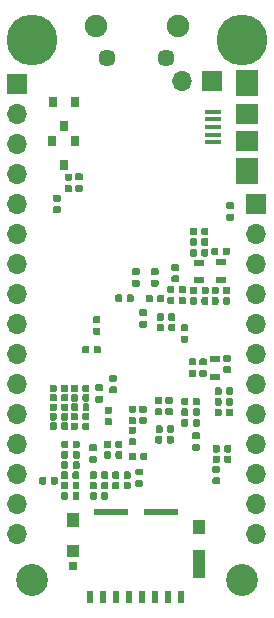
<source format=gbs>
G04 #@! TF.GenerationSoftware,KiCad,Pcbnew,5.1.4-e60b266~84~ubuntu19.04.1*
G04 #@! TF.CreationDate,2019-08-26T11:52:45-07:00*
G04 #@! TF.ProjectId,ATSAMA5D27-1G,41545341-4d41-4354-9432-372d31472e6b,rev?*
G04 #@! TF.SameCoordinates,Original*
G04 #@! TF.FileFunction,Soldermask,Bot*
G04 #@! TF.FilePolarity,Negative*
%FSLAX46Y46*%
G04 Gerber Fmt 4.6, Leading zero omitted, Abs format (unit mm)*
G04 Created by KiCad (PCBNEW 5.1.4-e60b266~84~ubuntu19.04.1) date 2019-08-26 11:52:45*
%MOMM*%
%LPD*%
G04 APERTURE LIST*
%ADD10R,2.910000X0.550000*%
%ADD11R,1.050000X2.390000*%
%ADD12R,1.050000X1.200000*%
%ADD13R,1.050000X1.080000*%
%ADD14R,0.720000X0.780000*%
%ADD15R,0.500000X1.000000*%
%ADD16C,0.150000*%
%ADD17C,0.590000*%
%ADD18R,0.900000X0.500000*%
%ADD19C,4.300000*%
%ADD20C,1.450000*%
%ADD21O,1.900000X1.900000*%
%ADD22C,1.900000*%
%ADD23O,1.700000X1.700000*%
%ADD24R,1.700000X1.700000*%
%ADD25C,2.700000*%
%ADD26R,1.400000X0.400000*%
%ADD27R,1.900000X1.800000*%
%ADD28R,1.900000X2.300000*%
%ADD29R,0.800000X0.900000*%
G04 APERTURE END LIST*
D10*
X132942260Y-112741620D03*
X137132260Y-112741620D03*
D11*
X140362260Y-117171620D03*
D12*
X140362260Y-113986620D03*
X129712260Y-113416620D03*
D13*
X129712260Y-116026620D03*
D14*
X129677260Y-117296620D03*
D15*
X138887260Y-119976620D03*
X137787260Y-119976620D03*
X136687260Y-119976620D03*
X135587260Y-119976620D03*
X134487260Y-119976620D03*
X133387260Y-119976620D03*
X132287260Y-119976620D03*
X131187260Y-119976620D03*
D16*
G36*
X137308365Y-94369056D02*
G01*
X137322683Y-94371180D01*
X137336724Y-94374697D01*
X137350353Y-94379574D01*
X137363438Y-94385763D01*
X137375854Y-94393204D01*
X137387480Y-94401827D01*
X137398205Y-94411548D01*
X137407926Y-94422273D01*
X137416549Y-94433899D01*
X137423990Y-94446315D01*
X137430179Y-94459400D01*
X137435056Y-94473029D01*
X137438573Y-94487070D01*
X137440697Y-94501388D01*
X137441407Y-94515846D01*
X137441407Y-94860846D01*
X137440697Y-94875304D01*
X137438573Y-94889622D01*
X137435056Y-94903663D01*
X137430179Y-94917292D01*
X137423990Y-94930377D01*
X137416549Y-94942793D01*
X137407926Y-94954419D01*
X137398205Y-94965144D01*
X137387480Y-94974865D01*
X137375854Y-94983488D01*
X137363438Y-94990929D01*
X137350353Y-94997118D01*
X137336724Y-95001995D01*
X137322683Y-95005512D01*
X137308365Y-95007636D01*
X137293907Y-95008346D01*
X136998907Y-95008346D01*
X136984449Y-95007636D01*
X136970131Y-95005512D01*
X136956090Y-95001995D01*
X136942461Y-94997118D01*
X136929376Y-94990929D01*
X136916960Y-94983488D01*
X136905334Y-94974865D01*
X136894609Y-94965144D01*
X136884888Y-94954419D01*
X136876265Y-94942793D01*
X136868824Y-94930377D01*
X136862635Y-94917292D01*
X136857758Y-94903663D01*
X136854241Y-94889622D01*
X136852117Y-94875304D01*
X136851407Y-94860846D01*
X136851407Y-94515846D01*
X136852117Y-94501388D01*
X136854241Y-94487070D01*
X136857758Y-94473029D01*
X136862635Y-94459400D01*
X136868824Y-94446315D01*
X136876265Y-94433899D01*
X136884888Y-94422273D01*
X136894609Y-94411548D01*
X136905334Y-94401827D01*
X136916960Y-94393204D01*
X136929376Y-94385763D01*
X136942461Y-94379574D01*
X136956090Y-94374697D01*
X136970131Y-94371180D01*
X136984449Y-94369056D01*
X136998907Y-94368346D01*
X137293907Y-94368346D01*
X137308365Y-94369056D01*
X137308365Y-94369056D01*
G37*
D17*
X137146407Y-94688346D03*
D16*
G36*
X136338365Y-94369056D02*
G01*
X136352683Y-94371180D01*
X136366724Y-94374697D01*
X136380353Y-94379574D01*
X136393438Y-94385763D01*
X136405854Y-94393204D01*
X136417480Y-94401827D01*
X136428205Y-94411548D01*
X136437926Y-94422273D01*
X136446549Y-94433899D01*
X136453990Y-94446315D01*
X136460179Y-94459400D01*
X136465056Y-94473029D01*
X136468573Y-94487070D01*
X136470697Y-94501388D01*
X136471407Y-94515846D01*
X136471407Y-94860846D01*
X136470697Y-94875304D01*
X136468573Y-94889622D01*
X136465056Y-94903663D01*
X136460179Y-94917292D01*
X136453990Y-94930377D01*
X136446549Y-94942793D01*
X136437926Y-94954419D01*
X136428205Y-94965144D01*
X136417480Y-94974865D01*
X136405854Y-94983488D01*
X136393438Y-94990929D01*
X136380353Y-94997118D01*
X136366724Y-95001995D01*
X136352683Y-95005512D01*
X136338365Y-95007636D01*
X136323907Y-95008346D01*
X136028907Y-95008346D01*
X136014449Y-95007636D01*
X136000131Y-95005512D01*
X135986090Y-95001995D01*
X135972461Y-94997118D01*
X135959376Y-94990929D01*
X135946960Y-94983488D01*
X135935334Y-94974865D01*
X135924609Y-94965144D01*
X135914888Y-94954419D01*
X135906265Y-94942793D01*
X135898824Y-94930377D01*
X135892635Y-94917292D01*
X135887758Y-94903663D01*
X135884241Y-94889622D01*
X135882117Y-94875304D01*
X135881407Y-94860846D01*
X135881407Y-94515846D01*
X135882117Y-94501388D01*
X135884241Y-94487070D01*
X135887758Y-94473029D01*
X135892635Y-94459400D01*
X135898824Y-94446315D01*
X135906265Y-94433899D01*
X135914888Y-94422273D01*
X135924609Y-94411548D01*
X135935334Y-94401827D01*
X135946960Y-94393204D01*
X135959376Y-94385763D01*
X135972461Y-94379574D01*
X135986090Y-94374697D01*
X136000131Y-94371180D01*
X136014449Y-94369056D01*
X136028907Y-94368346D01*
X136323907Y-94368346D01*
X136338365Y-94369056D01*
X136338365Y-94369056D01*
G37*
D17*
X136176407Y-94688346D03*
D18*
X142209700Y-93084451D03*
X142209700Y-91584451D03*
X140390960Y-91639420D03*
X140390960Y-93139420D03*
X141749860Y-101280820D03*
X141749860Y-99780820D03*
D19*
X144018080Y-72750840D03*
X126238080Y-72750840D03*
D20*
X137624520Y-74324380D03*
X132624520Y-74324380D03*
D21*
X138624520Y-71624380D03*
D22*
X131624520Y-71624380D03*
D23*
X125006180Y-114646380D03*
X125006180Y-112106380D03*
X125006180Y-109566380D03*
X125006180Y-107026380D03*
X125006180Y-104486380D03*
X125006180Y-101946380D03*
X125006180Y-99406380D03*
X125006180Y-96866380D03*
X125006180Y-94326380D03*
X125006180Y-91786380D03*
X125006180Y-89246380D03*
X125006180Y-86706380D03*
X125006180Y-84166380D03*
X125006180Y-81626380D03*
X125006180Y-79086380D03*
D24*
X125006180Y-76546380D03*
X145242360Y-86708140D03*
D23*
X145242360Y-89248140D03*
X145242360Y-91788140D03*
X145242360Y-94328140D03*
X145242360Y-96868140D03*
X145242360Y-99408140D03*
X145242360Y-101948140D03*
X145242360Y-104488140D03*
X145242360Y-107028140D03*
X145242360Y-109568140D03*
X145242360Y-112108140D03*
X145242360Y-114648140D03*
D25*
X144018080Y-118470840D03*
X126238080Y-118470840D03*
D23*
X138905060Y-76299220D03*
D24*
X141445060Y-76299220D03*
D16*
G36*
X140067918Y-89568930D02*
G01*
X140082236Y-89571054D01*
X140096277Y-89574571D01*
X140109906Y-89579448D01*
X140122991Y-89585637D01*
X140135407Y-89593078D01*
X140147033Y-89601701D01*
X140157758Y-89611422D01*
X140167479Y-89622147D01*
X140176102Y-89633773D01*
X140183543Y-89646189D01*
X140189732Y-89659274D01*
X140194609Y-89672903D01*
X140198126Y-89686944D01*
X140200250Y-89701262D01*
X140200960Y-89715720D01*
X140200960Y-90060720D01*
X140200250Y-90075178D01*
X140198126Y-90089496D01*
X140194609Y-90103537D01*
X140189732Y-90117166D01*
X140183543Y-90130251D01*
X140176102Y-90142667D01*
X140167479Y-90154293D01*
X140157758Y-90165018D01*
X140147033Y-90174739D01*
X140135407Y-90183362D01*
X140122991Y-90190803D01*
X140109906Y-90196992D01*
X140096277Y-90201869D01*
X140082236Y-90205386D01*
X140067918Y-90207510D01*
X140053460Y-90208220D01*
X139758460Y-90208220D01*
X139744002Y-90207510D01*
X139729684Y-90205386D01*
X139715643Y-90201869D01*
X139702014Y-90196992D01*
X139688929Y-90190803D01*
X139676513Y-90183362D01*
X139664887Y-90174739D01*
X139654162Y-90165018D01*
X139644441Y-90154293D01*
X139635818Y-90142667D01*
X139628377Y-90130251D01*
X139622188Y-90117166D01*
X139617311Y-90103537D01*
X139613794Y-90089496D01*
X139611670Y-90075178D01*
X139610960Y-90060720D01*
X139610960Y-89715720D01*
X139611670Y-89701262D01*
X139613794Y-89686944D01*
X139617311Y-89672903D01*
X139622188Y-89659274D01*
X139628377Y-89646189D01*
X139635818Y-89633773D01*
X139644441Y-89622147D01*
X139654162Y-89611422D01*
X139664887Y-89601701D01*
X139676513Y-89593078D01*
X139688929Y-89585637D01*
X139702014Y-89579448D01*
X139715643Y-89574571D01*
X139729684Y-89571054D01*
X139744002Y-89568930D01*
X139758460Y-89568220D01*
X140053460Y-89568220D01*
X140067918Y-89568930D01*
X140067918Y-89568930D01*
G37*
D17*
X139905960Y-89888220D03*
D16*
G36*
X141037918Y-89568930D02*
G01*
X141052236Y-89571054D01*
X141066277Y-89574571D01*
X141079906Y-89579448D01*
X141092991Y-89585637D01*
X141105407Y-89593078D01*
X141117033Y-89601701D01*
X141127758Y-89611422D01*
X141137479Y-89622147D01*
X141146102Y-89633773D01*
X141153543Y-89646189D01*
X141159732Y-89659274D01*
X141164609Y-89672903D01*
X141168126Y-89686944D01*
X141170250Y-89701262D01*
X141170960Y-89715720D01*
X141170960Y-90060720D01*
X141170250Y-90075178D01*
X141168126Y-90089496D01*
X141164609Y-90103537D01*
X141159732Y-90117166D01*
X141153543Y-90130251D01*
X141146102Y-90142667D01*
X141137479Y-90154293D01*
X141127758Y-90165018D01*
X141117033Y-90174739D01*
X141105407Y-90183362D01*
X141092991Y-90190803D01*
X141079906Y-90196992D01*
X141066277Y-90201869D01*
X141052236Y-90205386D01*
X141037918Y-90207510D01*
X141023460Y-90208220D01*
X140728460Y-90208220D01*
X140714002Y-90207510D01*
X140699684Y-90205386D01*
X140685643Y-90201869D01*
X140672014Y-90196992D01*
X140658929Y-90190803D01*
X140646513Y-90183362D01*
X140634887Y-90174739D01*
X140624162Y-90165018D01*
X140614441Y-90154293D01*
X140605818Y-90142667D01*
X140598377Y-90130251D01*
X140592188Y-90117166D01*
X140587311Y-90103537D01*
X140583794Y-90089496D01*
X140581670Y-90075178D01*
X140580960Y-90060720D01*
X140580960Y-89715720D01*
X140581670Y-89701262D01*
X140583794Y-89686944D01*
X140587311Y-89672903D01*
X140592188Y-89659274D01*
X140598377Y-89646189D01*
X140605818Y-89633773D01*
X140614441Y-89622147D01*
X140624162Y-89611422D01*
X140634887Y-89601701D01*
X140646513Y-89593078D01*
X140658929Y-89585637D01*
X140672014Y-89579448D01*
X140685643Y-89574571D01*
X140699684Y-89571054D01*
X140714002Y-89568930D01*
X140728460Y-89568220D01*
X141023460Y-89568220D01*
X141037918Y-89568930D01*
X141037918Y-89568930D01*
G37*
D17*
X140875960Y-89888220D03*
D16*
G36*
X129161018Y-111070030D02*
G01*
X129175336Y-111072154D01*
X129189377Y-111075671D01*
X129203006Y-111080548D01*
X129216091Y-111086737D01*
X129228507Y-111094178D01*
X129240133Y-111102801D01*
X129250858Y-111112522D01*
X129260579Y-111123247D01*
X129269202Y-111134873D01*
X129276643Y-111147289D01*
X129282832Y-111160374D01*
X129287709Y-111174003D01*
X129291226Y-111188044D01*
X129293350Y-111202362D01*
X129294060Y-111216820D01*
X129294060Y-111561820D01*
X129293350Y-111576278D01*
X129291226Y-111590596D01*
X129287709Y-111604637D01*
X129282832Y-111618266D01*
X129276643Y-111631351D01*
X129269202Y-111643767D01*
X129260579Y-111655393D01*
X129250858Y-111666118D01*
X129240133Y-111675839D01*
X129228507Y-111684462D01*
X129216091Y-111691903D01*
X129203006Y-111698092D01*
X129189377Y-111702969D01*
X129175336Y-111706486D01*
X129161018Y-111708610D01*
X129146560Y-111709320D01*
X128851560Y-111709320D01*
X128837102Y-111708610D01*
X128822784Y-111706486D01*
X128808743Y-111702969D01*
X128795114Y-111698092D01*
X128782029Y-111691903D01*
X128769613Y-111684462D01*
X128757987Y-111675839D01*
X128747262Y-111666118D01*
X128737541Y-111655393D01*
X128728918Y-111643767D01*
X128721477Y-111631351D01*
X128715288Y-111618266D01*
X128710411Y-111604637D01*
X128706894Y-111590596D01*
X128704770Y-111576278D01*
X128704060Y-111561820D01*
X128704060Y-111216820D01*
X128704770Y-111202362D01*
X128706894Y-111188044D01*
X128710411Y-111174003D01*
X128715288Y-111160374D01*
X128721477Y-111147289D01*
X128728918Y-111134873D01*
X128737541Y-111123247D01*
X128747262Y-111112522D01*
X128757987Y-111102801D01*
X128769613Y-111094178D01*
X128782029Y-111086737D01*
X128795114Y-111080548D01*
X128808743Y-111075671D01*
X128822784Y-111072154D01*
X128837102Y-111070030D01*
X128851560Y-111069320D01*
X129146560Y-111069320D01*
X129161018Y-111070030D01*
X129161018Y-111070030D01*
G37*
D17*
X128999060Y-111389320D03*
D16*
G36*
X130131018Y-111070030D02*
G01*
X130145336Y-111072154D01*
X130159377Y-111075671D01*
X130173006Y-111080548D01*
X130186091Y-111086737D01*
X130198507Y-111094178D01*
X130210133Y-111102801D01*
X130220858Y-111112522D01*
X130230579Y-111123247D01*
X130239202Y-111134873D01*
X130246643Y-111147289D01*
X130252832Y-111160374D01*
X130257709Y-111174003D01*
X130261226Y-111188044D01*
X130263350Y-111202362D01*
X130264060Y-111216820D01*
X130264060Y-111561820D01*
X130263350Y-111576278D01*
X130261226Y-111590596D01*
X130257709Y-111604637D01*
X130252832Y-111618266D01*
X130246643Y-111631351D01*
X130239202Y-111643767D01*
X130230579Y-111655393D01*
X130220858Y-111666118D01*
X130210133Y-111675839D01*
X130198507Y-111684462D01*
X130186091Y-111691903D01*
X130173006Y-111698092D01*
X130159377Y-111702969D01*
X130145336Y-111706486D01*
X130131018Y-111708610D01*
X130116560Y-111709320D01*
X129821560Y-111709320D01*
X129807102Y-111708610D01*
X129792784Y-111706486D01*
X129778743Y-111702969D01*
X129765114Y-111698092D01*
X129752029Y-111691903D01*
X129739613Y-111684462D01*
X129727987Y-111675839D01*
X129717262Y-111666118D01*
X129707541Y-111655393D01*
X129698918Y-111643767D01*
X129691477Y-111631351D01*
X129685288Y-111618266D01*
X129680411Y-111604637D01*
X129676894Y-111590596D01*
X129674770Y-111576278D01*
X129674060Y-111561820D01*
X129674060Y-111216820D01*
X129674770Y-111202362D01*
X129676894Y-111188044D01*
X129680411Y-111174003D01*
X129685288Y-111160374D01*
X129691477Y-111147289D01*
X129698918Y-111134873D01*
X129707541Y-111123247D01*
X129717262Y-111112522D01*
X129727987Y-111102801D01*
X129739613Y-111094178D01*
X129752029Y-111086737D01*
X129765114Y-111080548D01*
X129778743Y-111075671D01*
X129792784Y-111072154D01*
X129807102Y-111070030D01*
X129821560Y-111069320D01*
X130116560Y-111069320D01*
X130131018Y-111070030D01*
X130131018Y-111070030D01*
G37*
D17*
X129969060Y-111389320D03*
D16*
G36*
X129161018Y-110181030D02*
G01*
X129175336Y-110183154D01*
X129189377Y-110186671D01*
X129203006Y-110191548D01*
X129216091Y-110197737D01*
X129228507Y-110205178D01*
X129240133Y-110213801D01*
X129250858Y-110223522D01*
X129260579Y-110234247D01*
X129269202Y-110245873D01*
X129276643Y-110258289D01*
X129282832Y-110271374D01*
X129287709Y-110285003D01*
X129291226Y-110299044D01*
X129293350Y-110313362D01*
X129294060Y-110327820D01*
X129294060Y-110672820D01*
X129293350Y-110687278D01*
X129291226Y-110701596D01*
X129287709Y-110715637D01*
X129282832Y-110729266D01*
X129276643Y-110742351D01*
X129269202Y-110754767D01*
X129260579Y-110766393D01*
X129250858Y-110777118D01*
X129240133Y-110786839D01*
X129228507Y-110795462D01*
X129216091Y-110802903D01*
X129203006Y-110809092D01*
X129189377Y-110813969D01*
X129175336Y-110817486D01*
X129161018Y-110819610D01*
X129146560Y-110820320D01*
X128851560Y-110820320D01*
X128837102Y-110819610D01*
X128822784Y-110817486D01*
X128808743Y-110813969D01*
X128795114Y-110809092D01*
X128782029Y-110802903D01*
X128769613Y-110795462D01*
X128757987Y-110786839D01*
X128747262Y-110777118D01*
X128737541Y-110766393D01*
X128728918Y-110754767D01*
X128721477Y-110742351D01*
X128715288Y-110729266D01*
X128710411Y-110715637D01*
X128706894Y-110701596D01*
X128704770Y-110687278D01*
X128704060Y-110672820D01*
X128704060Y-110327820D01*
X128704770Y-110313362D01*
X128706894Y-110299044D01*
X128710411Y-110285003D01*
X128715288Y-110271374D01*
X128721477Y-110258289D01*
X128728918Y-110245873D01*
X128737541Y-110234247D01*
X128747262Y-110223522D01*
X128757987Y-110213801D01*
X128769613Y-110205178D01*
X128782029Y-110197737D01*
X128795114Y-110191548D01*
X128808743Y-110186671D01*
X128822784Y-110183154D01*
X128837102Y-110181030D01*
X128851560Y-110180320D01*
X129146560Y-110180320D01*
X129161018Y-110181030D01*
X129161018Y-110181030D01*
G37*
D17*
X128999060Y-110500320D03*
D16*
G36*
X130131018Y-110181030D02*
G01*
X130145336Y-110183154D01*
X130159377Y-110186671D01*
X130173006Y-110191548D01*
X130186091Y-110197737D01*
X130198507Y-110205178D01*
X130210133Y-110213801D01*
X130220858Y-110223522D01*
X130230579Y-110234247D01*
X130239202Y-110245873D01*
X130246643Y-110258289D01*
X130252832Y-110271374D01*
X130257709Y-110285003D01*
X130261226Y-110299044D01*
X130263350Y-110313362D01*
X130264060Y-110327820D01*
X130264060Y-110672820D01*
X130263350Y-110687278D01*
X130261226Y-110701596D01*
X130257709Y-110715637D01*
X130252832Y-110729266D01*
X130246643Y-110742351D01*
X130239202Y-110754767D01*
X130230579Y-110766393D01*
X130220858Y-110777118D01*
X130210133Y-110786839D01*
X130198507Y-110795462D01*
X130186091Y-110802903D01*
X130173006Y-110809092D01*
X130159377Y-110813969D01*
X130145336Y-110817486D01*
X130131018Y-110819610D01*
X130116560Y-110820320D01*
X129821560Y-110820320D01*
X129807102Y-110819610D01*
X129792784Y-110817486D01*
X129778743Y-110813969D01*
X129765114Y-110809092D01*
X129752029Y-110802903D01*
X129739613Y-110795462D01*
X129727987Y-110786839D01*
X129717262Y-110777118D01*
X129707541Y-110766393D01*
X129698918Y-110754767D01*
X129691477Y-110742351D01*
X129685288Y-110729266D01*
X129680411Y-110715637D01*
X129676894Y-110701596D01*
X129674770Y-110687278D01*
X129674060Y-110672820D01*
X129674060Y-110327820D01*
X129674770Y-110313362D01*
X129676894Y-110299044D01*
X129680411Y-110285003D01*
X129685288Y-110271374D01*
X129691477Y-110258289D01*
X129698918Y-110245873D01*
X129707541Y-110234247D01*
X129717262Y-110223522D01*
X129727987Y-110213801D01*
X129739613Y-110205178D01*
X129752029Y-110197737D01*
X129765114Y-110191548D01*
X129778743Y-110186671D01*
X129792784Y-110183154D01*
X129807102Y-110181030D01*
X129821560Y-110180320D01*
X130116560Y-110180320D01*
X130131018Y-110181030D01*
X130131018Y-110181030D01*
G37*
D17*
X129969060Y-110500320D03*
D16*
G36*
X140067918Y-88679930D02*
G01*
X140082236Y-88682054D01*
X140096277Y-88685571D01*
X140109906Y-88690448D01*
X140122991Y-88696637D01*
X140135407Y-88704078D01*
X140147033Y-88712701D01*
X140157758Y-88722422D01*
X140167479Y-88733147D01*
X140176102Y-88744773D01*
X140183543Y-88757189D01*
X140189732Y-88770274D01*
X140194609Y-88783903D01*
X140198126Y-88797944D01*
X140200250Y-88812262D01*
X140200960Y-88826720D01*
X140200960Y-89171720D01*
X140200250Y-89186178D01*
X140198126Y-89200496D01*
X140194609Y-89214537D01*
X140189732Y-89228166D01*
X140183543Y-89241251D01*
X140176102Y-89253667D01*
X140167479Y-89265293D01*
X140157758Y-89276018D01*
X140147033Y-89285739D01*
X140135407Y-89294362D01*
X140122991Y-89301803D01*
X140109906Y-89307992D01*
X140096277Y-89312869D01*
X140082236Y-89316386D01*
X140067918Y-89318510D01*
X140053460Y-89319220D01*
X139758460Y-89319220D01*
X139744002Y-89318510D01*
X139729684Y-89316386D01*
X139715643Y-89312869D01*
X139702014Y-89307992D01*
X139688929Y-89301803D01*
X139676513Y-89294362D01*
X139664887Y-89285739D01*
X139654162Y-89276018D01*
X139644441Y-89265293D01*
X139635818Y-89253667D01*
X139628377Y-89241251D01*
X139622188Y-89228166D01*
X139617311Y-89214537D01*
X139613794Y-89200496D01*
X139611670Y-89186178D01*
X139610960Y-89171720D01*
X139610960Y-88826720D01*
X139611670Y-88812262D01*
X139613794Y-88797944D01*
X139617311Y-88783903D01*
X139622188Y-88770274D01*
X139628377Y-88757189D01*
X139635818Y-88744773D01*
X139644441Y-88733147D01*
X139654162Y-88722422D01*
X139664887Y-88712701D01*
X139676513Y-88704078D01*
X139688929Y-88696637D01*
X139702014Y-88690448D01*
X139715643Y-88685571D01*
X139729684Y-88682054D01*
X139744002Y-88679930D01*
X139758460Y-88679220D01*
X140053460Y-88679220D01*
X140067918Y-88679930D01*
X140067918Y-88679930D01*
G37*
D17*
X139905960Y-88999220D03*
D16*
G36*
X141037918Y-88679930D02*
G01*
X141052236Y-88682054D01*
X141066277Y-88685571D01*
X141079906Y-88690448D01*
X141092991Y-88696637D01*
X141105407Y-88704078D01*
X141117033Y-88712701D01*
X141127758Y-88722422D01*
X141137479Y-88733147D01*
X141146102Y-88744773D01*
X141153543Y-88757189D01*
X141159732Y-88770274D01*
X141164609Y-88783903D01*
X141168126Y-88797944D01*
X141170250Y-88812262D01*
X141170960Y-88826720D01*
X141170960Y-89171720D01*
X141170250Y-89186178D01*
X141168126Y-89200496D01*
X141164609Y-89214537D01*
X141159732Y-89228166D01*
X141153543Y-89241251D01*
X141146102Y-89253667D01*
X141137479Y-89265293D01*
X141127758Y-89276018D01*
X141117033Y-89285739D01*
X141105407Y-89294362D01*
X141092991Y-89301803D01*
X141079906Y-89307992D01*
X141066277Y-89312869D01*
X141052236Y-89316386D01*
X141037918Y-89318510D01*
X141023460Y-89319220D01*
X140728460Y-89319220D01*
X140714002Y-89318510D01*
X140699684Y-89316386D01*
X140685643Y-89312869D01*
X140672014Y-89307992D01*
X140658929Y-89301803D01*
X140646513Y-89294362D01*
X140634887Y-89285739D01*
X140624162Y-89276018D01*
X140614441Y-89265293D01*
X140605818Y-89253667D01*
X140598377Y-89241251D01*
X140592188Y-89228166D01*
X140587311Y-89214537D01*
X140583794Y-89200496D01*
X140581670Y-89186178D01*
X140580960Y-89171720D01*
X140580960Y-88826720D01*
X140581670Y-88812262D01*
X140583794Y-88797944D01*
X140587311Y-88783903D01*
X140592188Y-88770274D01*
X140598377Y-88757189D01*
X140605818Y-88744773D01*
X140614441Y-88733147D01*
X140624162Y-88722422D01*
X140634887Y-88712701D01*
X140646513Y-88704078D01*
X140658929Y-88696637D01*
X140672014Y-88690448D01*
X140685643Y-88685571D01*
X140699684Y-88682054D01*
X140714002Y-88679930D01*
X140728460Y-88679220D01*
X141023460Y-88679220D01*
X141037918Y-88679930D01*
X141037918Y-88679930D01*
G37*
D17*
X140875960Y-88999220D03*
D16*
G36*
X143206818Y-86518130D02*
G01*
X143221136Y-86520254D01*
X143235177Y-86523771D01*
X143248806Y-86528648D01*
X143261891Y-86534837D01*
X143274307Y-86542278D01*
X143285933Y-86550901D01*
X143296658Y-86560622D01*
X143306379Y-86571347D01*
X143315002Y-86582973D01*
X143322443Y-86595389D01*
X143328632Y-86608474D01*
X143333509Y-86622103D01*
X143337026Y-86636144D01*
X143339150Y-86650462D01*
X143339860Y-86664920D01*
X143339860Y-86959920D01*
X143339150Y-86974378D01*
X143337026Y-86988696D01*
X143333509Y-87002737D01*
X143328632Y-87016366D01*
X143322443Y-87029451D01*
X143315002Y-87041867D01*
X143306379Y-87053493D01*
X143296658Y-87064218D01*
X143285933Y-87073939D01*
X143274307Y-87082562D01*
X143261891Y-87090003D01*
X143248806Y-87096192D01*
X143235177Y-87101069D01*
X143221136Y-87104586D01*
X143206818Y-87106710D01*
X143192360Y-87107420D01*
X142847360Y-87107420D01*
X142832902Y-87106710D01*
X142818584Y-87104586D01*
X142804543Y-87101069D01*
X142790914Y-87096192D01*
X142777829Y-87090003D01*
X142765413Y-87082562D01*
X142753787Y-87073939D01*
X142743062Y-87064218D01*
X142733341Y-87053493D01*
X142724718Y-87041867D01*
X142717277Y-87029451D01*
X142711088Y-87016366D01*
X142706211Y-87002737D01*
X142702694Y-86988696D01*
X142700570Y-86974378D01*
X142699860Y-86959920D01*
X142699860Y-86664920D01*
X142700570Y-86650462D01*
X142702694Y-86636144D01*
X142706211Y-86622103D01*
X142711088Y-86608474D01*
X142717277Y-86595389D01*
X142724718Y-86582973D01*
X142733341Y-86571347D01*
X142743062Y-86560622D01*
X142753787Y-86550901D01*
X142765413Y-86542278D01*
X142777829Y-86534837D01*
X142790914Y-86528648D01*
X142804543Y-86523771D01*
X142818584Y-86520254D01*
X142832902Y-86518130D01*
X142847360Y-86517420D01*
X143192360Y-86517420D01*
X143206818Y-86518130D01*
X143206818Y-86518130D01*
G37*
D17*
X143019860Y-86812420D03*
D16*
G36*
X143206818Y-87488130D02*
G01*
X143221136Y-87490254D01*
X143235177Y-87493771D01*
X143248806Y-87498648D01*
X143261891Y-87504837D01*
X143274307Y-87512278D01*
X143285933Y-87520901D01*
X143296658Y-87530622D01*
X143306379Y-87541347D01*
X143315002Y-87552973D01*
X143322443Y-87565389D01*
X143328632Y-87578474D01*
X143333509Y-87592103D01*
X143337026Y-87606144D01*
X143339150Y-87620462D01*
X143339860Y-87634920D01*
X143339860Y-87929920D01*
X143339150Y-87944378D01*
X143337026Y-87958696D01*
X143333509Y-87972737D01*
X143328632Y-87986366D01*
X143322443Y-87999451D01*
X143315002Y-88011867D01*
X143306379Y-88023493D01*
X143296658Y-88034218D01*
X143285933Y-88043939D01*
X143274307Y-88052562D01*
X143261891Y-88060003D01*
X143248806Y-88066192D01*
X143235177Y-88071069D01*
X143221136Y-88074586D01*
X143206818Y-88076710D01*
X143192360Y-88077420D01*
X142847360Y-88077420D01*
X142832902Y-88076710D01*
X142818584Y-88074586D01*
X142804543Y-88071069D01*
X142790914Y-88066192D01*
X142777829Y-88060003D01*
X142765413Y-88052562D01*
X142753787Y-88043939D01*
X142743062Y-88034218D01*
X142733341Y-88023493D01*
X142724718Y-88011867D01*
X142717277Y-87999451D01*
X142711088Y-87986366D01*
X142706211Y-87972737D01*
X142702694Y-87958696D01*
X142700570Y-87944378D01*
X142699860Y-87929920D01*
X142699860Y-87634920D01*
X142700570Y-87620462D01*
X142702694Y-87606144D01*
X142706211Y-87592103D01*
X142711088Y-87578474D01*
X142717277Y-87565389D01*
X142724718Y-87552973D01*
X142733341Y-87541347D01*
X142743062Y-87530622D01*
X142753787Y-87520901D01*
X142765413Y-87512278D01*
X142777829Y-87504837D01*
X142790914Y-87498648D01*
X142804543Y-87493771D01*
X142818584Y-87490254D01*
X142832902Y-87488130D01*
X142847360Y-87487420D01*
X143192360Y-87487420D01*
X143206818Y-87488130D01*
X143206818Y-87488130D01*
G37*
D17*
X143019860Y-87782420D03*
D16*
G36*
X133300818Y-102121210D02*
G01*
X133315136Y-102123334D01*
X133329177Y-102126851D01*
X133342806Y-102131728D01*
X133355891Y-102137917D01*
X133368307Y-102145358D01*
X133379933Y-102153981D01*
X133390658Y-102163702D01*
X133400379Y-102174427D01*
X133409002Y-102186053D01*
X133416443Y-102198469D01*
X133422632Y-102211554D01*
X133427509Y-102225183D01*
X133431026Y-102239224D01*
X133433150Y-102253542D01*
X133433860Y-102268000D01*
X133433860Y-102563000D01*
X133433150Y-102577458D01*
X133431026Y-102591776D01*
X133427509Y-102605817D01*
X133422632Y-102619446D01*
X133416443Y-102632531D01*
X133409002Y-102644947D01*
X133400379Y-102656573D01*
X133390658Y-102667298D01*
X133379933Y-102677019D01*
X133368307Y-102685642D01*
X133355891Y-102693083D01*
X133342806Y-102699272D01*
X133329177Y-102704149D01*
X133315136Y-102707666D01*
X133300818Y-102709790D01*
X133286360Y-102710500D01*
X132941360Y-102710500D01*
X132926902Y-102709790D01*
X132912584Y-102707666D01*
X132898543Y-102704149D01*
X132884914Y-102699272D01*
X132871829Y-102693083D01*
X132859413Y-102685642D01*
X132847787Y-102677019D01*
X132837062Y-102667298D01*
X132827341Y-102656573D01*
X132818718Y-102644947D01*
X132811277Y-102632531D01*
X132805088Y-102619446D01*
X132800211Y-102605817D01*
X132796694Y-102591776D01*
X132794570Y-102577458D01*
X132793860Y-102563000D01*
X132793860Y-102268000D01*
X132794570Y-102253542D01*
X132796694Y-102239224D01*
X132800211Y-102225183D01*
X132805088Y-102211554D01*
X132811277Y-102198469D01*
X132818718Y-102186053D01*
X132827341Y-102174427D01*
X132837062Y-102163702D01*
X132847787Y-102153981D01*
X132859413Y-102145358D01*
X132871829Y-102137917D01*
X132884914Y-102131728D01*
X132898543Y-102126851D01*
X132912584Y-102123334D01*
X132926902Y-102121210D01*
X132941360Y-102120500D01*
X133286360Y-102120500D01*
X133300818Y-102121210D01*
X133300818Y-102121210D01*
G37*
D17*
X133113860Y-102415500D03*
D16*
G36*
X133300818Y-101151210D02*
G01*
X133315136Y-101153334D01*
X133329177Y-101156851D01*
X133342806Y-101161728D01*
X133355891Y-101167917D01*
X133368307Y-101175358D01*
X133379933Y-101183981D01*
X133390658Y-101193702D01*
X133400379Y-101204427D01*
X133409002Y-101216053D01*
X133416443Y-101228469D01*
X133422632Y-101241554D01*
X133427509Y-101255183D01*
X133431026Y-101269224D01*
X133433150Y-101283542D01*
X133433860Y-101298000D01*
X133433860Y-101593000D01*
X133433150Y-101607458D01*
X133431026Y-101621776D01*
X133427509Y-101635817D01*
X133422632Y-101649446D01*
X133416443Y-101662531D01*
X133409002Y-101674947D01*
X133400379Y-101686573D01*
X133390658Y-101697298D01*
X133379933Y-101707019D01*
X133368307Y-101715642D01*
X133355891Y-101723083D01*
X133342806Y-101729272D01*
X133329177Y-101734149D01*
X133315136Y-101737666D01*
X133300818Y-101739790D01*
X133286360Y-101740500D01*
X132941360Y-101740500D01*
X132926902Y-101739790D01*
X132912584Y-101737666D01*
X132898543Y-101734149D01*
X132884914Y-101729272D01*
X132871829Y-101723083D01*
X132859413Y-101715642D01*
X132847787Y-101707019D01*
X132837062Y-101697298D01*
X132827341Y-101686573D01*
X132818718Y-101674947D01*
X132811277Y-101662531D01*
X132805088Y-101649446D01*
X132800211Y-101635817D01*
X132796694Y-101621776D01*
X132794570Y-101607458D01*
X132793860Y-101593000D01*
X132793860Y-101298000D01*
X132794570Y-101283542D01*
X132796694Y-101269224D01*
X132800211Y-101255183D01*
X132805088Y-101241554D01*
X132811277Y-101228469D01*
X132818718Y-101216053D01*
X132827341Y-101204427D01*
X132837062Y-101193702D01*
X132847787Y-101183981D01*
X132859413Y-101175358D01*
X132871829Y-101167917D01*
X132884914Y-101161728D01*
X132898543Y-101156851D01*
X132912584Y-101153334D01*
X132926902Y-101151210D01*
X132941360Y-101150500D01*
X133286360Y-101150500D01*
X133300818Y-101151210D01*
X133300818Y-101151210D01*
G37*
D17*
X133113860Y-101445500D03*
D16*
G36*
X128203718Y-105151830D02*
G01*
X128218036Y-105153954D01*
X128232077Y-105157471D01*
X128245706Y-105162348D01*
X128258791Y-105168537D01*
X128271207Y-105175978D01*
X128282833Y-105184601D01*
X128293558Y-105194322D01*
X128303279Y-105205047D01*
X128311902Y-105216673D01*
X128319343Y-105229089D01*
X128325532Y-105242174D01*
X128330409Y-105255803D01*
X128333926Y-105269844D01*
X128336050Y-105284162D01*
X128336760Y-105298620D01*
X128336760Y-105643620D01*
X128336050Y-105658078D01*
X128333926Y-105672396D01*
X128330409Y-105686437D01*
X128325532Y-105700066D01*
X128319343Y-105713151D01*
X128311902Y-105725567D01*
X128303279Y-105737193D01*
X128293558Y-105747918D01*
X128282833Y-105757639D01*
X128271207Y-105766262D01*
X128258791Y-105773703D01*
X128245706Y-105779892D01*
X128232077Y-105784769D01*
X128218036Y-105788286D01*
X128203718Y-105790410D01*
X128189260Y-105791120D01*
X127894260Y-105791120D01*
X127879802Y-105790410D01*
X127865484Y-105788286D01*
X127851443Y-105784769D01*
X127837814Y-105779892D01*
X127824729Y-105773703D01*
X127812313Y-105766262D01*
X127800687Y-105757639D01*
X127789962Y-105747918D01*
X127780241Y-105737193D01*
X127771618Y-105725567D01*
X127764177Y-105713151D01*
X127757988Y-105700066D01*
X127753111Y-105686437D01*
X127749594Y-105672396D01*
X127747470Y-105658078D01*
X127746760Y-105643620D01*
X127746760Y-105298620D01*
X127747470Y-105284162D01*
X127749594Y-105269844D01*
X127753111Y-105255803D01*
X127757988Y-105242174D01*
X127764177Y-105229089D01*
X127771618Y-105216673D01*
X127780241Y-105205047D01*
X127789962Y-105194322D01*
X127800687Y-105184601D01*
X127812313Y-105175978D01*
X127824729Y-105168537D01*
X127837814Y-105162348D01*
X127851443Y-105157471D01*
X127865484Y-105153954D01*
X127879802Y-105151830D01*
X127894260Y-105151120D01*
X128189260Y-105151120D01*
X128203718Y-105151830D01*
X128203718Y-105151830D01*
G37*
D17*
X128041760Y-105471120D03*
D16*
G36*
X129173718Y-105151830D02*
G01*
X129188036Y-105153954D01*
X129202077Y-105157471D01*
X129215706Y-105162348D01*
X129228791Y-105168537D01*
X129241207Y-105175978D01*
X129252833Y-105184601D01*
X129263558Y-105194322D01*
X129273279Y-105205047D01*
X129281902Y-105216673D01*
X129289343Y-105229089D01*
X129295532Y-105242174D01*
X129300409Y-105255803D01*
X129303926Y-105269844D01*
X129306050Y-105284162D01*
X129306760Y-105298620D01*
X129306760Y-105643620D01*
X129306050Y-105658078D01*
X129303926Y-105672396D01*
X129300409Y-105686437D01*
X129295532Y-105700066D01*
X129289343Y-105713151D01*
X129281902Y-105725567D01*
X129273279Y-105737193D01*
X129263558Y-105747918D01*
X129252833Y-105757639D01*
X129241207Y-105766262D01*
X129228791Y-105773703D01*
X129215706Y-105779892D01*
X129202077Y-105784769D01*
X129188036Y-105788286D01*
X129173718Y-105790410D01*
X129159260Y-105791120D01*
X128864260Y-105791120D01*
X128849802Y-105790410D01*
X128835484Y-105788286D01*
X128821443Y-105784769D01*
X128807814Y-105779892D01*
X128794729Y-105773703D01*
X128782313Y-105766262D01*
X128770687Y-105757639D01*
X128759962Y-105747918D01*
X128750241Y-105737193D01*
X128741618Y-105725567D01*
X128734177Y-105713151D01*
X128727988Y-105700066D01*
X128723111Y-105686437D01*
X128719594Y-105672396D01*
X128717470Y-105658078D01*
X128716760Y-105643620D01*
X128716760Y-105298620D01*
X128717470Y-105284162D01*
X128719594Y-105269844D01*
X128723111Y-105255803D01*
X128727988Y-105242174D01*
X128734177Y-105229089D01*
X128741618Y-105216673D01*
X128750241Y-105205047D01*
X128759962Y-105194322D01*
X128770687Y-105184601D01*
X128782313Y-105175978D01*
X128794729Y-105168537D01*
X128807814Y-105162348D01*
X128821443Y-105157471D01*
X128835484Y-105153954D01*
X128849802Y-105151830D01*
X128864260Y-105151120D01*
X129159260Y-105151120D01*
X129173718Y-105151830D01*
X129173718Y-105151830D01*
G37*
D17*
X129011760Y-105471120D03*
D16*
G36*
X143131018Y-103107130D02*
G01*
X143145336Y-103109254D01*
X143159377Y-103112771D01*
X143173006Y-103117648D01*
X143186091Y-103123837D01*
X143198507Y-103131278D01*
X143210133Y-103139901D01*
X143220858Y-103149622D01*
X143230579Y-103160347D01*
X143239202Y-103171973D01*
X143246643Y-103184389D01*
X143252832Y-103197474D01*
X143257709Y-103211103D01*
X143261226Y-103225144D01*
X143263350Y-103239462D01*
X143264060Y-103253920D01*
X143264060Y-103598920D01*
X143263350Y-103613378D01*
X143261226Y-103627696D01*
X143257709Y-103641737D01*
X143252832Y-103655366D01*
X143246643Y-103668451D01*
X143239202Y-103680867D01*
X143230579Y-103692493D01*
X143220858Y-103703218D01*
X143210133Y-103712939D01*
X143198507Y-103721562D01*
X143186091Y-103729003D01*
X143173006Y-103735192D01*
X143159377Y-103740069D01*
X143145336Y-103743586D01*
X143131018Y-103745710D01*
X143116560Y-103746420D01*
X142821560Y-103746420D01*
X142807102Y-103745710D01*
X142792784Y-103743586D01*
X142778743Y-103740069D01*
X142765114Y-103735192D01*
X142752029Y-103729003D01*
X142739613Y-103721562D01*
X142727987Y-103712939D01*
X142717262Y-103703218D01*
X142707541Y-103692493D01*
X142698918Y-103680867D01*
X142691477Y-103668451D01*
X142685288Y-103655366D01*
X142680411Y-103641737D01*
X142676894Y-103627696D01*
X142674770Y-103613378D01*
X142674060Y-103598920D01*
X142674060Y-103253920D01*
X142674770Y-103239462D01*
X142676894Y-103225144D01*
X142680411Y-103211103D01*
X142685288Y-103197474D01*
X142691477Y-103184389D01*
X142698918Y-103171973D01*
X142707541Y-103160347D01*
X142717262Y-103149622D01*
X142727987Y-103139901D01*
X142739613Y-103131278D01*
X142752029Y-103123837D01*
X142765114Y-103117648D01*
X142778743Y-103112771D01*
X142792784Y-103109254D01*
X142807102Y-103107130D01*
X142821560Y-103106420D01*
X143116560Y-103106420D01*
X143131018Y-103107130D01*
X143131018Y-103107130D01*
G37*
D17*
X142969060Y-103426420D03*
D16*
G36*
X142161018Y-103107130D02*
G01*
X142175336Y-103109254D01*
X142189377Y-103112771D01*
X142203006Y-103117648D01*
X142216091Y-103123837D01*
X142228507Y-103131278D01*
X142240133Y-103139901D01*
X142250858Y-103149622D01*
X142260579Y-103160347D01*
X142269202Y-103171973D01*
X142276643Y-103184389D01*
X142282832Y-103197474D01*
X142287709Y-103211103D01*
X142291226Y-103225144D01*
X142293350Y-103239462D01*
X142294060Y-103253920D01*
X142294060Y-103598920D01*
X142293350Y-103613378D01*
X142291226Y-103627696D01*
X142287709Y-103641737D01*
X142282832Y-103655366D01*
X142276643Y-103668451D01*
X142269202Y-103680867D01*
X142260579Y-103692493D01*
X142250858Y-103703218D01*
X142240133Y-103712939D01*
X142228507Y-103721562D01*
X142216091Y-103729003D01*
X142203006Y-103735192D01*
X142189377Y-103740069D01*
X142175336Y-103743586D01*
X142161018Y-103745710D01*
X142146560Y-103746420D01*
X141851560Y-103746420D01*
X141837102Y-103745710D01*
X141822784Y-103743586D01*
X141808743Y-103740069D01*
X141795114Y-103735192D01*
X141782029Y-103729003D01*
X141769613Y-103721562D01*
X141757987Y-103712939D01*
X141747262Y-103703218D01*
X141737541Y-103692493D01*
X141728918Y-103680867D01*
X141721477Y-103668451D01*
X141715288Y-103655366D01*
X141710411Y-103641737D01*
X141706894Y-103627696D01*
X141704770Y-103613378D01*
X141704060Y-103598920D01*
X141704060Y-103253920D01*
X141704770Y-103239462D01*
X141706894Y-103225144D01*
X141710411Y-103211103D01*
X141715288Y-103197474D01*
X141721477Y-103184389D01*
X141728918Y-103171973D01*
X141737541Y-103160347D01*
X141747262Y-103149622D01*
X141757987Y-103139901D01*
X141769613Y-103131278D01*
X141782029Y-103123837D01*
X141795114Y-103117648D01*
X141808743Y-103112771D01*
X141822784Y-103109254D01*
X141837102Y-103107130D01*
X141851560Y-103106420D01*
X142146560Y-103106420D01*
X142161018Y-103107130D01*
X142161018Y-103107130D01*
G37*
D17*
X141999060Y-103426420D03*
D16*
G36*
X130979518Y-103551630D02*
G01*
X130993836Y-103553754D01*
X131007877Y-103557271D01*
X131021506Y-103562148D01*
X131034591Y-103568337D01*
X131047007Y-103575778D01*
X131058633Y-103584401D01*
X131069358Y-103594122D01*
X131079079Y-103604847D01*
X131087702Y-103616473D01*
X131095143Y-103628889D01*
X131101332Y-103641974D01*
X131106209Y-103655603D01*
X131109726Y-103669644D01*
X131111850Y-103683962D01*
X131112560Y-103698420D01*
X131112560Y-104043420D01*
X131111850Y-104057878D01*
X131109726Y-104072196D01*
X131106209Y-104086237D01*
X131101332Y-104099866D01*
X131095143Y-104112951D01*
X131087702Y-104125367D01*
X131079079Y-104136993D01*
X131069358Y-104147718D01*
X131058633Y-104157439D01*
X131047007Y-104166062D01*
X131034591Y-104173503D01*
X131021506Y-104179692D01*
X131007877Y-104184569D01*
X130993836Y-104188086D01*
X130979518Y-104190210D01*
X130965060Y-104190920D01*
X130670060Y-104190920D01*
X130655602Y-104190210D01*
X130641284Y-104188086D01*
X130627243Y-104184569D01*
X130613614Y-104179692D01*
X130600529Y-104173503D01*
X130588113Y-104166062D01*
X130576487Y-104157439D01*
X130565762Y-104147718D01*
X130556041Y-104136993D01*
X130547418Y-104125367D01*
X130539977Y-104112951D01*
X130533788Y-104099866D01*
X130528911Y-104086237D01*
X130525394Y-104072196D01*
X130523270Y-104057878D01*
X130522560Y-104043420D01*
X130522560Y-103698420D01*
X130523270Y-103683962D01*
X130525394Y-103669644D01*
X130528911Y-103655603D01*
X130533788Y-103641974D01*
X130539977Y-103628889D01*
X130547418Y-103616473D01*
X130556041Y-103604847D01*
X130565762Y-103594122D01*
X130576487Y-103584401D01*
X130588113Y-103575778D01*
X130600529Y-103568337D01*
X130613614Y-103562148D01*
X130627243Y-103557271D01*
X130641284Y-103553754D01*
X130655602Y-103551630D01*
X130670060Y-103550920D01*
X130965060Y-103550920D01*
X130979518Y-103551630D01*
X130979518Y-103551630D01*
G37*
D17*
X130817560Y-103870920D03*
D16*
G36*
X130009518Y-103551630D02*
G01*
X130023836Y-103553754D01*
X130037877Y-103557271D01*
X130051506Y-103562148D01*
X130064591Y-103568337D01*
X130077007Y-103575778D01*
X130088633Y-103584401D01*
X130099358Y-103594122D01*
X130109079Y-103604847D01*
X130117702Y-103616473D01*
X130125143Y-103628889D01*
X130131332Y-103641974D01*
X130136209Y-103655603D01*
X130139726Y-103669644D01*
X130141850Y-103683962D01*
X130142560Y-103698420D01*
X130142560Y-104043420D01*
X130141850Y-104057878D01*
X130139726Y-104072196D01*
X130136209Y-104086237D01*
X130131332Y-104099866D01*
X130125143Y-104112951D01*
X130117702Y-104125367D01*
X130109079Y-104136993D01*
X130099358Y-104147718D01*
X130088633Y-104157439D01*
X130077007Y-104166062D01*
X130064591Y-104173503D01*
X130051506Y-104179692D01*
X130037877Y-104184569D01*
X130023836Y-104188086D01*
X130009518Y-104190210D01*
X129995060Y-104190920D01*
X129700060Y-104190920D01*
X129685602Y-104190210D01*
X129671284Y-104188086D01*
X129657243Y-104184569D01*
X129643614Y-104179692D01*
X129630529Y-104173503D01*
X129618113Y-104166062D01*
X129606487Y-104157439D01*
X129595762Y-104147718D01*
X129586041Y-104136993D01*
X129577418Y-104125367D01*
X129569977Y-104112951D01*
X129563788Y-104099866D01*
X129558911Y-104086237D01*
X129555394Y-104072196D01*
X129553270Y-104057878D01*
X129552560Y-104043420D01*
X129552560Y-103698420D01*
X129553270Y-103683962D01*
X129555394Y-103669644D01*
X129558911Y-103655603D01*
X129563788Y-103641974D01*
X129569977Y-103628889D01*
X129577418Y-103616473D01*
X129586041Y-103604847D01*
X129595762Y-103594122D01*
X129606487Y-103584401D01*
X129618113Y-103575778D01*
X129630529Y-103568337D01*
X129643614Y-103562148D01*
X129657243Y-103557271D01*
X129671284Y-103553754D01*
X129685602Y-103551630D01*
X129700060Y-103550920D01*
X129995060Y-103550920D01*
X130009518Y-103551630D01*
X130009518Y-103551630D01*
G37*
D17*
X129847560Y-103870920D03*
D16*
G36*
X128191018Y-104364430D02*
G01*
X128205336Y-104366554D01*
X128219377Y-104370071D01*
X128233006Y-104374948D01*
X128246091Y-104381137D01*
X128258507Y-104388578D01*
X128270133Y-104397201D01*
X128280858Y-104406922D01*
X128290579Y-104417647D01*
X128299202Y-104429273D01*
X128306643Y-104441689D01*
X128312832Y-104454774D01*
X128317709Y-104468403D01*
X128321226Y-104482444D01*
X128323350Y-104496762D01*
X128324060Y-104511220D01*
X128324060Y-104856220D01*
X128323350Y-104870678D01*
X128321226Y-104884996D01*
X128317709Y-104899037D01*
X128312832Y-104912666D01*
X128306643Y-104925751D01*
X128299202Y-104938167D01*
X128290579Y-104949793D01*
X128280858Y-104960518D01*
X128270133Y-104970239D01*
X128258507Y-104978862D01*
X128246091Y-104986303D01*
X128233006Y-104992492D01*
X128219377Y-104997369D01*
X128205336Y-105000886D01*
X128191018Y-105003010D01*
X128176560Y-105003720D01*
X127881560Y-105003720D01*
X127867102Y-105003010D01*
X127852784Y-105000886D01*
X127838743Y-104997369D01*
X127825114Y-104992492D01*
X127812029Y-104986303D01*
X127799613Y-104978862D01*
X127787987Y-104970239D01*
X127777262Y-104960518D01*
X127767541Y-104949793D01*
X127758918Y-104938167D01*
X127751477Y-104925751D01*
X127745288Y-104912666D01*
X127740411Y-104899037D01*
X127736894Y-104884996D01*
X127734770Y-104870678D01*
X127734060Y-104856220D01*
X127734060Y-104511220D01*
X127734770Y-104496762D01*
X127736894Y-104482444D01*
X127740411Y-104468403D01*
X127745288Y-104454774D01*
X127751477Y-104441689D01*
X127758918Y-104429273D01*
X127767541Y-104417647D01*
X127777262Y-104406922D01*
X127787987Y-104397201D01*
X127799613Y-104388578D01*
X127812029Y-104381137D01*
X127825114Y-104374948D01*
X127838743Y-104370071D01*
X127852784Y-104366554D01*
X127867102Y-104364430D01*
X127881560Y-104363720D01*
X128176560Y-104363720D01*
X128191018Y-104364430D01*
X128191018Y-104364430D01*
G37*
D17*
X128029060Y-104683720D03*
D16*
G36*
X129161018Y-104364430D02*
G01*
X129175336Y-104366554D01*
X129189377Y-104370071D01*
X129203006Y-104374948D01*
X129216091Y-104381137D01*
X129228507Y-104388578D01*
X129240133Y-104397201D01*
X129250858Y-104406922D01*
X129260579Y-104417647D01*
X129269202Y-104429273D01*
X129276643Y-104441689D01*
X129282832Y-104454774D01*
X129287709Y-104468403D01*
X129291226Y-104482444D01*
X129293350Y-104496762D01*
X129294060Y-104511220D01*
X129294060Y-104856220D01*
X129293350Y-104870678D01*
X129291226Y-104884996D01*
X129287709Y-104899037D01*
X129282832Y-104912666D01*
X129276643Y-104925751D01*
X129269202Y-104938167D01*
X129260579Y-104949793D01*
X129250858Y-104960518D01*
X129240133Y-104970239D01*
X129228507Y-104978862D01*
X129216091Y-104986303D01*
X129203006Y-104992492D01*
X129189377Y-104997369D01*
X129175336Y-105000886D01*
X129161018Y-105003010D01*
X129146560Y-105003720D01*
X128851560Y-105003720D01*
X128837102Y-105003010D01*
X128822784Y-105000886D01*
X128808743Y-104997369D01*
X128795114Y-104992492D01*
X128782029Y-104986303D01*
X128769613Y-104978862D01*
X128757987Y-104970239D01*
X128747262Y-104960518D01*
X128737541Y-104949793D01*
X128728918Y-104938167D01*
X128721477Y-104925751D01*
X128715288Y-104912666D01*
X128710411Y-104899037D01*
X128706894Y-104884996D01*
X128704770Y-104870678D01*
X128704060Y-104856220D01*
X128704060Y-104511220D01*
X128704770Y-104496762D01*
X128706894Y-104482444D01*
X128710411Y-104468403D01*
X128715288Y-104454774D01*
X128721477Y-104441689D01*
X128728918Y-104429273D01*
X128737541Y-104417647D01*
X128747262Y-104406922D01*
X128757987Y-104397201D01*
X128769613Y-104388578D01*
X128782029Y-104381137D01*
X128795114Y-104374948D01*
X128808743Y-104370071D01*
X128822784Y-104366554D01*
X128837102Y-104364430D01*
X128851560Y-104363720D01*
X129146560Y-104363720D01*
X129161018Y-104364430D01*
X129161018Y-104364430D01*
G37*
D17*
X128999060Y-104683720D03*
D16*
G36*
X130007118Y-102764230D02*
G01*
X130021436Y-102766354D01*
X130035477Y-102769871D01*
X130049106Y-102774748D01*
X130062191Y-102780937D01*
X130074607Y-102788378D01*
X130086233Y-102797001D01*
X130096958Y-102806722D01*
X130106679Y-102817447D01*
X130115302Y-102829073D01*
X130122743Y-102841489D01*
X130128932Y-102854574D01*
X130133809Y-102868203D01*
X130137326Y-102882244D01*
X130139450Y-102896562D01*
X130140160Y-102911020D01*
X130140160Y-103256020D01*
X130139450Y-103270478D01*
X130137326Y-103284796D01*
X130133809Y-103298837D01*
X130128932Y-103312466D01*
X130122743Y-103325551D01*
X130115302Y-103337967D01*
X130106679Y-103349593D01*
X130096958Y-103360318D01*
X130086233Y-103370039D01*
X130074607Y-103378662D01*
X130062191Y-103386103D01*
X130049106Y-103392292D01*
X130035477Y-103397169D01*
X130021436Y-103400686D01*
X130007118Y-103402810D01*
X129992660Y-103403520D01*
X129697660Y-103403520D01*
X129683202Y-103402810D01*
X129668884Y-103400686D01*
X129654843Y-103397169D01*
X129641214Y-103392292D01*
X129628129Y-103386103D01*
X129615713Y-103378662D01*
X129604087Y-103370039D01*
X129593362Y-103360318D01*
X129583641Y-103349593D01*
X129575018Y-103337967D01*
X129567577Y-103325551D01*
X129561388Y-103312466D01*
X129556511Y-103298837D01*
X129552994Y-103284796D01*
X129550870Y-103270478D01*
X129550160Y-103256020D01*
X129550160Y-102911020D01*
X129550870Y-102896562D01*
X129552994Y-102882244D01*
X129556511Y-102868203D01*
X129561388Y-102854574D01*
X129567577Y-102841489D01*
X129575018Y-102829073D01*
X129583641Y-102817447D01*
X129593362Y-102806722D01*
X129604087Y-102797001D01*
X129615713Y-102788378D01*
X129628129Y-102780937D01*
X129641214Y-102774748D01*
X129654843Y-102769871D01*
X129668884Y-102766354D01*
X129683202Y-102764230D01*
X129697660Y-102763520D01*
X129992660Y-102763520D01*
X130007118Y-102764230D01*
X130007118Y-102764230D01*
G37*
D17*
X129845160Y-103083520D03*
D16*
G36*
X130977118Y-102764230D02*
G01*
X130991436Y-102766354D01*
X131005477Y-102769871D01*
X131019106Y-102774748D01*
X131032191Y-102780937D01*
X131044607Y-102788378D01*
X131056233Y-102797001D01*
X131066958Y-102806722D01*
X131076679Y-102817447D01*
X131085302Y-102829073D01*
X131092743Y-102841489D01*
X131098932Y-102854574D01*
X131103809Y-102868203D01*
X131107326Y-102882244D01*
X131109450Y-102896562D01*
X131110160Y-102911020D01*
X131110160Y-103256020D01*
X131109450Y-103270478D01*
X131107326Y-103284796D01*
X131103809Y-103298837D01*
X131098932Y-103312466D01*
X131092743Y-103325551D01*
X131085302Y-103337967D01*
X131076679Y-103349593D01*
X131066958Y-103360318D01*
X131056233Y-103370039D01*
X131044607Y-103378662D01*
X131032191Y-103386103D01*
X131019106Y-103392292D01*
X131005477Y-103397169D01*
X130991436Y-103400686D01*
X130977118Y-103402810D01*
X130962660Y-103403520D01*
X130667660Y-103403520D01*
X130653202Y-103402810D01*
X130638884Y-103400686D01*
X130624843Y-103397169D01*
X130611214Y-103392292D01*
X130598129Y-103386103D01*
X130585713Y-103378662D01*
X130574087Y-103370039D01*
X130563362Y-103360318D01*
X130553641Y-103349593D01*
X130545018Y-103337967D01*
X130537577Y-103325551D01*
X130531388Y-103312466D01*
X130526511Y-103298837D01*
X130522994Y-103284796D01*
X130520870Y-103270478D01*
X130520160Y-103256020D01*
X130520160Y-102911020D01*
X130520870Y-102896562D01*
X130522994Y-102882244D01*
X130526511Y-102868203D01*
X130531388Y-102854574D01*
X130537577Y-102841489D01*
X130545018Y-102829073D01*
X130553641Y-102817447D01*
X130563362Y-102806722D01*
X130574087Y-102797001D01*
X130585713Y-102788378D01*
X130598129Y-102780937D01*
X130611214Y-102774748D01*
X130624843Y-102769871D01*
X130638884Y-102766354D01*
X130653202Y-102764230D01*
X130667660Y-102763520D01*
X130962660Y-102763520D01*
X130977118Y-102764230D01*
X130977118Y-102764230D01*
G37*
D17*
X130815160Y-103083520D03*
D16*
G36*
X129996818Y-101964130D02*
G01*
X130011136Y-101966254D01*
X130025177Y-101969771D01*
X130038806Y-101974648D01*
X130051891Y-101980837D01*
X130064307Y-101988278D01*
X130075933Y-101996901D01*
X130086658Y-102006622D01*
X130096379Y-102017347D01*
X130105002Y-102028973D01*
X130112443Y-102041389D01*
X130118632Y-102054474D01*
X130123509Y-102068103D01*
X130127026Y-102082144D01*
X130129150Y-102096462D01*
X130129860Y-102110920D01*
X130129860Y-102455920D01*
X130129150Y-102470378D01*
X130127026Y-102484696D01*
X130123509Y-102498737D01*
X130118632Y-102512366D01*
X130112443Y-102525451D01*
X130105002Y-102537867D01*
X130096379Y-102549493D01*
X130086658Y-102560218D01*
X130075933Y-102569939D01*
X130064307Y-102578562D01*
X130051891Y-102586003D01*
X130038806Y-102592192D01*
X130025177Y-102597069D01*
X130011136Y-102600586D01*
X129996818Y-102602710D01*
X129982360Y-102603420D01*
X129687360Y-102603420D01*
X129672902Y-102602710D01*
X129658584Y-102600586D01*
X129644543Y-102597069D01*
X129630914Y-102592192D01*
X129617829Y-102586003D01*
X129605413Y-102578562D01*
X129593787Y-102569939D01*
X129583062Y-102560218D01*
X129573341Y-102549493D01*
X129564718Y-102537867D01*
X129557277Y-102525451D01*
X129551088Y-102512366D01*
X129546211Y-102498737D01*
X129542694Y-102484696D01*
X129540570Y-102470378D01*
X129539860Y-102455920D01*
X129539860Y-102110920D01*
X129540570Y-102096462D01*
X129542694Y-102082144D01*
X129546211Y-102068103D01*
X129551088Y-102054474D01*
X129557277Y-102041389D01*
X129564718Y-102028973D01*
X129573341Y-102017347D01*
X129583062Y-102006622D01*
X129593787Y-101996901D01*
X129605413Y-101988278D01*
X129617829Y-101980837D01*
X129630914Y-101974648D01*
X129644543Y-101969771D01*
X129658584Y-101966254D01*
X129672902Y-101964130D01*
X129687360Y-101963420D01*
X129982360Y-101963420D01*
X129996818Y-101964130D01*
X129996818Y-101964130D01*
G37*
D17*
X129834860Y-102283420D03*
D16*
G36*
X130966818Y-101964130D02*
G01*
X130981136Y-101966254D01*
X130995177Y-101969771D01*
X131008806Y-101974648D01*
X131021891Y-101980837D01*
X131034307Y-101988278D01*
X131045933Y-101996901D01*
X131056658Y-102006622D01*
X131066379Y-102017347D01*
X131075002Y-102028973D01*
X131082443Y-102041389D01*
X131088632Y-102054474D01*
X131093509Y-102068103D01*
X131097026Y-102082144D01*
X131099150Y-102096462D01*
X131099860Y-102110920D01*
X131099860Y-102455920D01*
X131099150Y-102470378D01*
X131097026Y-102484696D01*
X131093509Y-102498737D01*
X131088632Y-102512366D01*
X131082443Y-102525451D01*
X131075002Y-102537867D01*
X131066379Y-102549493D01*
X131056658Y-102560218D01*
X131045933Y-102569939D01*
X131034307Y-102578562D01*
X131021891Y-102586003D01*
X131008806Y-102592192D01*
X130995177Y-102597069D01*
X130981136Y-102600586D01*
X130966818Y-102602710D01*
X130952360Y-102603420D01*
X130657360Y-102603420D01*
X130642902Y-102602710D01*
X130628584Y-102600586D01*
X130614543Y-102597069D01*
X130600914Y-102592192D01*
X130587829Y-102586003D01*
X130575413Y-102578562D01*
X130563787Y-102569939D01*
X130553062Y-102560218D01*
X130543341Y-102549493D01*
X130534718Y-102537867D01*
X130527277Y-102525451D01*
X130521088Y-102512366D01*
X130516211Y-102498737D01*
X130512694Y-102484696D01*
X130510570Y-102470378D01*
X130509860Y-102455920D01*
X130509860Y-102110920D01*
X130510570Y-102096462D01*
X130512694Y-102082144D01*
X130516211Y-102068103D01*
X130521088Y-102054474D01*
X130527277Y-102041389D01*
X130534718Y-102028973D01*
X130543341Y-102017347D01*
X130553062Y-102006622D01*
X130563787Y-101996901D01*
X130575413Y-101988278D01*
X130587829Y-101980837D01*
X130600914Y-101974648D01*
X130614543Y-101969771D01*
X130628584Y-101966254D01*
X130642902Y-101964130D01*
X130657360Y-101963420D01*
X130952360Y-101963420D01*
X130966818Y-101964130D01*
X130966818Y-101964130D01*
G37*
D17*
X130804860Y-102283420D03*
D16*
G36*
X130151618Y-106713930D02*
G01*
X130165936Y-106716054D01*
X130179977Y-106719571D01*
X130193606Y-106724448D01*
X130206691Y-106730637D01*
X130219107Y-106738078D01*
X130230733Y-106746701D01*
X130241458Y-106756422D01*
X130251179Y-106767147D01*
X130259802Y-106778773D01*
X130267243Y-106791189D01*
X130273432Y-106804274D01*
X130278309Y-106817903D01*
X130281826Y-106831944D01*
X130283950Y-106846262D01*
X130284660Y-106860720D01*
X130284660Y-107205720D01*
X130283950Y-107220178D01*
X130281826Y-107234496D01*
X130278309Y-107248537D01*
X130273432Y-107262166D01*
X130267243Y-107275251D01*
X130259802Y-107287667D01*
X130251179Y-107299293D01*
X130241458Y-107310018D01*
X130230733Y-107319739D01*
X130219107Y-107328362D01*
X130206691Y-107335803D01*
X130193606Y-107341992D01*
X130179977Y-107346869D01*
X130165936Y-107350386D01*
X130151618Y-107352510D01*
X130137160Y-107353220D01*
X129842160Y-107353220D01*
X129827702Y-107352510D01*
X129813384Y-107350386D01*
X129799343Y-107346869D01*
X129785714Y-107341992D01*
X129772629Y-107335803D01*
X129760213Y-107328362D01*
X129748587Y-107319739D01*
X129737862Y-107310018D01*
X129728141Y-107299293D01*
X129719518Y-107287667D01*
X129712077Y-107275251D01*
X129705888Y-107262166D01*
X129701011Y-107248537D01*
X129697494Y-107234496D01*
X129695370Y-107220178D01*
X129694660Y-107205720D01*
X129694660Y-106860720D01*
X129695370Y-106846262D01*
X129697494Y-106831944D01*
X129701011Y-106817903D01*
X129705888Y-106804274D01*
X129712077Y-106791189D01*
X129719518Y-106778773D01*
X129728141Y-106767147D01*
X129737862Y-106756422D01*
X129748587Y-106746701D01*
X129760213Y-106738078D01*
X129772629Y-106730637D01*
X129785714Y-106724448D01*
X129799343Y-106719571D01*
X129813384Y-106716054D01*
X129827702Y-106713930D01*
X129842160Y-106713220D01*
X130137160Y-106713220D01*
X130151618Y-106713930D01*
X130151618Y-106713930D01*
G37*
D17*
X129989660Y-107033220D03*
D16*
G36*
X129181618Y-106713930D02*
G01*
X129195936Y-106716054D01*
X129209977Y-106719571D01*
X129223606Y-106724448D01*
X129236691Y-106730637D01*
X129249107Y-106738078D01*
X129260733Y-106746701D01*
X129271458Y-106756422D01*
X129281179Y-106767147D01*
X129289802Y-106778773D01*
X129297243Y-106791189D01*
X129303432Y-106804274D01*
X129308309Y-106817903D01*
X129311826Y-106831944D01*
X129313950Y-106846262D01*
X129314660Y-106860720D01*
X129314660Y-107205720D01*
X129313950Y-107220178D01*
X129311826Y-107234496D01*
X129308309Y-107248537D01*
X129303432Y-107262166D01*
X129297243Y-107275251D01*
X129289802Y-107287667D01*
X129281179Y-107299293D01*
X129271458Y-107310018D01*
X129260733Y-107319739D01*
X129249107Y-107328362D01*
X129236691Y-107335803D01*
X129223606Y-107341992D01*
X129209977Y-107346869D01*
X129195936Y-107350386D01*
X129181618Y-107352510D01*
X129167160Y-107353220D01*
X128872160Y-107353220D01*
X128857702Y-107352510D01*
X128843384Y-107350386D01*
X128829343Y-107346869D01*
X128815714Y-107341992D01*
X128802629Y-107335803D01*
X128790213Y-107328362D01*
X128778587Y-107319739D01*
X128767862Y-107310018D01*
X128758141Y-107299293D01*
X128749518Y-107287667D01*
X128742077Y-107275251D01*
X128735888Y-107262166D01*
X128731011Y-107248537D01*
X128727494Y-107234496D01*
X128725370Y-107220178D01*
X128724660Y-107205720D01*
X128724660Y-106860720D01*
X128725370Y-106846262D01*
X128727494Y-106831944D01*
X128731011Y-106817903D01*
X128735888Y-106804274D01*
X128742077Y-106791189D01*
X128749518Y-106778773D01*
X128758141Y-106767147D01*
X128767862Y-106756422D01*
X128778587Y-106746701D01*
X128790213Y-106738078D01*
X128802629Y-106730637D01*
X128815714Y-106724448D01*
X128829343Y-106719571D01*
X128843384Y-106716054D01*
X128857702Y-106713930D01*
X128872160Y-106713220D01*
X129167160Y-106713220D01*
X129181618Y-106713930D01*
X129181618Y-106713930D01*
G37*
D17*
X129019660Y-107033220D03*
D16*
G36*
X138163058Y-93602450D02*
G01*
X138177376Y-93604574D01*
X138191417Y-93608091D01*
X138205046Y-93612968D01*
X138218131Y-93619157D01*
X138230547Y-93626598D01*
X138242173Y-93635221D01*
X138252898Y-93644942D01*
X138262619Y-93655667D01*
X138271242Y-93667293D01*
X138278683Y-93679709D01*
X138284872Y-93692794D01*
X138289749Y-93706423D01*
X138293266Y-93720464D01*
X138295390Y-93734782D01*
X138296100Y-93749240D01*
X138296100Y-94094240D01*
X138295390Y-94108698D01*
X138293266Y-94123016D01*
X138289749Y-94137057D01*
X138284872Y-94150686D01*
X138278683Y-94163771D01*
X138271242Y-94176187D01*
X138262619Y-94187813D01*
X138252898Y-94198538D01*
X138242173Y-94208259D01*
X138230547Y-94216882D01*
X138218131Y-94224323D01*
X138205046Y-94230512D01*
X138191417Y-94235389D01*
X138177376Y-94238906D01*
X138163058Y-94241030D01*
X138148600Y-94241740D01*
X137853600Y-94241740D01*
X137839142Y-94241030D01*
X137824824Y-94238906D01*
X137810783Y-94235389D01*
X137797154Y-94230512D01*
X137784069Y-94224323D01*
X137771653Y-94216882D01*
X137760027Y-94208259D01*
X137749302Y-94198538D01*
X137739581Y-94187813D01*
X137730958Y-94176187D01*
X137723517Y-94163771D01*
X137717328Y-94150686D01*
X137712451Y-94137057D01*
X137708934Y-94123016D01*
X137706810Y-94108698D01*
X137706100Y-94094240D01*
X137706100Y-93749240D01*
X137706810Y-93734782D01*
X137708934Y-93720464D01*
X137712451Y-93706423D01*
X137717328Y-93692794D01*
X137723517Y-93679709D01*
X137730958Y-93667293D01*
X137739581Y-93655667D01*
X137749302Y-93644942D01*
X137760027Y-93635221D01*
X137771653Y-93626598D01*
X137784069Y-93619157D01*
X137797154Y-93612968D01*
X137810783Y-93608091D01*
X137824824Y-93604574D01*
X137839142Y-93602450D01*
X137853600Y-93601740D01*
X138148600Y-93601740D01*
X138163058Y-93602450D01*
X138163058Y-93602450D01*
G37*
D17*
X138001100Y-93921740D03*
D16*
G36*
X139133058Y-93602450D02*
G01*
X139147376Y-93604574D01*
X139161417Y-93608091D01*
X139175046Y-93612968D01*
X139188131Y-93619157D01*
X139200547Y-93626598D01*
X139212173Y-93635221D01*
X139222898Y-93644942D01*
X139232619Y-93655667D01*
X139241242Y-93667293D01*
X139248683Y-93679709D01*
X139254872Y-93692794D01*
X139259749Y-93706423D01*
X139263266Y-93720464D01*
X139265390Y-93734782D01*
X139266100Y-93749240D01*
X139266100Y-94094240D01*
X139265390Y-94108698D01*
X139263266Y-94123016D01*
X139259749Y-94137057D01*
X139254872Y-94150686D01*
X139248683Y-94163771D01*
X139241242Y-94176187D01*
X139232619Y-94187813D01*
X139222898Y-94198538D01*
X139212173Y-94208259D01*
X139200547Y-94216882D01*
X139188131Y-94224323D01*
X139175046Y-94230512D01*
X139161417Y-94235389D01*
X139147376Y-94238906D01*
X139133058Y-94241030D01*
X139118600Y-94241740D01*
X138823600Y-94241740D01*
X138809142Y-94241030D01*
X138794824Y-94238906D01*
X138780783Y-94235389D01*
X138767154Y-94230512D01*
X138754069Y-94224323D01*
X138741653Y-94216882D01*
X138730027Y-94208259D01*
X138719302Y-94198538D01*
X138709581Y-94187813D01*
X138700958Y-94176187D01*
X138693517Y-94163771D01*
X138687328Y-94150686D01*
X138682451Y-94137057D01*
X138678934Y-94123016D01*
X138676810Y-94108698D01*
X138676100Y-94094240D01*
X138676100Y-93749240D01*
X138676810Y-93734782D01*
X138678934Y-93720464D01*
X138682451Y-93706423D01*
X138687328Y-93692794D01*
X138693517Y-93679709D01*
X138700958Y-93667293D01*
X138709581Y-93655667D01*
X138719302Y-93644942D01*
X138730027Y-93635221D01*
X138741653Y-93626598D01*
X138754069Y-93619157D01*
X138767154Y-93612968D01*
X138780783Y-93608091D01*
X138794824Y-93604574D01*
X138809142Y-93602450D01*
X138823600Y-93601740D01*
X139118600Y-93601740D01*
X139133058Y-93602450D01*
X139133058Y-93602450D01*
G37*
D17*
X138971100Y-93921740D03*
D16*
G36*
X133745858Y-94333970D02*
G01*
X133760176Y-94336094D01*
X133774217Y-94339611D01*
X133787846Y-94344488D01*
X133800931Y-94350677D01*
X133813347Y-94358118D01*
X133824973Y-94366741D01*
X133835698Y-94376462D01*
X133845419Y-94387187D01*
X133854042Y-94398813D01*
X133861483Y-94411229D01*
X133867672Y-94424314D01*
X133872549Y-94437943D01*
X133876066Y-94451984D01*
X133878190Y-94466302D01*
X133878900Y-94480760D01*
X133878900Y-94825760D01*
X133878190Y-94840218D01*
X133876066Y-94854536D01*
X133872549Y-94868577D01*
X133867672Y-94882206D01*
X133861483Y-94895291D01*
X133854042Y-94907707D01*
X133845419Y-94919333D01*
X133835698Y-94930058D01*
X133824973Y-94939779D01*
X133813347Y-94948402D01*
X133800931Y-94955843D01*
X133787846Y-94962032D01*
X133774217Y-94966909D01*
X133760176Y-94970426D01*
X133745858Y-94972550D01*
X133731400Y-94973260D01*
X133436400Y-94973260D01*
X133421942Y-94972550D01*
X133407624Y-94970426D01*
X133393583Y-94966909D01*
X133379954Y-94962032D01*
X133366869Y-94955843D01*
X133354453Y-94948402D01*
X133342827Y-94939779D01*
X133332102Y-94930058D01*
X133322381Y-94919333D01*
X133313758Y-94907707D01*
X133306317Y-94895291D01*
X133300128Y-94882206D01*
X133295251Y-94868577D01*
X133291734Y-94854536D01*
X133289610Y-94840218D01*
X133288900Y-94825760D01*
X133288900Y-94480760D01*
X133289610Y-94466302D01*
X133291734Y-94451984D01*
X133295251Y-94437943D01*
X133300128Y-94424314D01*
X133306317Y-94411229D01*
X133313758Y-94398813D01*
X133322381Y-94387187D01*
X133332102Y-94376462D01*
X133342827Y-94366741D01*
X133354453Y-94358118D01*
X133366869Y-94350677D01*
X133379954Y-94344488D01*
X133393583Y-94339611D01*
X133407624Y-94336094D01*
X133421942Y-94333970D01*
X133436400Y-94333260D01*
X133731400Y-94333260D01*
X133745858Y-94333970D01*
X133745858Y-94333970D01*
G37*
D17*
X133583900Y-94653260D03*
D16*
G36*
X134715858Y-94333970D02*
G01*
X134730176Y-94336094D01*
X134744217Y-94339611D01*
X134757846Y-94344488D01*
X134770931Y-94350677D01*
X134783347Y-94358118D01*
X134794973Y-94366741D01*
X134805698Y-94376462D01*
X134815419Y-94387187D01*
X134824042Y-94398813D01*
X134831483Y-94411229D01*
X134837672Y-94424314D01*
X134842549Y-94437943D01*
X134846066Y-94451984D01*
X134848190Y-94466302D01*
X134848900Y-94480760D01*
X134848900Y-94825760D01*
X134848190Y-94840218D01*
X134846066Y-94854536D01*
X134842549Y-94868577D01*
X134837672Y-94882206D01*
X134831483Y-94895291D01*
X134824042Y-94907707D01*
X134815419Y-94919333D01*
X134805698Y-94930058D01*
X134794973Y-94939779D01*
X134783347Y-94948402D01*
X134770931Y-94955843D01*
X134757846Y-94962032D01*
X134744217Y-94966909D01*
X134730176Y-94970426D01*
X134715858Y-94972550D01*
X134701400Y-94973260D01*
X134406400Y-94973260D01*
X134391942Y-94972550D01*
X134377624Y-94970426D01*
X134363583Y-94966909D01*
X134349954Y-94962032D01*
X134336869Y-94955843D01*
X134324453Y-94948402D01*
X134312827Y-94939779D01*
X134302102Y-94930058D01*
X134292381Y-94919333D01*
X134283758Y-94907707D01*
X134276317Y-94895291D01*
X134270128Y-94882206D01*
X134265251Y-94868577D01*
X134261734Y-94854536D01*
X134259610Y-94840218D01*
X134258900Y-94825760D01*
X134258900Y-94480760D01*
X134259610Y-94466302D01*
X134261734Y-94451984D01*
X134265251Y-94437943D01*
X134270128Y-94424314D01*
X134276317Y-94411229D01*
X134283758Y-94398813D01*
X134292381Y-94387187D01*
X134302102Y-94376462D01*
X134312827Y-94366741D01*
X134324453Y-94358118D01*
X134336869Y-94350677D01*
X134349954Y-94344488D01*
X134363583Y-94339611D01*
X134377624Y-94336094D01*
X134391942Y-94333970D01*
X134406400Y-94333260D01*
X134701400Y-94333260D01*
X134715858Y-94333970D01*
X134715858Y-94333970D01*
G37*
D17*
X134553900Y-94653260D03*
D16*
G36*
X141060918Y-93671030D02*
G01*
X141075236Y-93673154D01*
X141089277Y-93676671D01*
X141102906Y-93681548D01*
X141115991Y-93687737D01*
X141128407Y-93695178D01*
X141140033Y-93703801D01*
X141150758Y-93713522D01*
X141160479Y-93724247D01*
X141169102Y-93735873D01*
X141176543Y-93748289D01*
X141182732Y-93761374D01*
X141187609Y-93775003D01*
X141191126Y-93789044D01*
X141193250Y-93803362D01*
X141193960Y-93817820D01*
X141193960Y-94162820D01*
X141193250Y-94177278D01*
X141191126Y-94191596D01*
X141187609Y-94205637D01*
X141182732Y-94219266D01*
X141176543Y-94232351D01*
X141169102Y-94244767D01*
X141160479Y-94256393D01*
X141150758Y-94267118D01*
X141140033Y-94276839D01*
X141128407Y-94285462D01*
X141115991Y-94292903D01*
X141102906Y-94299092D01*
X141089277Y-94303969D01*
X141075236Y-94307486D01*
X141060918Y-94309610D01*
X141046460Y-94310320D01*
X140751460Y-94310320D01*
X140737002Y-94309610D01*
X140722684Y-94307486D01*
X140708643Y-94303969D01*
X140695014Y-94299092D01*
X140681929Y-94292903D01*
X140669513Y-94285462D01*
X140657887Y-94276839D01*
X140647162Y-94267118D01*
X140637441Y-94256393D01*
X140628818Y-94244767D01*
X140621377Y-94232351D01*
X140615188Y-94219266D01*
X140610311Y-94205637D01*
X140606794Y-94191596D01*
X140604670Y-94177278D01*
X140603960Y-94162820D01*
X140603960Y-93817820D01*
X140604670Y-93803362D01*
X140606794Y-93789044D01*
X140610311Y-93775003D01*
X140615188Y-93761374D01*
X140621377Y-93748289D01*
X140628818Y-93735873D01*
X140637441Y-93724247D01*
X140647162Y-93713522D01*
X140657887Y-93703801D01*
X140669513Y-93695178D01*
X140681929Y-93687737D01*
X140695014Y-93681548D01*
X140708643Y-93676671D01*
X140722684Y-93673154D01*
X140737002Y-93671030D01*
X140751460Y-93670320D01*
X141046460Y-93670320D01*
X141060918Y-93671030D01*
X141060918Y-93671030D01*
G37*
D17*
X140898960Y-93990320D03*
D16*
G36*
X140090918Y-93671030D02*
G01*
X140105236Y-93673154D01*
X140119277Y-93676671D01*
X140132906Y-93681548D01*
X140145991Y-93687737D01*
X140158407Y-93695178D01*
X140170033Y-93703801D01*
X140180758Y-93713522D01*
X140190479Y-93724247D01*
X140199102Y-93735873D01*
X140206543Y-93748289D01*
X140212732Y-93761374D01*
X140217609Y-93775003D01*
X140221126Y-93789044D01*
X140223250Y-93803362D01*
X140223960Y-93817820D01*
X140223960Y-94162820D01*
X140223250Y-94177278D01*
X140221126Y-94191596D01*
X140217609Y-94205637D01*
X140212732Y-94219266D01*
X140206543Y-94232351D01*
X140199102Y-94244767D01*
X140190479Y-94256393D01*
X140180758Y-94267118D01*
X140170033Y-94276839D01*
X140158407Y-94285462D01*
X140145991Y-94292903D01*
X140132906Y-94299092D01*
X140119277Y-94303969D01*
X140105236Y-94307486D01*
X140090918Y-94309610D01*
X140076460Y-94310320D01*
X139781460Y-94310320D01*
X139767002Y-94309610D01*
X139752684Y-94307486D01*
X139738643Y-94303969D01*
X139725014Y-94299092D01*
X139711929Y-94292903D01*
X139699513Y-94285462D01*
X139687887Y-94276839D01*
X139677162Y-94267118D01*
X139667441Y-94256393D01*
X139658818Y-94244767D01*
X139651377Y-94232351D01*
X139645188Y-94219266D01*
X139640311Y-94205637D01*
X139636794Y-94191596D01*
X139634670Y-94177278D01*
X139633960Y-94162820D01*
X139633960Y-93817820D01*
X139634670Y-93803362D01*
X139636794Y-93789044D01*
X139640311Y-93775003D01*
X139645188Y-93761374D01*
X139651377Y-93748289D01*
X139658818Y-93735873D01*
X139667441Y-93724247D01*
X139677162Y-93713522D01*
X139687887Y-93703801D01*
X139699513Y-93695178D01*
X139711929Y-93687737D01*
X139725014Y-93681548D01*
X139738643Y-93676671D01*
X139752684Y-93673154D01*
X139767002Y-93671030D01*
X139781460Y-93670320D01*
X140076460Y-93670320D01*
X140090918Y-93671030D01*
X140090918Y-93671030D01*
G37*
D17*
X139928960Y-93990320D03*
D16*
G36*
X137138758Y-103970190D02*
G01*
X137153076Y-103972314D01*
X137167117Y-103975831D01*
X137180746Y-103980708D01*
X137193831Y-103986897D01*
X137206247Y-103994338D01*
X137217873Y-104002961D01*
X137228598Y-104012682D01*
X137238319Y-104023407D01*
X137246942Y-104035033D01*
X137254383Y-104047449D01*
X137260572Y-104060534D01*
X137265449Y-104074163D01*
X137268966Y-104088204D01*
X137271090Y-104102522D01*
X137271800Y-104116980D01*
X137271800Y-104411980D01*
X137271090Y-104426438D01*
X137268966Y-104440756D01*
X137265449Y-104454797D01*
X137260572Y-104468426D01*
X137254383Y-104481511D01*
X137246942Y-104493927D01*
X137238319Y-104505553D01*
X137228598Y-104516278D01*
X137217873Y-104525999D01*
X137206247Y-104534622D01*
X137193831Y-104542063D01*
X137180746Y-104548252D01*
X137167117Y-104553129D01*
X137153076Y-104556646D01*
X137138758Y-104558770D01*
X137124300Y-104559480D01*
X136779300Y-104559480D01*
X136764842Y-104558770D01*
X136750524Y-104556646D01*
X136736483Y-104553129D01*
X136722854Y-104548252D01*
X136709769Y-104542063D01*
X136697353Y-104534622D01*
X136685727Y-104525999D01*
X136675002Y-104516278D01*
X136665281Y-104505553D01*
X136656658Y-104493927D01*
X136649217Y-104481511D01*
X136643028Y-104468426D01*
X136638151Y-104454797D01*
X136634634Y-104440756D01*
X136632510Y-104426438D01*
X136631800Y-104411980D01*
X136631800Y-104116980D01*
X136632510Y-104102522D01*
X136634634Y-104088204D01*
X136638151Y-104074163D01*
X136643028Y-104060534D01*
X136649217Y-104047449D01*
X136656658Y-104035033D01*
X136665281Y-104023407D01*
X136675002Y-104012682D01*
X136685727Y-104002961D01*
X136697353Y-103994338D01*
X136709769Y-103986897D01*
X136722854Y-103980708D01*
X136736483Y-103975831D01*
X136750524Y-103972314D01*
X136764842Y-103970190D01*
X136779300Y-103969480D01*
X137124300Y-103969480D01*
X137138758Y-103970190D01*
X137138758Y-103970190D01*
G37*
D17*
X136951800Y-104264480D03*
D16*
G36*
X137138758Y-103000190D02*
G01*
X137153076Y-103002314D01*
X137167117Y-103005831D01*
X137180746Y-103010708D01*
X137193831Y-103016897D01*
X137206247Y-103024338D01*
X137217873Y-103032961D01*
X137228598Y-103042682D01*
X137238319Y-103053407D01*
X137246942Y-103065033D01*
X137254383Y-103077449D01*
X137260572Y-103090534D01*
X137265449Y-103104163D01*
X137268966Y-103118204D01*
X137271090Y-103132522D01*
X137271800Y-103146980D01*
X137271800Y-103441980D01*
X137271090Y-103456438D01*
X137268966Y-103470756D01*
X137265449Y-103484797D01*
X137260572Y-103498426D01*
X137254383Y-103511511D01*
X137246942Y-103523927D01*
X137238319Y-103535553D01*
X137228598Y-103546278D01*
X137217873Y-103555999D01*
X137206247Y-103564622D01*
X137193831Y-103572063D01*
X137180746Y-103578252D01*
X137167117Y-103583129D01*
X137153076Y-103586646D01*
X137138758Y-103588770D01*
X137124300Y-103589480D01*
X136779300Y-103589480D01*
X136764842Y-103588770D01*
X136750524Y-103586646D01*
X136736483Y-103583129D01*
X136722854Y-103578252D01*
X136709769Y-103572063D01*
X136697353Y-103564622D01*
X136685727Y-103555999D01*
X136675002Y-103546278D01*
X136665281Y-103535553D01*
X136656658Y-103523927D01*
X136649217Y-103511511D01*
X136643028Y-103498426D01*
X136638151Y-103484797D01*
X136634634Y-103470756D01*
X136632510Y-103456438D01*
X136631800Y-103441980D01*
X136631800Y-103146980D01*
X136632510Y-103132522D01*
X136634634Y-103118204D01*
X136638151Y-103104163D01*
X136643028Y-103090534D01*
X136649217Y-103077449D01*
X136656658Y-103065033D01*
X136665281Y-103053407D01*
X136675002Y-103042682D01*
X136685727Y-103032961D01*
X136697353Y-103024338D01*
X136709769Y-103016897D01*
X136722854Y-103010708D01*
X136736483Y-103005831D01*
X136750524Y-103002314D01*
X136764842Y-103000190D01*
X136779300Y-102999480D01*
X137124300Y-102999480D01*
X137138758Y-103000190D01*
X137138758Y-103000190D01*
G37*
D17*
X136951800Y-103294480D03*
D16*
G36*
X130966818Y-105177230D02*
G01*
X130981136Y-105179354D01*
X130995177Y-105182871D01*
X131008806Y-105187748D01*
X131021891Y-105193937D01*
X131034307Y-105201378D01*
X131045933Y-105210001D01*
X131056658Y-105219722D01*
X131066379Y-105230447D01*
X131075002Y-105242073D01*
X131082443Y-105254489D01*
X131088632Y-105267574D01*
X131093509Y-105281203D01*
X131097026Y-105295244D01*
X131099150Y-105309562D01*
X131099860Y-105324020D01*
X131099860Y-105669020D01*
X131099150Y-105683478D01*
X131097026Y-105697796D01*
X131093509Y-105711837D01*
X131088632Y-105725466D01*
X131082443Y-105738551D01*
X131075002Y-105750967D01*
X131066379Y-105762593D01*
X131056658Y-105773318D01*
X131045933Y-105783039D01*
X131034307Y-105791662D01*
X131021891Y-105799103D01*
X131008806Y-105805292D01*
X130995177Y-105810169D01*
X130981136Y-105813686D01*
X130966818Y-105815810D01*
X130952360Y-105816520D01*
X130657360Y-105816520D01*
X130642902Y-105815810D01*
X130628584Y-105813686D01*
X130614543Y-105810169D01*
X130600914Y-105805292D01*
X130587829Y-105799103D01*
X130575413Y-105791662D01*
X130563787Y-105783039D01*
X130553062Y-105773318D01*
X130543341Y-105762593D01*
X130534718Y-105750967D01*
X130527277Y-105738551D01*
X130521088Y-105725466D01*
X130516211Y-105711837D01*
X130512694Y-105697796D01*
X130510570Y-105683478D01*
X130509860Y-105669020D01*
X130509860Y-105324020D01*
X130510570Y-105309562D01*
X130512694Y-105295244D01*
X130516211Y-105281203D01*
X130521088Y-105267574D01*
X130527277Y-105254489D01*
X130534718Y-105242073D01*
X130543341Y-105230447D01*
X130553062Y-105219722D01*
X130563787Y-105210001D01*
X130575413Y-105201378D01*
X130587829Y-105193937D01*
X130600914Y-105187748D01*
X130614543Y-105182871D01*
X130628584Y-105179354D01*
X130642902Y-105177230D01*
X130657360Y-105176520D01*
X130952360Y-105176520D01*
X130966818Y-105177230D01*
X130966818Y-105177230D01*
G37*
D17*
X130804860Y-105496520D03*
D16*
G36*
X129996818Y-105177230D02*
G01*
X130011136Y-105179354D01*
X130025177Y-105182871D01*
X130038806Y-105187748D01*
X130051891Y-105193937D01*
X130064307Y-105201378D01*
X130075933Y-105210001D01*
X130086658Y-105219722D01*
X130096379Y-105230447D01*
X130105002Y-105242073D01*
X130112443Y-105254489D01*
X130118632Y-105267574D01*
X130123509Y-105281203D01*
X130127026Y-105295244D01*
X130129150Y-105309562D01*
X130129860Y-105324020D01*
X130129860Y-105669020D01*
X130129150Y-105683478D01*
X130127026Y-105697796D01*
X130123509Y-105711837D01*
X130118632Y-105725466D01*
X130112443Y-105738551D01*
X130105002Y-105750967D01*
X130096379Y-105762593D01*
X130086658Y-105773318D01*
X130075933Y-105783039D01*
X130064307Y-105791662D01*
X130051891Y-105799103D01*
X130038806Y-105805292D01*
X130025177Y-105810169D01*
X130011136Y-105813686D01*
X129996818Y-105815810D01*
X129982360Y-105816520D01*
X129687360Y-105816520D01*
X129672902Y-105815810D01*
X129658584Y-105813686D01*
X129644543Y-105810169D01*
X129630914Y-105805292D01*
X129617829Y-105799103D01*
X129605413Y-105791662D01*
X129593787Y-105783039D01*
X129583062Y-105773318D01*
X129573341Y-105762593D01*
X129564718Y-105750967D01*
X129557277Y-105738551D01*
X129551088Y-105725466D01*
X129546211Y-105711837D01*
X129542694Y-105697796D01*
X129540570Y-105683478D01*
X129539860Y-105669020D01*
X129539860Y-105324020D01*
X129540570Y-105309562D01*
X129542694Y-105295244D01*
X129546211Y-105281203D01*
X129551088Y-105267574D01*
X129557277Y-105254489D01*
X129564718Y-105242073D01*
X129573341Y-105230447D01*
X129583062Y-105219722D01*
X129593787Y-105210001D01*
X129605413Y-105201378D01*
X129617829Y-105193937D01*
X129630914Y-105187748D01*
X129644543Y-105182871D01*
X129658584Y-105179354D01*
X129672902Y-105177230D01*
X129687360Y-105176520D01*
X129982360Y-105176520D01*
X129996818Y-105177230D01*
X129996818Y-105177230D01*
G37*
D17*
X129834860Y-105496520D03*
D16*
G36*
X139133467Y-94536180D02*
G01*
X139147785Y-94538304D01*
X139161826Y-94541821D01*
X139175455Y-94546698D01*
X139188540Y-94552887D01*
X139200956Y-94560328D01*
X139212582Y-94568951D01*
X139223307Y-94578672D01*
X139233028Y-94589397D01*
X139241651Y-94601023D01*
X139249092Y-94613439D01*
X139255281Y-94626524D01*
X139260158Y-94640153D01*
X139263675Y-94654194D01*
X139265799Y-94668512D01*
X139266509Y-94682970D01*
X139266509Y-95027970D01*
X139265799Y-95042428D01*
X139263675Y-95056746D01*
X139260158Y-95070787D01*
X139255281Y-95084416D01*
X139249092Y-95097501D01*
X139241651Y-95109917D01*
X139233028Y-95121543D01*
X139223307Y-95132268D01*
X139212582Y-95141989D01*
X139200956Y-95150612D01*
X139188540Y-95158053D01*
X139175455Y-95164242D01*
X139161826Y-95169119D01*
X139147785Y-95172636D01*
X139133467Y-95174760D01*
X139119009Y-95175470D01*
X138824009Y-95175470D01*
X138809551Y-95174760D01*
X138795233Y-95172636D01*
X138781192Y-95169119D01*
X138767563Y-95164242D01*
X138754478Y-95158053D01*
X138742062Y-95150612D01*
X138730436Y-95141989D01*
X138719711Y-95132268D01*
X138709990Y-95121543D01*
X138701367Y-95109917D01*
X138693926Y-95097501D01*
X138687737Y-95084416D01*
X138682860Y-95070787D01*
X138679343Y-95056746D01*
X138677219Y-95042428D01*
X138676509Y-95027970D01*
X138676509Y-94682970D01*
X138677219Y-94668512D01*
X138679343Y-94654194D01*
X138682860Y-94640153D01*
X138687737Y-94626524D01*
X138693926Y-94613439D01*
X138701367Y-94601023D01*
X138709990Y-94589397D01*
X138719711Y-94578672D01*
X138730436Y-94568951D01*
X138742062Y-94560328D01*
X138754478Y-94552887D01*
X138767563Y-94546698D01*
X138781192Y-94541821D01*
X138795233Y-94538304D01*
X138809551Y-94536180D01*
X138824009Y-94535470D01*
X139119009Y-94535470D01*
X139133467Y-94536180D01*
X139133467Y-94536180D01*
G37*
D17*
X138971509Y-94855470D03*
D16*
G36*
X138163467Y-94536180D02*
G01*
X138177785Y-94538304D01*
X138191826Y-94541821D01*
X138205455Y-94546698D01*
X138218540Y-94552887D01*
X138230956Y-94560328D01*
X138242582Y-94568951D01*
X138253307Y-94578672D01*
X138263028Y-94589397D01*
X138271651Y-94601023D01*
X138279092Y-94613439D01*
X138285281Y-94626524D01*
X138290158Y-94640153D01*
X138293675Y-94654194D01*
X138295799Y-94668512D01*
X138296509Y-94682970D01*
X138296509Y-95027970D01*
X138295799Y-95042428D01*
X138293675Y-95056746D01*
X138290158Y-95070787D01*
X138285281Y-95084416D01*
X138279092Y-95097501D01*
X138271651Y-95109917D01*
X138263028Y-95121543D01*
X138253307Y-95132268D01*
X138242582Y-95141989D01*
X138230956Y-95150612D01*
X138218540Y-95158053D01*
X138205455Y-95164242D01*
X138191826Y-95169119D01*
X138177785Y-95172636D01*
X138163467Y-95174760D01*
X138149009Y-95175470D01*
X137854009Y-95175470D01*
X137839551Y-95174760D01*
X137825233Y-95172636D01*
X137811192Y-95169119D01*
X137797563Y-95164242D01*
X137784478Y-95158053D01*
X137772062Y-95150612D01*
X137760436Y-95141989D01*
X137749711Y-95132268D01*
X137739990Y-95121543D01*
X137731367Y-95109917D01*
X137723926Y-95097501D01*
X137717737Y-95084416D01*
X137712860Y-95070787D01*
X137709343Y-95056746D01*
X137707219Y-95042428D01*
X137706509Y-95027970D01*
X137706509Y-94682970D01*
X137707219Y-94668512D01*
X137709343Y-94654194D01*
X137712860Y-94640153D01*
X137717737Y-94626524D01*
X137723926Y-94613439D01*
X137731367Y-94601023D01*
X137739990Y-94589397D01*
X137749711Y-94578672D01*
X137760436Y-94568951D01*
X137772062Y-94560328D01*
X137784478Y-94552887D01*
X137797563Y-94546698D01*
X137811192Y-94541821D01*
X137825233Y-94538304D01*
X137839551Y-94536180D01*
X137854009Y-94535470D01*
X138149009Y-94535470D01*
X138163467Y-94536180D01*
X138163467Y-94536180D01*
G37*
D17*
X138001509Y-94855470D03*
D16*
G36*
X140080618Y-94557350D02*
G01*
X140094936Y-94559474D01*
X140108977Y-94562991D01*
X140122606Y-94567868D01*
X140135691Y-94574057D01*
X140148107Y-94581498D01*
X140159733Y-94590121D01*
X140170458Y-94599842D01*
X140180179Y-94610567D01*
X140188802Y-94622193D01*
X140196243Y-94634609D01*
X140202432Y-94647694D01*
X140207309Y-94661323D01*
X140210826Y-94675364D01*
X140212950Y-94689682D01*
X140213660Y-94704140D01*
X140213660Y-95049140D01*
X140212950Y-95063598D01*
X140210826Y-95077916D01*
X140207309Y-95091957D01*
X140202432Y-95105586D01*
X140196243Y-95118671D01*
X140188802Y-95131087D01*
X140180179Y-95142713D01*
X140170458Y-95153438D01*
X140159733Y-95163159D01*
X140148107Y-95171782D01*
X140135691Y-95179223D01*
X140122606Y-95185412D01*
X140108977Y-95190289D01*
X140094936Y-95193806D01*
X140080618Y-95195930D01*
X140066160Y-95196640D01*
X139771160Y-95196640D01*
X139756702Y-95195930D01*
X139742384Y-95193806D01*
X139728343Y-95190289D01*
X139714714Y-95185412D01*
X139701629Y-95179223D01*
X139689213Y-95171782D01*
X139677587Y-95163159D01*
X139666862Y-95153438D01*
X139657141Y-95142713D01*
X139648518Y-95131087D01*
X139641077Y-95118671D01*
X139634888Y-95105586D01*
X139630011Y-95091957D01*
X139626494Y-95077916D01*
X139624370Y-95063598D01*
X139623660Y-95049140D01*
X139623660Y-94704140D01*
X139624370Y-94689682D01*
X139626494Y-94675364D01*
X139630011Y-94661323D01*
X139634888Y-94647694D01*
X139641077Y-94634609D01*
X139648518Y-94622193D01*
X139657141Y-94610567D01*
X139666862Y-94599842D01*
X139677587Y-94590121D01*
X139689213Y-94581498D01*
X139701629Y-94574057D01*
X139714714Y-94567868D01*
X139728343Y-94562991D01*
X139742384Y-94559474D01*
X139756702Y-94557350D01*
X139771160Y-94556640D01*
X140066160Y-94556640D01*
X140080618Y-94557350D01*
X140080618Y-94557350D01*
G37*
D17*
X139918660Y-94876640D03*
D16*
G36*
X141050618Y-94557350D02*
G01*
X141064936Y-94559474D01*
X141078977Y-94562991D01*
X141092606Y-94567868D01*
X141105691Y-94574057D01*
X141118107Y-94581498D01*
X141129733Y-94590121D01*
X141140458Y-94599842D01*
X141150179Y-94610567D01*
X141158802Y-94622193D01*
X141166243Y-94634609D01*
X141172432Y-94647694D01*
X141177309Y-94661323D01*
X141180826Y-94675364D01*
X141182950Y-94689682D01*
X141183660Y-94704140D01*
X141183660Y-95049140D01*
X141182950Y-95063598D01*
X141180826Y-95077916D01*
X141177309Y-95091957D01*
X141172432Y-95105586D01*
X141166243Y-95118671D01*
X141158802Y-95131087D01*
X141150179Y-95142713D01*
X141140458Y-95153438D01*
X141129733Y-95163159D01*
X141118107Y-95171782D01*
X141105691Y-95179223D01*
X141092606Y-95185412D01*
X141078977Y-95190289D01*
X141064936Y-95193806D01*
X141050618Y-95195930D01*
X141036160Y-95196640D01*
X140741160Y-95196640D01*
X140726702Y-95195930D01*
X140712384Y-95193806D01*
X140698343Y-95190289D01*
X140684714Y-95185412D01*
X140671629Y-95179223D01*
X140659213Y-95171782D01*
X140647587Y-95163159D01*
X140636862Y-95153438D01*
X140627141Y-95142713D01*
X140618518Y-95131087D01*
X140611077Y-95118671D01*
X140604888Y-95105586D01*
X140600011Y-95091957D01*
X140596494Y-95077916D01*
X140594370Y-95063598D01*
X140593660Y-95049140D01*
X140593660Y-94704140D01*
X140594370Y-94689682D01*
X140596494Y-94675364D01*
X140600011Y-94661323D01*
X140604888Y-94647694D01*
X140611077Y-94634609D01*
X140618518Y-94622193D01*
X140627141Y-94610567D01*
X140636862Y-94599842D01*
X140647587Y-94590121D01*
X140659213Y-94581498D01*
X140671629Y-94574057D01*
X140684714Y-94567868D01*
X140698343Y-94562991D01*
X140712384Y-94559474D01*
X140726702Y-94557350D01*
X140741160Y-94556640D01*
X141036160Y-94556640D01*
X141050618Y-94557350D01*
X141050618Y-94557350D01*
G37*
D17*
X140888660Y-94876640D03*
D16*
G36*
X138040458Y-103000190D02*
G01*
X138054776Y-103002314D01*
X138068817Y-103005831D01*
X138082446Y-103010708D01*
X138095531Y-103016897D01*
X138107947Y-103024338D01*
X138119573Y-103032961D01*
X138130298Y-103042682D01*
X138140019Y-103053407D01*
X138148642Y-103065033D01*
X138156083Y-103077449D01*
X138162272Y-103090534D01*
X138167149Y-103104163D01*
X138170666Y-103118204D01*
X138172790Y-103132522D01*
X138173500Y-103146980D01*
X138173500Y-103441980D01*
X138172790Y-103456438D01*
X138170666Y-103470756D01*
X138167149Y-103484797D01*
X138162272Y-103498426D01*
X138156083Y-103511511D01*
X138148642Y-103523927D01*
X138140019Y-103535553D01*
X138130298Y-103546278D01*
X138119573Y-103555999D01*
X138107947Y-103564622D01*
X138095531Y-103572063D01*
X138082446Y-103578252D01*
X138068817Y-103583129D01*
X138054776Y-103586646D01*
X138040458Y-103588770D01*
X138026000Y-103589480D01*
X137681000Y-103589480D01*
X137666542Y-103588770D01*
X137652224Y-103586646D01*
X137638183Y-103583129D01*
X137624554Y-103578252D01*
X137611469Y-103572063D01*
X137599053Y-103564622D01*
X137587427Y-103555999D01*
X137576702Y-103546278D01*
X137566981Y-103535553D01*
X137558358Y-103523927D01*
X137550917Y-103511511D01*
X137544728Y-103498426D01*
X137539851Y-103484797D01*
X137536334Y-103470756D01*
X137534210Y-103456438D01*
X137533500Y-103441980D01*
X137533500Y-103146980D01*
X137534210Y-103132522D01*
X137536334Y-103118204D01*
X137539851Y-103104163D01*
X137544728Y-103090534D01*
X137550917Y-103077449D01*
X137558358Y-103065033D01*
X137566981Y-103053407D01*
X137576702Y-103042682D01*
X137587427Y-103032961D01*
X137599053Y-103024338D01*
X137611469Y-103016897D01*
X137624554Y-103010708D01*
X137638183Y-103005831D01*
X137652224Y-103002314D01*
X137666542Y-103000190D01*
X137681000Y-102999480D01*
X138026000Y-102999480D01*
X138040458Y-103000190D01*
X138040458Y-103000190D01*
G37*
D17*
X137853500Y-103294480D03*
D16*
G36*
X138040458Y-103970190D02*
G01*
X138054776Y-103972314D01*
X138068817Y-103975831D01*
X138082446Y-103980708D01*
X138095531Y-103986897D01*
X138107947Y-103994338D01*
X138119573Y-104002961D01*
X138130298Y-104012682D01*
X138140019Y-104023407D01*
X138148642Y-104035033D01*
X138156083Y-104047449D01*
X138162272Y-104060534D01*
X138167149Y-104074163D01*
X138170666Y-104088204D01*
X138172790Y-104102522D01*
X138173500Y-104116980D01*
X138173500Y-104411980D01*
X138172790Y-104426438D01*
X138170666Y-104440756D01*
X138167149Y-104454797D01*
X138162272Y-104468426D01*
X138156083Y-104481511D01*
X138148642Y-104493927D01*
X138140019Y-104505553D01*
X138130298Y-104516278D01*
X138119573Y-104525999D01*
X138107947Y-104534622D01*
X138095531Y-104542063D01*
X138082446Y-104548252D01*
X138068817Y-104553129D01*
X138054776Y-104556646D01*
X138040458Y-104558770D01*
X138026000Y-104559480D01*
X137681000Y-104559480D01*
X137666542Y-104558770D01*
X137652224Y-104556646D01*
X137638183Y-104553129D01*
X137624554Y-104548252D01*
X137611469Y-104542063D01*
X137599053Y-104534622D01*
X137587427Y-104525999D01*
X137576702Y-104516278D01*
X137566981Y-104505553D01*
X137558358Y-104493927D01*
X137550917Y-104481511D01*
X137544728Y-104468426D01*
X137539851Y-104454797D01*
X137536334Y-104440756D01*
X137534210Y-104426438D01*
X137533500Y-104411980D01*
X137533500Y-104116980D01*
X137534210Y-104102522D01*
X137536334Y-104088204D01*
X137539851Y-104074163D01*
X137544728Y-104060534D01*
X137550917Y-104047449D01*
X137558358Y-104035033D01*
X137566981Y-104023407D01*
X137576702Y-104012682D01*
X137587427Y-104002961D01*
X137599053Y-103994338D01*
X137611469Y-103986897D01*
X137624554Y-103980708D01*
X137638183Y-103975831D01*
X137652224Y-103972314D01*
X137666542Y-103970190D01*
X137681000Y-103969480D01*
X138026000Y-103969480D01*
X138040458Y-103970190D01*
X138040458Y-103970190D01*
G37*
D17*
X137853500Y-104264480D03*
D16*
G36*
X129996818Y-104351730D02*
G01*
X130011136Y-104353854D01*
X130025177Y-104357371D01*
X130038806Y-104362248D01*
X130051891Y-104368437D01*
X130064307Y-104375878D01*
X130075933Y-104384501D01*
X130086658Y-104394222D01*
X130096379Y-104404947D01*
X130105002Y-104416573D01*
X130112443Y-104428989D01*
X130118632Y-104442074D01*
X130123509Y-104455703D01*
X130127026Y-104469744D01*
X130129150Y-104484062D01*
X130129860Y-104498520D01*
X130129860Y-104843520D01*
X130129150Y-104857978D01*
X130127026Y-104872296D01*
X130123509Y-104886337D01*
X130118632Y-104899966D01*
X130112443Y-104913051D01*
X130105002Y-104925467D01*
X130096379Y-104937093D01*
X130086658Y-104947818D01*
X130075933Y-104957539D01*
X130064307Y-104966162D01*
X130051891Y-104973603D01*
X130038806Y-104979792D01*
X130025177Y-104984669D01*
X130011136Y-104988186D01*
X129996818Y-104990310D01*
X129982360Y-104991020D01*
X129687360Y-104991020D01*
X129672902Y-104990310D01*
X129658584Y-104988186D01*
X129644543Y-104984669D01*
X129630914Y-104979792D01*
X129617829Y-104973603D01*
X129605413Y-104966162D01*
X129593787Y-104957539D01*
X129583062Y-104947818D01*
X129573341Y-104937093D01*
X129564718Y-104925467D01*
X129557277Y-104913051D01*
X129551088Y-104899966D01*
X129546211Y-104886337D01*
X129542694Y-104872296D01*
X129540570Y-104857978D01*
X129539860Y-104843520D01*
X129539860Y-104498520D01*
X129540570Y-104484062D01*
X129542694Y-104469744D01*
X129546211Y-104455703D01*
X129551088Y-104442074D01*
X129557277Y-104428989D01*
X129564718Y-104416573D01*
X129573341Y-104404947D01*
X129583062Y-104394222D01*
X129593787Y-104384501D01*
X129605413Y-104375878D01*
X129617829Y-104368437D01*
X129630914Y-104362248D01*
X129644543Y-104357371D01*
X129658584Y-104353854D01*
X129672902Y-104351730D01*
X129687360Y-104351020D01*
X129982360Y-104351020D01*
X129996818Y-104351730D01*
X129996818Y-104351730D01*
G37*
D17*
X129834860Y-104671020D03*
D16*
G36*
X130966818Y-104351730D02*
G01*
X130981136Y-104353854D01*
X130995177Y-104357371D01*
X131008806Y-104362248D01*
X131021891Y-104368437D01*
X131034307Y-104375878D01*
X131045933Y-104384501D01*
X131056658Y-104394222D01*
X131066379Y-104404947D01*
X131075002Y-104416573D01*
X131082443Y-104428989D01*
X131088632Y-104442074D01*
X131093509Y-104455703D01*
X131097026Y-104469744D01*
X131099150Y-104484062D01*
X131099860Y-104498520D01*
X131099860Y-104843520D01*
X131099150Y-104857978D01*
X131097026Y-104872296D01*
X131093509Y-104886337D01*
X131088632Y-104899966D01*
X131082443Y-104913051D01*
X131075002Y-104925467D01*
X131066379Y-104937093D01*
X131056658Y-104947818D01*
X131045933Y-104957539D01*
X131034307Y-104966162D01*
X131021891Y-104973603D01*
X131008806Y-104979792D01*
X130995177Y-104984669D01*
X130981136Y-104988186D01*
X130966818Y-104990310D01*
X130952360Y-104991020D01*
X130657360Y-104991020D01*
X130642902Y-104990310D01*
X130628584Y-104988186D01*
X130614543Y-104984669D01*
X130600914Y-104979792D01*
X130587829Y-104973603D01*
X130575413Y-104966162D01*
X130563787Y-104957539D01*
X130553062Y-104947818D01*
X130543341Y-104937093D01*
X130534718Y-104925467D01*
X130527277Y-104913051D01*
X130521088Y-104899966D01*
X130516211Y-104886337D01*
X130512694Y-104872296D01*
X130510570Y-104857978D01*
X130509860Y-104843520D01*
X130509860Y-104498520D01*
X130510570Y-104484062D01*
X130512694Y-104469744D01*
X130516211Y-104455703D01*
X130521088Y-104442074D01*
X130527277Y-104428989D01*
X130534718Y-104416573D01*
X130543341Y-104404947D01*
X130553062Y-104394222D01*
X130563787Y-104384501D01*
X130575413Y-104375878D01*
X130587829Y-104368437D01*
X130600914Y-104362248D01*
X130614543Y-104357371D01*
X130628584Y-104353854D01*
X130642902Y-104351730D01*
X130657360Y-104351020D01*
X130952360Y-104351020D01*
X130966818Y-104351730D01*
X130966818Y-104351730D01*
G37*
D17*
X130804860Y-104671020D03*
D16*
G36*
X139352516Y-104878070D02*
G01*
X139366834Y-104880194D01*
X139380875Y-104883711D01*
X139394504Y-104888588D01*
X139407589Y-104894777D01*
X139420005Y-104902218D01*
X139431631Y-104910841D01*
X139442356Y-104920562D01*
X139452077Y-104931287D01*
X139460700Y-104942913D01*
X139468141Y-104955329D01*
X139474330Y-104968414D01*
X139479207Y-104982043D01*
X139482724Y-104996084D01*
X139484848Y-105010402D01*
X139485558Y-105024860D01*
X139485558Y-105369860D01*
X139484848Y-105384318D01*
X139482724Y-105398636D01*
X139479207Y-105412677D01*
X139474330Y-105426306D01*
X139468141Y-105439391D01*
X139460700Y-105451807D01*
X139452077Y-105463433D01*
X139442356Y-105474158D01*
X139431631Y-105483879D01*
X139420005Y-105492502D01*
X139407589Y-105499943D01*
X139394504Y-105506132D01*
X139380875Y-105511009D01*
X139366834Y-105514526D01*
X139352516Y-105516650D01*
X139338058Y-105517360D01*
X139043058Y-105517360D01*
X139028600Y-105516650D01*
X139014282Y-105514526D01*
X139000241Y-105511009D01*
X138986612Y-105506132D01*
X138973527Y-105499943D01*
X138961111Y-105492502D01*
X138949485Y-105483879D01*
X138938760Y-105474158D01*
X138929039Y-105463433D01*
X138920416Y-105451807D01*
X138912975Y-105439391D01*
X138906786Y-105426306D01*
X138901909Y-105412677D01*
X138898392Y-105398636D01*
X138896268Y-105384318D01*
X138895558Y-105369860D01*
X138895558Y-105024860D01*
X138896268Y-105010402D01*
X138898392Y-104996084D01*
X138901909Y-104982043D01*
X138906786Y-104968414D01*
X138912975Y-104955329D01*
X138920416Y-104942913D01*
X138929039Y-104931287D01*
X138938760Y-104920562D01*
X138949485Y-104910841D01*
X138961111Y-104902218D01*
X138973527Y-104894777D01*
X138986612Y-104888588D01*
X139000241Y-104883711D01*
X139014282Y-104880194D01*
X139028600Y-104878070D01*
X139043058Y-104877360D01*
X139338058Y-104877360D01*
X139352516Y-104878070D01*
X139352516Y-104878070D01*
G37*
D17*
X139190558Y-105197360D03*
D16*
G36*
X140322516Y-104878070D02*
G01*
X140336834Y-104880194D01*
X140350875Y-104883711D01*
X140364504Y-104888588D01*
X140377589Y-104894777D01*
X140390005Y-104902218D01*
X140401631Y-104910841D01*
X140412356Y-104920562D01*
X140422077Y-104931287D01*
X140430700Y-104942913D01*
X140438141Y-104955329D01*
X140444330Y-104968414D01*
X140449207Y-104982043D01*
X140452724Y-104996084D01*
X140454848Y-105010402D01*
X140455558Y-105024860D01*
X140455558Y-105369860D01*
X140454848Y-105384318D01*
X140452724Y-105398636D01*
X140449207Y-105412677D01*
X140444330Y-105426306D01*
X140438141Y-105439391D01*
X140430700Y-105451807D01*
X140422077Y-105463433D01*
X140412356Y-105474158D01*
X140401631Y-105483879D01*
X140390005Y-105492502D01*
X140377589Y-105499943D01*
X140364504Y-105506132D01*
X140350875Y-105511009D01*
X140336834Y-105514526D01*
X140322516Y-105516650D01*
X140308058Y-105517360D01*
X140013058Y-105517360D01*
X139998600Y-105516650D01*
X139984282Y-105514526D01*
X139970241Y-105511009D01*
X139956612Y-105506132D01*
X139943527Y-105499943D01*
X139931111Y-105492502D01*
X139919485Y-105483879D01*
X139908760Y-105474158D01*
X139899039Y-105463433D01*
X139890416Y-105451807D01*
X139882975Y-105439391D01*
X139876786Y-105426306D01*
X139871909Y-105412677D01*
X139868392Y-105398636D01*
X139866268Y-105384318D01*
X139865558Y-105369860D01*
X139865558Y-105024860D01*
X139866268Y-105010402D01*
X139868392Y-104996084D01*
X139871909Y-104982043D01*
X139876786Y-104968414D01*
X139882975Y-104955329D01*
X139890416Y-104942913D01*
X139899039Y-104931287D01*
X139908760Y-104920562D01*
X139919485Y-104910841D01*
X139931111Y-104902218D01*
X139943527Y-104894777D01*
X139956612Y-104888588D01*
X139970241Y-104883711D01*
X139984282Y-104880194D01*
X139998600Y-104878070D01*
X140013058Y-104877360D01*
X140308058Y-104877360D01*
X140322516Y-104878070D01*
X140322516Y-104878070D01*
G37*
D17*
X140160558Y-105197360D03*
D16*
G36*
X137144378Y-106312610D02*
G01*
X137158696Y-106314734D01*
X137172737Y-106318251D01*
X137186366Y-106323128D01*
X137199451Y-106329317D01*
X137211867Y-106336758D01*
X137223493Y-106345381D01*
X137234218Y-106355102D01*
X137243939Y-106365827D01*
X137252562Y-106377453D01*
X137260003Y-106389869D01*
X137266192Y-106402954D01*
X137271069Y-106416583D01*
X137274586Y-106430624D01*
X137276710Y-106444942D01*
X137277420Y-106459400D01*
X137277420Y-106804400D01*
X137276710Y-106818858D01*
X137274586Y-106833176D01*
X137271069Y-106847217D01*
X137266192Y-106860846D01*
X137260003Y-106873931D01*
X137252562Y-106886347D01*
X137243939Y-106897973D01*
X137234218Y-106908698D01*
X137223493Y-106918419D01*
X137211867Y-106927042D01*
X137199451Y-106934483D01*
X137186366Y-106940672D01*
X137172737Y-106945549D01*
X137158696Y-106949066D01*
X137144378Y-106951190D01*
X137129920Y-106951900D01*
X136834920Y-106951900D01*
X136820462Y-106951190D01*
X136806144Y-106949066D01*
X136792103Y-106945549D01*
X136778474Y-106940672D01*
X136765389Y-106934483D01*
X136752973Y-106927042D01*
X136741347Y-106918419D01*
X136730622Y-106908698D01*
X136720901Y-106897973D01*
X136712278Y-106886347D01*
X136704837Y-106873931D01*
X136698648Y-106860846D01*
X136693771Y-106847217D01*
X136690254Y-106833176D01*
X136688130Y-106818858D01*
X136687420Y-106804400D01*
X136687420Y-106459400D01*
X136688130Y-106444942D01*
X136690254Y-106430624D01*
X136693771Y-106416583D01*
X136698648Y-106402954D01*
X136704837Y-106389869D01*
X136712278Y-106377453D01*
X136720901Y-106365827D01*
X136730622Y-106355102D01*
X136741347Y-106345381D01*
X136752973Y-106336758D01*
X136765389Y-106329317D01*
X136778474Y-106323128D01*
X136792103Y-106318251D01*
X136806144Y-106314734D01*
X136820462Y-106312610D01*
X136834920Y-106311900D01*
X137129920Y-106311900D01*
X137144378Y-106312610D01*
X137144378Y-106312610D01*
G37*
D17*
X136982420Y-106631900D03*
D16*
G36*
X138114378Y-106312610D02*
G01*
X138128696Y-106314734D01*
X138142737Y-106318251D01*
X138156366Y-106323128D01*
X138169451Y-106329317D01*
X138181867Y-106336758D01*
X138193493Y-106345381D01*
X138204218Y-106355102D01*
X138213939Y-106365827D01*
X138222562Y-106377453D01*
X138230003Y-106389869D01*
X138236192Y-106402954D01*
X138241069Y-106416583D01*
X138244586Y-106430624D01*
X138246710Y-106444942D01*
X138247420Y-106459400D01*
X138247420Y-106804400D01*
X138246710Y-106818858D01*
X138244586Y-106833176D01*
X138241069Y-106847217D01*
X138236192Y-106860846D01*
X138230003Y-106873931D01*
X138222562Y-106886347D01*
X138213939Y-106897973D01*
X138204218Y-106908698D01*
X138193493Y-106918419D01*
X138181867Y-106927042D01*
X138169451Y-106934483D01*
X138156366Y-106940672D01*
X138142737Y-106945549D01*
X138128696Y-106949066D01*
X138114378Y-106951190D01*
X138099920Y-106951900D01*
X137804920Y-106951900D01*
X137790462Y-106951190D01*
X137776144Y-106949066D01*
X137762103Y-106945549D01*
X137748474Y-106940672D01*
X137735389Y-106934483D01*
X137722973Y-106927042D01*
X137711347Y-106918419D01*
X137700622Y-106908698D01*
X137690901Y-106897973D01*
X137682278Y-106886347D01*
X137674837Y-106873931D01*
X137668648Y-106860846D01*
X137663771Y-106847217D01*
X137660254Y-106833176D01*
X137658130Y-106818858D01*
X137657420Y-106804400D01*
X137657420Y-106459400D01*
X137658130Y-106444942D01*
X137660254Y-106430624D01*
X137663771Y-106416583D01*
X137668648Y-106402954D01*
X137674837Y-106389869D01*
X137682278Y-106377453D01*
X137690901Y-106365827D01*
X137700622Y-106355102D01*
X137711347Y-106345381D01*
X137722973Y-106336758D01*
X137735389Y-106329317D01*
X137748474Y-106323128D01*
X137762103Y-106318251D01*
X137776144Y-106314734D01*
X137790462Y-106312610D01*
X137804920Y-106311900D01*
X138099920Y-106311900D01*
X138114378Y-106312610D01*
X138114378Y-106312610D01*
G37*
D17*
X137952420Y-106631900D03*
D16*
G36*
X130151618Y-107590230D02*
G01*
X130165936Y-107592354D01*
X130179977Y-107595871D01*
X130193606Y-107600748D01*
X130206691Y-107606937D01*
X130219107Y-107614378D01*
X130230733Y-107623001D01*
X130241458Y-107632722D01*
X130251179Y-107643447D01*
X130259802Y-107655073D01*
X130267243Y-107667489D01*
X130273432Y-107680574D01*
X130278309Y-107694203D01*
X130281826Y-107708244D01*
X130283950Y-107722562D01*
X130284660Y-107737020D01*
X130284660Y-108082020D01*
X130283950Y-108096478D01*
X130281826Y-108110796D01*
X130278309Y-108124837D01*
X130273432Y-108138466D01*
X130267243Y-108151551D01*
X130259802Y-108163967D01*
X130251179Y-108175593D01*
X130241458Y-108186318D01*
X130230733Y-108196039D01*
X130219107Y-108204662D01*
X130206691Y-108212103D01*
X130193606Y-108218292D01*
X130179977Y-108223169D01*
X130165936Y-108226686D01*
X130151618Y-108228810D01*
X130137160Y-108229520D01*
X129842160Y-108229520D01*
X129827702Y-108228810D01*
X129813384Y-108226686D01*
X129799343Y-108223169D01*
X129785714Y-108218292D01*
X129772629Y-108212103D01*
X129760213Y-108204662D01*
X129748587Y-108196039D01*
X129737862Y-108186318D01*
X129728141Y-108175593D01*
X129719518Y-108163967D01*
X129712077Y-108151551D01*
X129705888Y-108138466D01*
X129701011Y-108124837D01*
X129697494Y-108110796D01*
X129695370Y-108096478D01*
X129694660Y-108082020D01*
X129694660Y-107737020D01*
X129695370Y-107722562D01*
X129697494Y-107708244D01*
X129701011Y-107694203D01*
X129705888Y-107680574D01*
X129712077Y-107667489D01*
X129719518Y-107655073D01*
X129728141Y-107643447D01*
X129737862Y-107632722D01*
X129748587Y-107623001D01*
X129760213Y-107614378D01*
X129772629Y-107606937D01*
X129785714Y-107600748D01*
X129799343Y-107595871D01*
X129813384Y-107592354D01*
X129827702Y-107590230D01*
X129842160Y-107589520D01*
X130137160Y-107589520D01*
X130151618Y-107590230D01*
X130151618Y-107590230D01*
G37*
D17*
X129989660Y-107909520D03*
D16*
G36*
X129181618Y-107590230D02*
G01*
X129195936Y-107592354D01*
X129209977Y-107595871D01*
X129223606Y-107600748D01*
X129236691Y-107606937D01*
X129249107Y-107614378D01*
X129260733Y-107623001D01*
X129271458Y-107632722D01*
X129281179Y-107643447D01*
X129289802Y-107655073D01*
X129297243Y-107667489D01*
X129303432Y-107680574D01*
X129308309Y-107694203D01*
X129311826Y-107708244D01*
X129313950Y-107722562D01*
X129314660Y-107737020D01*
X129314660Y-108082020D01*
X129313950Y-108096478D01*
X129311826Y-108110796D01*
X129308309Y-108124837D01*
X129303432Y-108138466D01*
X129297243Y-108151551D01*
X129289802Y-108163967D01*
X129281179Y-108175593D01*
X129271458Y-108186318D01*
X129260733Y-108196039D01*
X129249107Y-108204662D01*
X129236691Y-108212103D01*
X129223606Y-108218292D01*
X129209977Y-108223169D01*
X129195936Y-108226686D01*
X129181618Y-108228810D01*
X129167160Y-108229520D01*
X128872160Y-108229520D01*
X128857702Y-108228810D01*
X128843384Y-108226686D01*
X128829343Y-108223169D01*
X128815714Y-108218292D01*
X128802629Y-108212103D01*
X128790213Y-108204662D01*
X128778587Y-108196039D01*
X128767862Y-108186318D01*
X128758141Y-108175593D01*
X128749518Y-108163967D01*
X128742077Y-108151551D01*
X128735888Y-108138466D01*
X128731011Y-108124837D01*
X128727494Y-108110796D01*
X128725370Y-108096478D01*
X128724660Y-108082020D01*
X128724660Y-107737020D01*
X128725370Y-107722562D01*
X128727494Y-107708244D01*
X128731011Y-107694203D01*
X128735888Y-107680574D01*
X128742077Y-107667489D01*
X128749518Y-107655073D01*
X128758141Y-107643447D01*
X128767862Y-107632722D01*
X128778587Y-107623001D01*
X128790213Y-107614378D01*
X128802629Y-107606937D01*
X128815714Y-107600748D01*
X128829343Y-107595871D01*
X128843384Y-107592354D01*
X128857702Y-107590230D01*
X128872160Y-107589520D01*
X129167160Y-107589520D01*
X129181618Y-107590230D01*
X129181618Y-107590230D01*
G37*
D17*
X129019660Y-107909520D03*
D16*
G36*
X139352516Y-103973270D02*
G01*
X139366834Y-103975394D01*
X139380875Y-103978911D01*
X139394504Y-103983788D01*
X139407589Y-103989977D01*
X139420005Y-103997418D01*
X139431631Y-104006041D01*
X139442356Y-104015762D01*
X139452077Y-104026487D01*
X139460700Y-104038113D01*
X139468141Y-104050529D01*
X139474330Y-104063614D01*
X139479207Y-104077243D01*
X139482724Y-104091284D01*
X139484848Y-104105602D01*
X139485558Y-104120060D01*
X139485558Y-104465060D01*
X139484848Y-104479518D01*
X139482724Y-104493836D01*
X139479207Y-104507877D01*
X139474330Y-104521506D01*
X139468141Y-104534591D01*
X139460700Y-104547007D01*
X139452077Y-104558633D01*
X139442356Y-104569358D01*
X139431631Y-104579079D01*
X139420005Y-104587702D01*
X139407589Y-104595143D01*
X139394504Y-104601332D01*
X139380875Y-104606209D01*
X139366834Y-104609726D01*
X139352516Y-104611850D01*
X139338058Y-104612560D01*
X139043058Y-104612560D01*
X139028600Y-104611850D01*
X139014282Y-104609726D01*
X139000241Y-104606209D01*
X138986612Y-104601332D01*
X138973527Y-104595143D01*
X138961111Y-104587702D01*
X138949485Y-104579079D01*
X138938760Y-104569358D01*
X138929039Y-104558633D01*
X138920416Y-104547007D01*
X138912975Y-104534591D01*
X138906786Y-104521506D01*
X138901909Y-104507877D01*
X138898392Y-104493836D01*
X138896268Y-104479518D01*
X138895558Y-104465060D01*
X138895558Y-104120060D01*
X138896268Y-104105602D01*
X138898392Y-104091284D01*
X138901909Y-104077243D01*
X138906786Y-104063614D01*
X138912975Y-104050529D01*
X138920416Y-104038113D01*
X138929039Y-104026487D01*
X138938760Y-104015762D01*
X138949485Y-104006041D01*
X138961111Y-103997418D01*
X138973527Y-103989977D01*
X138986612Y-103983788D01*
X139000241Y-103978911D01*
X139014282Y-103975394D01*
X139028600Y-103973270D01*
X139043058Y-103972560D01*
X139338058Y-103972560D01*
X139352516Y-103973270D01*
X139352516Y-103973270D01*
G37*
D17*
X139190558Y-104292560D03*
D16*
G36*
X140322516Y-103973270D02*
G01*
X140336834Y-103975394D01*
X140350875Y-103978911D01*
X140364504Y-103983788D01*
X140377589Y-103989977D01*
X140390005Y-103997418D01*
X140401631Y-104006041D01*
X140412356Y-104015762D01*
X140422077Y-104026487D01*
X140430700Y-104038113D01*
X140438141Y-104050529D01*
X140444330Y-104063614D01*
X140449207Y-104077243D01*
X140452724Y-104091284D01*
X140454848Y-104105602D01*
X140455558Y-104120060D01*
X140455558Y-104465060D01*
X140454848Y-104479518D01*
X140452724Y-104493836D01*
X140449207Y-104507877D01*
X140444330Y-104521506D01*
X140438141Y-104534591D01*
X140430700Y-104547007D01*
X140422077Y-104558633D01*
X140412356Y-104569358D01*
X140401631Y-104579079D01*
X140390005Y-104587702D01*
X140377589Y-104595143D01*
X140364504Y-104601332D01*
X140350875Y-104606209D01*
X140336834Y-104609726D01*
X140322516Y-104611850D01*
X140308058Y-104612560D01*
X140013058Y-104612560D01*
X139998600Y-104611850D01*
X139984282Y-104609726D01*
X139970241Y-104606209D01*
X139956612Y-104601332D01*
X139943527Y-104595143D01*
X139931111Y-104587702D01*
X139919485Y-104579079D01*
X139908760Y-104569358D01*
X139899039Y-104558633D01*
X139890416Y-104547007D01*
X139882975Y-104534591D01*
X139876786Y-104521506D01*
X139871909Y-104507877D01*
X139868392Y-104493836D01*
X139866268Y-104479518D01*
X139865558Y-104465060D01*
X139865558Y-104120060D01*
X139866268Y-104105602D01*
X139868392Y-104091284D01*
X139871909Y-104077243D01*
X139876786Y-104063614D01*
X139882975Y-104050529D01*
X139890416Y-104038113D01*
X139899039Y-104026487D01*
X139908760Y-104015762D01*
X139919485Y-104006041D01*
X139931111Y-103997418D01*
X139943527Y-103989977D01*
X139956612Y-103983788D01*
X139970241Y-103978911D01*
X139984282Y-103975394D01*
X139998600Y-103973270D01*
X140013058Y-103972560D01*
X140308058Y-103972560D01*
X140322516Y-103973270D01*
X140322516Y-103973270D01*
G37*
D17*
X140160558Y-104292560D03*
D16*
G36*
X142161018Y-102192730D02*
G01*
X142175336Y-102194854D01*
X142189377Y-102198371D01*
X142203006Y-102203248D01*
X142216091Y-102209437D01*
X142228507Y-102216878D01*
X142240133Y-102225501D01*
X142250858Y-102235222D01*
X142260579Y-102245947D01*
X142269202Y-102257573D01*
X142276643Y-102269989D01*
X142282832Y-102283074D01*
X142287709Y-102296703D01*
X142291226Y-102310744D01*
X142293350Y-102325062D01*
X142294060Y-102339520D01*
X142294060Y-102684520D01*
X142293350Y-102698978D01*
X142291226Y-102713296D01*
X142287709Y-102727337D01*
X142282832Y-102740966D01*
X142276643Y-102754051D01*
X142269202Y-102766467D01*
X142260579Y-102778093D01*
X142250858Y-102788818D01*
X142240133Y-102798539D01*
X142228507Y-102807162D01*
X142216091Y-102814603D01*
X142203006Y-102820792D01*
X142189377Y-102825669D01*
X142175336Y-102829186D01*
X142161018Y-102831310D01*
X142146560Y-102832020D01*
X141851560Y-102832020D01*
X141837102Y-102831310D01*
X141822784Y-102829186D01*
X141808743Y-102825669D01*
X141795114Y-102820792D01*
X141782029Y-102814603D01*
X141769613Y-102807162D01*
X141757987Y-102798539D01*
X141747262Y-102788818D01*
X141737541Y-102778093D01*
X141728918Y-102766467D01*
X141721477Y-102754051D01*
X141715288Y-102740966D01*
X141710411Y-102727337D01*
X141706894Y-102713296D01*
X141704770Y-102698978D01*
X141704060Y-102684520D01*
X141704060Y-102339520D01*
X141704770Y-102325062D01*
X141706894Y-102310744D01*
X141710411Y-102296703D01*
X141715288Y-102283074D01*
X141721477Y-102269989D01*
X141728918Y-102257573D01*
X141737541Y-102245947D01*
X141747262Y-102235222D01*
X141757987Y-102225501D01*
X141769613Y-102216878D01*
X141782029Y-102209437D01*
X141795114Y-102203248D01*
X141808743Y-102198371D01*
X141822784Y-102194854D01*
X141837102Y-102192730D01*
X141851560Y-102192020D01*
X142146560Y-102192020D01*
X142161018Y-102192730D01*
X142161018Y-102192730D01*
G37*
D17*
X141999060Y-102512020D03*
D16*
G36*
X143131018Y-102192730D02*
G01*
X143145336Y-102194854D01*
X143159377Y-102198371D01*
X143173006Y-102203248D01*
X143186091Y-102209437D01*
X143198507Y-102216878D01*
X143210133Y-102225501D01*
X143220858Y-102235222D01*
X143230579Y-102245947D01*
X143239202Y-102257573D01*
X143246643Y-102269989D01*
X143252832Y-102283074D01*
X143257709Y-102296703D01*
X143261226Y-102310744D01*
X143263350Y-102325062D01*
X143264060Y-102339520D01*
X143264060Y-102684520D01*
X143263350Y-102698978D01*
X143261226Y-102713296D01*
X143257709Y-102727337D01*
X143252832Y-102740966D01*
X143246643Y-102754051D01*
X143239202Y-102766467D01*
X143230579Y-102778093D01*
X143220858Y-102788818D01*
X143210133Y-102798539D01*
X143198507Y-102807162D01*
X143186091Y-102814603D01*
X143173006Y-102820792D01*
X143159377Y-102825669D01*
X143145336Y-102829186D01*
X143131018Y-102831310D01*
X143116560Y-102832020D01*
X142821560Y-102832020D01*
X142807102Y-102831310D01*
X142792784Y-102829186D01*
X142778743Y-102825669D01*
X142765114Y-102820792D01*
X142752029Y-102814603D01*
X142739613Y-102807162D01*
X142727987Y-102798539D01*
X142717262Y-102788818D01*
X142707541Y-102778093D01*
X142698918Y-102766467D01*
X142691477Y-102754051D01*
X142685288Y-102740966D01*
X142680411Y-102727337D01*
X142676894Y-102713296D01*
X142674770Y-102698978D01*
X142674060Y-102684520D01*
X142674060Y-102339520D01*
X142674770Y-102325062D01*
X142676894Y-102310744D01*
X142680411Y-102296703D01*
X142685288Y-102283074D01*
X142691477Y-102269989D01*
X142698918Y-102257573D01*
X142707541Y-102245947D01*
X142717262Y-102235222D01*
X142727987Y-102225501D01*
X142739613Y-102216878D01*
X142752029Y-102209437D01*
X142765114Y-102203248D01*
X142778743Y-102198371D01*
X142792784Y-102194854D01*
X142807102Y-102192730D01*
X142821560Y-102192020D01*
X143116560Y-102192020D01*
X143131018Y-102192730D01*
X143131018Y-102192730D01*
G37*
D17*
X142969060Y-102512020D03*
D16*
G36*
X139335858Y-96850850D02*
G01*
X139350176Y-96852974D01*
X139364217Y-96856491D01*
X139377846Y-96861368D01*
X139390931Y-96867557D01*
X139403347Y-96874998D01*
X139414973Y-96883621D01*
X139425698Y-96893342D01*
X139435419Y-96904067D01*
X139444042Y-96915693D01*
X139451483Y-96928109D01*
X139457672Y-96941194D01*
X139462549Y-96954823D01*
X139466066Y-96968864D01*
X139468190Y-96983182D01*
X139468900Y-96997640D01*
X139468900Y-97292640D01*
X139468190Y-97307098D01*
X139466066Y-97321416D01*
X139462549Y-97335457D01*
X139457672Y-97349086D01*
X139451483Y-97362171D01*
X139444042Y-97374587D01*
X139435419Y-97386213D01*
X139425698Y-97396938D01*
X139414973Y-97406659D01*
X139403347Y-97415282D01*
X139390931Y-97422723D01*
X139377846Y-97428912D01*
X139364217Y-97433789D01*
X139350176Y-97437306D01*
X139335858Y-97439430D01*
X139321400Y-97440140D01*
X138976400Y-97440140D01*
X138961942Y-97439430D01*
X138947624Y-97437306D01*
X138933583Y-97433789D01*
X138919954Y-97428912D01*
X138906869Y-97422723D01*
X138894453Y-97415282D01*
X138882827Y-97406659D01*
X138872102Y-97396938D01*
X138862381Y-97386213D01*
X138853758Y-97374587D01*
X138846317Y-97362171D01*
X138840128Y-97349086D01*
X138835251Y-97335457D01*
X138831734Y-97321416D01*
X138829610Y-97307098D01*
X138828900Y-97292640D01*
X138828900Y-96997640D01*
X138829610Y-96983182D01*
X138831734Y-96968864D01*
X138835251Y-96954823D01*
X138840128Y-96941194D01*
X138846317Y-96928109D01*
X138853758Y-96915693D01*
X138862381Y-96904067D01*
X138872102Y-96893342D01*
X138882827Y-96883621D01*
X138894453Y-96874998D01*
X138906869Y-96867557D01*
X138919954Y-96861368D01*
X138933583Y-96856491D01*
X138947624Y-96852974D01*
X138961942Y-96850850D01*
X138976400Y-96850140D01*
X139321400Y-96850140D01*
X139335858Y-96850850D01*
X139335858Y-96850850D01*
G37*
D17*
X139148900Y-97145140D03*
D16*
G36*
X139335858Y-97820850D02*
G01*
X139350176Y-97822974D01*
X139364217Y-97826491D01*
X139377846Y-97831368D01*
X139390931Y-97837557D01*
X139403347Y-97844998D01*
X139414973Y-97853621D01*
X139425698Y-97863342D01*
X139435419Y-97874067D01*
X139444042Y-97885693D01*
X139451483Y-97898109D01*
X139457672Y-97911194D01*
X139462549Y-97924823D01*
X139466066Y-97938864D01*
X139468190Y-97953182D01*
X139468900Y-97967640D01*
X139468900Y-98262640D01*
X139468190Y-98277098D01*
X139466066Y-98291416D01*
X139462549Y-98305457D01*
X139457672Y-98319086D01*
X139451483Y-98332171D01*
X139444042Y-98344587D01*
X139435419Y-98356213D01*
X139425698Y-98366938D01*
X139414973Y-98376659D01*
X139403347Y-98385282D01*
X139390931Y-98392723D01*
X139377846Y-98398912D01*
X139364217Y-98403789D01*
X139350176Y-98407306D01*
X139335858Y-98409430D01*
X139321400Y-98410140D01*
X138976400Y-98410140D01*
X138961942Y-98409430D01*
X138947624Y-98407306D01*
X138933583Y-98403789D01*
X138919954Y-98398912D01*
X138906869Y-98392723D01*
X138894453Y-98385282D01*
X138882827Y-98376659D01*
X138872102Y-98366938D01*
X138862381Y-98356213D01*
X138853758Y-98344587D01*
X138846317Y-98332171D01*
X138840128Y-98319086D01*
X138835251Y-98305457D01*
X138831734Y-98291416D01*
X138829610Y-98277098D01*
X138828900Y-98262640D01*
X138828900Y-97967640D01*
X138829610Y-97953182D01*
X138831734Y-97938864D01*
X138835251Y-97924823D01*
X138840128Y-97911194D01*
X138846317Y-97898109D01*
X138853758Y-97885693D01*
X138862381Y-97874067D01*
X138872102Y-97863342D01*
X138882827Y-97853621D01*
X138894453Y-97844998D01*
X138906869Y-97837557D01*
X138919954Y-97831368D01*
X138933583Y-97826491D01*
X138947624Y-97822974D01*
X138961942Y-97820850D01*
X138976400Y-97820140D01*
X139321400Y-97820140D01*
X139335858Y-97820850D01*
X139335858Y-97820850D01*
G37*
D17*
X139148900Y-98115140D03*
D16*
G36*
X140326858Y-103081730D02*
G01*
X140341176Y-103083854D01*
X140355217Y-103087371D01*
X140368846Y-103092248D01*
X140381931Y-103098437D01*
X140394347Y-103105878D01*
X140405973Y-103114501D01*
X140416698Y-103124222D01*
X140426419Y-103134947D01*
X140435042Y-103146573D01*
X140442483Y-103158989D01*
X140448672Y-103172074D01*
X140453549Y-103185703D01*
X140457066Y-103199744D01*
X140459190Y-103214062D01*
X140459900Y-103228520D01*
X140459900Y-103573520D01*
X140459190Y-103587978D01*
X140457066Y-103602296D01*
X140453549Y-103616337D01*
X140448672Y-103629966D01*
X140442483Y-103643051D01*
X140435042Y-103655467D01*
X140426419Y-103667093D01*
X140416698Y-103677818D01*
X140405973Y-103687539D01*
X140394347Y-103696162D01*
X140381931Y-103703603D01*
X140368846Y-103709792D01*
X140355217Y-103714669D01*
X140341176Y-103718186D01*
X140326858Y-103720310D01*
X140312400Y-103721020D01*
X140017400Y-103721020D01*
X140002942Y-103720310D01*
X139988624Y-103718186D01*
X139974583Y-103714669D01*
X139960954Y-103709792D01*
X139947869Y-103703603D01*
X139935453Y-103696162D01*
X139923827Y-103687539D01*
X139913102Y-103677818D01*
X139903381Y-103667093D01*
X139894758Y-103655467D01*
X139887317Y-103643051D01*
X139881128Y-103629966D01*
X139876251Y-103616337D01*
X139872734Y-103602296D01*
X139870610Y-103587978D01*
X139869900Y-103573520D01*
X139869900Y-103228520D01*
X139870610Y-103214062D01*
X139872734Y-103199744D01*
X139876251Y-103185703D01*
X139881128Y-103172074D01*
X139887317Y-103158989D01*
X139894758Y-103146573D01*
X139903381Y-103134947D01*
X139913102Y-103124222D01*
X139923827Y-103114501D01*
X139935453Y-103105878D01*
X139947869Y-103098437D01*
X139960954Y-103092248D01*
X139974583Y-103087371D01*
X139988624Y-103083854D01*
X140002942Y-103081730D01*
X140017400Y-103081020D01*
X140312400Y-103081020D01*
X140326858Y-103081730D01*
X140326858Y-103081730D01*
G37*
D17*
X140164900Y-103401020D03*
D16*
G36*
X139356858Y-103081730D02*
G01*
X139371176Y-103083854D01*
X139385217Y-103087371D01*
X139398846Y-103092248D01*
X139411931Y-103098437D01*
X139424347Y-103105878D01*
X139435973Y-103114501D01*
X139446698Y-103124222D01*
X139456419Y-103134947D01*
X139465042Y-103146573D01*
X139472483Y-103158989D01*
X139478672Y-103172074D01*
X139483549Y-103185703D01*
X139487066Y-103199744D01*
X139489190Y-103214062D01*
X139489900Y-103228520D01*
X139489900Y-103573520D01*
X139489190Y-103587978D01*
X139487066Y-103602296D01*
X139483549Y-103616337D01*
X139478672Y-103629966D01*
X139472483Y-103643051D01*
X139465042Y-103655467D01*
X139456419Y-103667093D01*
X139446698Y-103677818D01*
X139435973Y-103687539D01*
X139424347Y-103696162D01*
X139411931Y-103703603D01*
X139398846Y-103709792D01*
X139385217Y-103714669D01*
X139371176Y-103718186D01*
X139356858Y-103720310D01*
X139342400Y-103721020D01*
X139047400Y-103721020D01*
X139032942Y-103720310D01*
X139018624Y-103718186D01*
X139004583Y-103714669D01*
X138990954Y-103709792D01*
X138977869Y-103703603D01*
X138965453Y-103696162D01*
X138953827Y-103687539D01*
X138943102Y-103677818D01*
X138933381Y-103667093D01*
X138924758Y-103655467D01*
X138917317Y-103643051D01*
X138911128Y-103629966D01*
X138906251Y-103616337D01*
X138902734Y-103602296D01*
X138900610Y-103587978D01*
X138899900Y-103573520D01*
X138899900Y-103228520D01*
X138900610Y-103214062D01*
X138902734Y-103199744D01*
X138906251Y-103185703D01*
X138911128Y-103172074D01*
X138917317Y-103158989D01*
X138924758Y-103146573D01*
X138933381Y-103134947D01*
X138943102Y-103124222D01*
X138953827Y-103114501D01*
X138965453Y-103105878D01*
X138977869Y-103098437D01*
X138990954Y-103092248D01*
X139004583Y-103087371D01*
X139018624Y-103083854D01*
X139032942Y-103081730D01*
X139047400Y-103081020D01*
X139342400Y-103081020D01*
X139356858Y-103081730D01*
X139356858Y-103081730D01*
G37*
D17*
X139194900Y-103401020D03*
D16*
G36*
X135840818Y-95588610D02*
G01*
X135855136Y-95590734D01*
X135869177Y-95594251D01*
X135882806Y-95599128D01*
X135895891Y-95605317D01*
X135908307Y-95612758D01*
X135919933Y-95621381D01*
X135930658Y-95631102D01*
X135940379Y-95641827D01*
X135949002Y-95653453D01*
X135956443Y-95665869D01*
X135962632Y-95678954D01*
X135967509Y-95692583D01*
X135971026Y-95706624D01*
X135973150Y-95720942D01*
X135973860Y-95735400D01*
X135973860Y-96030400D01*
X135973150Y-96044858D01*
X135971026Y-96059176D01*
X135967509Y-96073217D01*
X135962632Y-96086846D01*
X135956443Y-96099931D01*
X135949002Y-96112347D01*
X135940379Y-96123973D01*
X135930658Y-96134698D01*
X135919933Y-96144419D01*
X135908307Y-96153042D01*
X135895891Y-96160483D01*
X135882806Y-96166672D01*
X135869177Y-96171549D01*
X135855136Y-96175066D01*
X135840818Y-96177190D01*
X135826360Y-96177900D01*
X135481360Y-96177900D01*
X135466902Y-96177190D01*
X135452584Y-96175066D01*
X135438543Y-96171549D01*
X135424914Y-96166672D01*
X135411829Y-96160483D01*
X135399413Y-96153042D01*
X135387787Y-96144419D01*
X135377062Y-96134698D01*
X135367341Y-96123973D01*
X135358718Y-96112347D01*
X135351277Y-96099931D01*
X135345088Y-96086846D01*
X135340211Y-96073217D01*
X135336694Y-96059176D01*
X135334570Y-96044858D01*
X135333860Y-96030400D01*
X135333860Y-95735400D01*
X135334570Y-95720942D01*
X135336694Y-95706624D01*
X135340211Y-95692583D01*
X135345088Y-95678954D01*
X135351277Y-95665869D01*
X135358718Y-95653453D01*
X135367341Y-95641827D01*
X135377062Y-95631102D01*
X135387787Y-95621381D01*
X135399413Y-95612758D01*
X135411829Y-95605317D01*
X135424914Y-95599128D01*
X135438543Y-95594251D01*
X135452584Y-95590734D01*
X135466902Y-95588610D01*
X135481360Y-95587900D01*
X135826360Y-95587900D01*
X135840818Y-95588610D01*
X135840818Y-95588610D01*
G37*
D17*
X135653860Y-95882900D03*
D16*
G36*
X135840818Y-96558610D02*
G01*
X135855136Y-96560734D01*
X135869177Y-96564251D01*
X135882806Y-96569128D01*
X135895891Y-96575317D01*
X135908307Y-96582758D01*
X135919933Y-96591381D01*
X135930658Y-96601102D01*
X135940379Y-96611827D01*
X135949002Y-96623453D01*
X135956443Y-96635869D01*
X135962632Y-96648954D01*
X135967509Y-96662583D01*
X135971026Y-96676624D01*
X135973150Y-96690942D01*
X135973860Y-96705400D01*
X135973860Y-97000400D01*
X135973150Y-97014858D01*
X135971026Y-97029176D01*
X135967509Y-97043217D01*
X135962632Y-97056846D01*
X135956443Y-97069931D01*
X135949002Y-97082347D01*
X135940379Y-97093973D01*
X135930658Y-97104698D01*
X135919933Y-97114419D01*
X135908307Y-97123042D01*
X135895891Y-97130483D01*
X135882806Y-97136672D01*
X135869177Y-97141549D01*
X135855136Y-97145066D01*
X135840818Y-97147190D01*
X135826360Y-97147900D01*
X135481360Y-97147900D01*
X135466902Y-97147190D01*
X135452584Y-97145066D01*
X135438543Y-97141549D01*
X135424914Y-97136672D01*
X135411829Y-97130483D01*
X135399413Y-97123042D01*
X135387787Y-97114419D01*
X135377062Y-97104698D01*
X135367341Y-97093973D01*
X135358718Y-97082347D01*
X135351277Y-97069931D01*
X135345088Y-97056846D01*
X135340211Y-97043217D01*
X135336694Y-97029176D01*
X135334570Y-97014858D01*
X135333860Y-97000400D01*
X135333860Y-96705400D01*
X135334570Y-96690942D01*
X135336694Y-96676624D01*
X135340211Y-96662583D01*
X135345088Y-96648954D01*
X135351277Y-96635869D01*
X135358718Y-96623453D01*
X135367341Y-96611827D01*
X135377062Y-96601102D01*
X135387787Y-96591381D01*
X135399413Y-96582758D01*
X135411829Y-96575317D01*
X135424914Y-96569128D01*
X135438543Y-96564251D01*
X135452584Y-96560734D01*
X135466902Y-96558610D01*
X135481360Y-96557900D01*
X135826360Y-96557900D01*
X135840818Y-96558610D01*
X135840818Y-96558610D01*
G37*
D17*
X135653860Y-96852900D03*
D16*
G36*
X137162298Y-105418530D02*
G01*
X137176616Y-105420654D01*
X137190657Y-105424171D01*
X137204286Y-105429048D01*
X137217371Y-105435237D01*
X137229787Y-105442678D01*
X137241413Y-105451301D01*
X137252138Y-105461022D01*
X137261859Y-105471747D01*
X137270482Y-105483373D01*
X137277923Y-105495789D01*
X137284112Y-105508874D01*
X137288989Y-105522503D01*
X137292506Y-105536544D01*
X137294630Y-105550862D01*
X137295340Y-105565320D01*
X137295340Y-105910320D01*
X137294630Y-105924778D01*
X137292506Y-105939096D01*
X137288989Y-105953137D01*
X137284112Y-105966766D01*
X137277923Y-105979851D01*
X137270482Y-105992267D01*
X137261859Y-106003893D01*
X137252138Y-106014618D01*
X137241413Y-106024339D01*
X137229787Y-106032962D01*
X137217371Y-106040403D01*
X137204286Y-106046592D01*
X137190657Y-106051469D01*
X137176616Y-106054986D01*
X137162298Y-106057110D01*
X137147840Y-106057820D01*
X136852840Y-106057820D01*
X136838382Y-106057110D01*
X136824064Y-106054986D01*
X136810023Y-106051469D01*
X136796394Y-106046592D01*
X136783309Y-106040403D01*
X136770893Y-106032962D01*
X136759267Y-106024339D01*
X136748542Y-106014618D01*
X136738821Y-106003893D01*
X136730198Y-105992267D01*
X136722757Y-105979851D01*
X136716568Y-105966766D01*
X136711691Y-105953137D01*
X136708174Y-105939096D01*
X136706050Y-105924778D01*
X136705340Y-105910320D01*
X136705340Y-105565320D01*
X136706050Y-105550862D01*
X136708174Y-105536544D01*
X136711691Y-105522503D01*
X136716568Y-105508874D01*
X136722757Y-105495789D01*
X136730198Y-105483373D01*
X136738821Y-105471747D01*
X136748542Y-105461022D01*
X136759267Y-105451301D01*
X136770893Y-105442678D01*
X136783309Y-105435237D01*
X136796394Y-105429048D01*
X136810023Y-105424171D01*
X136824064Y-105420654D01*
X136838382Y-105418530D01*
X136852840Y-105417820D01*
X137147840Y-105417820D01*
X137162298Y-105418530D01*
X137162298Y-105418530D01*
G37*
D17*
X137000340Y-105737820D03*
D16*
G36*
X138132298Y-105418530D02*
G01*
X138146616Y-105420654D01*
X138160657Y-105424171D01*
X138174286Y-105429048D01*
X138187371Y-105435237D01*
X138199787Y-105442678D01*
X138211413Y-105451301D01*
X138222138Y-105461022D01*
X138231859Y-105471747D01*
X138240482Y-105483373D01*
X138247923Y-105495789D01*
X138254112Y-105508874D01*
X138258989Y-105522503D01*
X138262506Y-105536544D01*
X138264630Y-105550862D01*
X138265340Y-105565320D01*
X138265340Y-105910320D01*
X138264630Y-105924778D01*
X138262506Y-105939096D01*
X138258989Y-105953137D01*
X138254112Y-105966766D01*
X138247923Y-105979851D01*
X138240482Y-105992267D01*
X138231859Y-106003893D01*
X138222138Y-106014618D01*
X138211413Y-106024339D01*
X138199787Y-106032962D01*
X138187371Y-106040403D01*
X138174286Y-106046592D01*
X138160657Y-106051469D01*
X138146616Y-106054986D01*
X138132298Y-106057110D01*
X138117840Y-106057820D01*
X137822840Y-106057820D01*
X137808382Y-106057110D01*
X137794064Y-106054986D01*
X137780023Y-106051469D01*
X137766394Y-106046592D01*
X137753309Y-106040403D01*
X137740893Y-106032962D01*
X137729267Y-106024339D01*
X137718542Y-106014618D01*
X137708821Y-106003893D01*
X137700198Y-105992267D01*
X137692757Y-105979851D01*
X137686568Y-105966766D01*
X137681691Y-105953137D01*
X137678174Y-105939096D01*
X137676050Y-105924778D01*
X137675340Y-105910320D01*
X137675340Y-105565320D01*
X137676050Y-105550862D01*
X137678174Y-105536544D01*
X137681691Y-105522503D01*
X137686568Y-105508874D01*
X137692757Y-105495789D01*
X137700198Y-105483373D01*
X137708821Y-105471747D01*
X137718542Y-105461022D01*
X137729267Y-105451301D01*
X137740893Y-105442678D01*
X137753309Y-105435237D01*
X137766394Y-105429048D01*
X137780023Y-105424171D01*
X137794064Y-105420654D01*
X137808382Y-105418530D01*
X137822840Y-105417820D01*
X138117840Y-105417820D01*
X138132298Y-105418530D01*
X138132298Y-105418530D01*
G37*
D17*
X137970340Y-105737820D03*
D16*
G36*
X132800978Y-107592770D02*
G01*
X132815296Y-107594894D01*
X132829337Y-107598411D01*
X132842966Y-107603288D01*
X132856051Y-107609477D01*
X132868467Y-107616918D01*
X132880093Y-107625541D01*
X132890818Y-107635262D01*
X132900539Y-107645987D01*
X132909162Y-107657613D01*
X132916603Y-107670029D01*
X132922792Y-107683114D01*
X132927669Y-107696743D01*
X132931186Y-107710784D01*
X132933310Y-107725102D01*
X132934020Y-107739560D01*
X132934020Y-108084560D01*
X132933310Y-108099018D01*
X132931186Y-108113336D01*
X132927669Y-108127377D01*
X132922792Y-108141006D01*
X132916603Y-108154091D01*
X132909162Y-108166507D01*
X132900539Y-108178133D01*
X132890818Y-108188858D01*
X132880093Y-108198579D01*
X132868467Y-108207202D01*
X132856051Y-108214643D01*
X132842966Y-108220832D01*
X132829337Y-108225709D01*
X132815296Y-108229226D01*
X132800978Y-108231350D01*
X132786520Y-108232060D01*
X132491520Y-108232060D01*
X132477062Y-108231350D01*
X132462744Y-108229226D01*
X132448703Y-108225709D01*
X132435074Y-108220832D01*
X132421989Y-108214643D01*
X132409573Y-108207202D01*
X132397947Y-108198579D01*
X132387222Y-108188858D01*
X132377501Y-108178133D01*
X132368878Y-108166507D01*
X132361437Y-108154091D01*
X132355248Y-108141006D01*
X132350371Y-108127377D01*
X132346854Y-108113336D01*
X132344730Y-108099018D01*
X132344020Y-108084560D01*
X132344020Y-107739560D01*
X132344730Y-107725102D01*
X132346854Y-107710784D01*
X132350371Y-107696743D01*
X132355248Y-107683114D01*
X132361437Y-107670029D01*
X132368878Y-107657613D01*
X132377501Y-107645987D01*
X132387222Y-107635262D01*
X132397947Y-107625541D01*
X132409573Y-107616918D01*
X132421989Y-107609477D01*
X132435074Y-107603288D01*
X132448703Y-107598411D01*
X132462744Y-107594894D01*
X132477062Y-107592770D01*
X132491520Y-107592060D01*
X132786520Y-107592060D01*
X132800978Y-107592770D01*
X132800978Y-107592770D01*
G37*
D17*
X132639020Y-107912060D03*
D16*
G36*
X133770978Y-107592770D02*
G01*
X133785296Y-107594894D01*
X133799337Y-107598411D01*
X133812966Y-107603288D01*
X133826051Y-107609477D01*
X133838467Y-107616918D01*
X133850093Y-107625541D01*
X133860818Y-107635262D01*
X133870539Y-107645987D01*
X133879162Y-107657613D01*
X133886603Y-107670029D01*
X133892792Y-107683114D01*
X133897669Y-107696743D01*
X133901186Y-107710784D01*
X133903310Y-107725102D01*
X133904020Y-107739560D01*
X133904020Y-108084560D01*
X133903310Y-108099018D01*
X133901186Y-108113336D01*
X133897669Y-108127377D01*
X133892792Y-108141006D01*
X133886603Y-108154091D01*
X133879162Y-108166507D01*
X133870539Y-108178133D01*
X133860818Y-108188858D01*
X133850093Y-108198579D01*
X133838467Y-108207202D01*
X133826051Y-108214643D01*
X133812966Y-108220832D01*
X133799337Y-108225709D01*
X133785296Y-108229226D01*
X133770978Y-108231350D01*
X133756520Y-108232060D01*
X133461520Y-108232060D01*
X133447062Y-108231350D01*
X133432744Y-108229226D01*
X133418703Y-108225709D01*
X133405074Y-108220832D01*
X133391989Y-108214643D01*
X133379573Y-108207202D01*
X133367947Y-108198579D01*
X133357222Y-108188858D01*
X133347501Y-108178133D01*
X133338878Y-108166507D01*
X133331437Y-108154091D01*
X133325248Y-108141006D01*
X133320371Y-108127377D01*
X133316854Y-108113336D01*
X133314730Y-108099018D01*
X133314020Y-108084560D01*
X133314020Y-107739560D01*
X133314730Y-107725102D01*
X133316854Y-107710784D01*
X133320371Y-107696743D01*
X133325248Y-107683114D01*
X133331437Y-107670029D01*
X133338878Y-107657613D01*
X133347501Y-107645987D01*
X133357222Y-107635262D01*
X133367947Y-107625541D01*
X133379573Y-107616918D01*
X133391989Y-107609477D01*
X133405074Y-107603288D01*
X133418703Y-107598411D01*
X133432744Y-107594894D01*
X133447062Y-107592770D01*
X133461520Y-107592060D01*
X133756520Y-107592060D01*
X133770978Y-107592770D01*
X133770978Y-107592770D01*
G37*
D17*
X133609020Y-107912060D03*
D16*
G36*
X131934698Y-98687530D02*
G01*
X131949016Y-98689654D01*
X131963057Y-98693171D01*
X131976686Y-98698048D01*
X131989771Y-98704237D01*
X132002187Y-98711678D01*
X132013813Y-98720301D01*
X132024538Y-98730022D01*
X132034259Y-98740747D01*
X132042882Y-98752373D01*
X132050323Y-98764789D01*
X132056512Y-98777874D01*
X132061389Y-98791503D01*
X132064906Y-98805544D01*
X132067030Y-98819862D01*
X132067740Y-98834320D01*
X132067740Y-99179320D01*
X132067030Y-99193778D01*
X132064906Y-99208096D01*
X132061389Y-99222137D01*
X132056512Y-99235766D01*
X132050323Y-99248851D01*
X132042882Y-99261267D01*
X132034259Y-99272893D01*
X132024538Y-99283618D01*
X132013813Y-99293339D01*
X132002187Y-99301962D01*
X131989771Y-99309403D01*
X131976686Y-99315592D01*
X131963057Y-99320469D01*
X131949016Y-99323986D01*
X131934698Y-99326110D01*
X131920240Y-99326820D01*
X131625240Y-99326820D01*
X131610782Y-99326110D01*
X131596464Y-99323986D01*
X131582423Y-99320469D01*
X131568794Y-99315592D01*
X131555709Y-99309403D01*
X131543293Y-99301962D01*
X131531667Y-99293339D01*
X131520942Y-99283618D01*
X131511221Y-99272893D01*
X131502598Y-99261267D01*
X131495157Y-99248851D01*
X131488968Y-99235766D01*
X131484091Y-99222137D01*
X131480574Y-99208096D01*
X131478450Y-99193778D01*
X131477740Y-99179320D01*
X131477740Y-98834320D01*
X131478450Y-98819862D01*
X131480574Y-98805544D01*
X131484091Y-98791503D01*
X131488968Y-98777874D01*
X131495157Y-98764789D01*
X131502598Y-98752373D01*
X131511221Y-98740747D01*
X131520942Y-98730022D01*
X131531667Y-98720301D01*
X131543293Y-98711678D01*
X131555709Y-98704237D01*
X131568794Y-98698048D01*
X131582423Y-98693171D01*
X131596464Y-98689654D01*
X131610782Y-98687530D01*
X131625240Y-98686820D01*
X131920240Y-98686820D01*
X131934698Y-98687530D01*
X131934698Y-98687530D01*
G37*
D17*
X131772740Y-99006820D03*
D16*
G36*
X130964698Y-98687530D02*
G01*
X130979016Y-98689654D01*
X130993057Y-98693171D01*
X131006686Y-98698048D01*
X131019771Y-98704237D01*
X131032187Y-98711678D01*
X131043813Y-98720301D01*
X131054538Y-98730022D01*
X131064259Y-98740747D01*
X131072882Y-98752373D01*
X131080323Y-98764789D01*
X131086512Y-98777874D01*
X131091389Y-98791503D01*
X131094906Y-98805544D01*
X131097030Y-98819862D01*
X131097740Y-98834320D01*
X131097740Y-99179320D01*
X131097030Y-99193778D01*
X131094906Y-99208096D01*
X131091389Y-99222137D01*
X131086512Y-99235766D01*
X131080323Y-99248851D01*
X131072882Y-99261267D01*
X131064259Y-99272893D01*
X131054538Y-99283618D01*
X131043813Y-99293339D01*
X131032187Y-99301962D01*
X131019771Y-99309403D01*
X131006686Y-99315592D01*
X130993057Y-99320469D01*
X130979016Y-99323986D01*
X130964698Y-99326110D01*
X130950240Y-99326820D01*
X130655240Y-99326820D01*
X130640782Y-99326110D01*
X130626464Y-99323986D01*
X130612423Y-99320469D01*
X130598794Y-99315592D01*
X130585709Y-99309403D01*
X130573293Y-99301962D01*
X130561667Y-99293339D01*
X130550942Y-99283618D01*
X130541221Y-99272893D01*
X130532598Y-99261267D01*
X130525157Y-99248851D01*
X130518968Y-99235766D01*
X130514091Y-99222137D01*
X130510574Y-99208096D01*
X130508450Y-99193778D01*
X130507740Y-99179320D01*
X130507740Y-98834320D01*
X130508450Y-98819862D01*
X130510574Y-98805544D01*
X130514091Y-98791503D01*
X130518968Y-98777874D01*
X130525157Y-98764789D01*
X130532598Y-98752373D01*
X130541221Y-98740747D01*
X130550942Y-98730022D01*
X130561667Y-98720301D01*
X130573293Y-98711678D01*
X130585709Y-98704237D01*
X130598794Y-98698048D01*
X130612423Y-98693171D01*
X130626464Y-98689654D01*
X130640782Y-98687530D01*
X130655240Y-98686820D01*
X130950240Y-98686820D01*
X130964698Y-98687530D01*
X130964698Y-98687530D01*
G37*
D17*
X130802740Y-99006820D03*
D16*
G36*
X143131018Y-104008830D02*
G01*
X143145336Y-104010954D01*
X143159377Y-104014471D01*
X143173006Y-104019348D01*
X143186091Y-104025537D01*
X143198507Y-104032978D01*
X143210133Y-104041601D01*
X143220858Y-104051322D01*
X143230579Y-104062047D01*
X143239202Y-104073673D01*
X143246643Y-104086089D01*
X143252832Y-104099174D01*
X143257709Y-104112803D01*
X143261226Y-104126844D01*
X143263350Y-104141162D01*
X143264060Y-104155620D01*
X143264060Y-104500620D01*
X143263350Y-104515078D01*
X143261226Y-104529396D01*
X143257709Y-104543437D01*
X143252832Y-104557066D01*
X143246643Y-104570151D01*
X143239202Y-104582567D01*
X143230579Y-104594193D01*
X143220858Y-104604918D01*
X143210133Y-104614639D01*
X143198507Y-104623262D01*
X143186091Y-104630703D01*
X143173006Y-104636892D01*
X143159377Y-104641769D01*
X143145336Y-104645286D01*
X143131018Y-104647410D01*
X143116560Y-104648120D01*
X142821560Y-104648120D01*
X142807102Y-104647410D01*
X142792784Y-104645286D01*
X142778743Y-104641769D01*
X142765114Y-104636892D01*
X142752029Y-104630703D01*
X142739613Y-104623262D01*
X142727987Y-104614639D01*
X142717262Y-104604918D01*
X142707541Y-104594193D01*
X142698918Y-104582567D01*
X142691477Y-104570151D01*
X142685288Y-104557066D01*
X142680411Y-104543437D01*
X142676894Y-104529396D01*
X142674770Y-104515078D01*
X142674060Y-104500620D01*
X142674060Y-104155620D01*
X142674770Y-104141162D01*
X142676894Y-104126844D01*
X142680411Y-104112803D01*
X142685288Y-104099174D01*
X142691477Y-104086089D01*
X142698918Y-104073673D01*
X142707541Y-104062047D01*
X142717262Y-104051322D01*
X142727987Y-104041601D01*
X142739613Y-104032978D01*
X142752029Y-104025537D01*
X142765114Y-104019348D01*
X142778743Y-104014471D01*
X142792784Y-104010954D01*
X142807102Y-104008830D01*
X142821560Y-104008120D01*
X143116560Y-104008120D01*
X143131018Y-104008830D01*
X143131018Y-104008830D01*
G37*
D17*
X142969060Y-104328120D03*
D16*
G36*
X142161018Y-104008830D02*
G01*
X142175336Y-104010954D01*
X142189377Y-104014471D01*
X142203006Y-104019348D01*
X142216091Y-104025537D01*
X142228507Y-104032978D01*
X142240133Y-104041601D01*
X142250858Y-104051322D01*
X142260579Y-104062047D01*
X142269202Y-104073673D01*
X142276643Y-104086089D01*
X142282832Y-104099174D01*
X142287709Y-104112803D01*
X142291226Y-104126844D01*
X142293350Y-104141162D01*
X142294060Y-104155620D01*
X142294060Y-104500620D01*
X142293350Y-104515078D01*
X142291226Y-104529396D01*
X142287709Y-104543437D01*
X142282832Y-104557066D01*
X142276643Y-104570151D01*
X142269202Y-104582567D01*
X142260579Y-104594193D01*
X142250858Y-104604918D01*
X142240133Y-104614639D01*
X142228507Y-104623262D01*
X142216091Y-104630703D01*
X142203006Y-104636892D01*
X142189377Y-104641769D01*
X142175336Y-104645286D01*
X142161018Y-104647410D01*
X142146560Y-104648120D01*
X141851560Y-104648120D01*
X141837102Y-104647410D01*
X141822784Y-104645286D01*
X141808743Y-104641769D01*
X141795114Y-104636892D01*
X141782029Y-104630703D01*
X141769613Y-104623262D01*
X141757987Y-104614639D01*
X141747262Y-104604918D01*
X141737541Y-104594193D01*
X141728918Y-104582567D01*
X141721477Y-104570151D01*
X141715288Y-104557066D01*
X141710411Y-104543437D01*
X141706894Y-104529396D01*
X141704770Y-104515078D01*
X141704060Y-104500620D01*
X141704060Y-104155620D01*
X141704770Y-104141162D01*
X141706894Y-104126844D01*
X141710411Y-104112803D01*
X141715288Y-104099174D01*
X141721477Y-104086089D01*
X141728918Y-104073673D01*
X141737541Y-104062047D01*
X141747262Y-104051322D01*
X141757987Y-104041601D01*
X141769613Y-104032978D01*
X141782029Y-104025537D01*
X141795114Y-104019348D01*
X141808743Y-104014471D01*
X141822784Y-104010954D01*
X141837102Y-104008830D01*
X141851560Y-104008120D01*
X142146560Y-104008120D01*
X142161018Y-104008830D01*
X142161018Y-104008830D01*
G37*
D17*
X141999060Y-104328120D03*
D16*
G36*
X130138918Y-108453830D02*
G01*
X130153236Y-108455954D01*
X130167277Y-108459471D01*
X130180906Y-108464348D01*
X130193991Y-108470537D01*
X130206407Y-108477978D01*
X130218033Y-108486601D01*
X130228758Y-108496322D01*
X130238479Y-108507047D01*
X130247102Y-108518673D01*
X130254543Y-108531089D01*
X130260732Y-108544174D01*
X130265609Y-108557803D01*
X130269126Y-108571844D01*
X130271250Y-108586162D01*
X130271960Y-108600620D01*
X130271960Y-108945620D01*
X130271250Y-108960078D01*
X130269126Y-108974396D01*
X130265609Y-108988437D01*
X130260732Y-109002066D01*
X130254543Y-109015151D01*
X130247102Y-109027567D01*
X130238479Y-109039193D01*
X130228758Y-109049918D01*
X130218033Y-109059639D01*
X130206407Y-109068262D01*
X130193991Y-109075703D01*
X130180906Y-109081892D01*
X130167277Y-109086769D01*
X130153236Y-109090286D01*
X130138918Y-109092410D01*
X130124460Y-109093120D01*
X129829460Y-109093120D01*
X129815002Y-109092410D01*
X129800684Y-109090286D01*
X129786643Y-109086769D01*
X129773014Y-109081892D01*
X129759929Y-109075703D01*
X129747513Y-109068262D01*
X129735887Y-109059639D01*
X129725162Y-109049918D01*
X129715441Y-109039193D01*
X129706818Y-109027567D01*
X129699377Y-109015151D01*
X129693188Y-109002066D01*
X129688311Y-108988437D01*
X129684794Y-108974396D01*
X129682670Y-108960078D01*
X129681960Y-108945620D01*
X129681960Y-108600620D01*
X129682670Y-108586162D01*
X129684794Y-108571844D01*
X129688311Y-108557803D01*
X129693188Y-108544174D01*
X129699377Y-108531089D01*
X129706818Y-108518673D01*
X129715441Y-108507047D01*
X129725162Y-108496322D01*
X129735887Y-108486601D01*
X129747513Y-108477978D01*
X129759929Y-108470537D01*
X129773014Y-108464348D01*
X129786643Y-108459471D01*
X129800684Y-108455954D01*
X129815002Y-108453830D01*
X129829460Y-108453120D01*
X130124460Y-108453120D01*
X130138918Y-108453830D01*
X130138918Y-108453830D01*
G37*
D17*
X129976960Y-108773120D03*
D16*
G36*
X129168918Y-108453830D02*
G01*
X129183236Y-108455954D01*
X129197277Y-108459471D01*
X129210906Y-108464348D01*
X129223991Y-108470537D01*
X129236407Y-108477978D01*
X129248033Y-108486601D01*
X129258758Y-108496322D01*
X129268479Y-108507047D01*
X129277102Y-108518673D01*
X129284543Y-108531089D01*
X129290732Y-108544174D01*
X129295609Y-108557803D01*
X129299126Y-108571844D01*
X129301250Y-108586162D01*
X129301960Y-108600620D01*
X129301960Y-108945620D01*
X129301250Y-108960078D01*
X129299126Y-108974396D01*
X129295609Y-108988437D01*
X129290732Y-109002066D01*
X129284543Y-109015151D01*
X129277102Y-109027567D01*
X129268479Y-109039193D01*
X129258758Y-109049918D01*
X129248033Y-109059639D01*
X129236407Y-109068262D01*
X129223991Y-109075703D01*
X129210906Y-109081892D01*
X129197277Y-109086769D01*
X129183236Y-109090286D01*
X129168918Y-109092410D01*
X129154460Y-109093120D01*
X128859460Y-109093120D01*
X128845002Y-109092410D01*
X128830684Y-109090286D01*
X128816643Y-109086769D01*
X128803014Y-109081892D01*
X128789929Y-109075703D01*
X128777513Y-109068262D01*
X128765887Y-109059639D01*
X128755162Y-109049918D01*
X128745441Y-109039193D01*
X128736818Y-109027567D01*
X128729377Y-109015151D01*
X128723188Y-109002066D01*
X128718311Y-108988437D01*
X128714794Y-108974396D01*
X128712670Y-108960078D01*
X128711960Y-108945620D01*
X128711960Y-108600620D01*
X128712670Y-108586162D01*
X128714794Y-108571844D01*
X128718311Y-108557803D01*
X128723188Y-108544174D01*
X128729377Y-108531089D01*
X128736818Y-108518673D01*
X128745441Y-108507047D01*
X128755162Y-108496322D01*
X128765887Y-108486601D01*
X128777513Y-108477978D01*
X128789929Y-108470537D01*
X128803014Y-108464348D01*
X128816643Y-108459471D01*
X128830684Y-108455954D01*
X128845002Y-108453830D01*
X128859460Y-108453120D01*
X129154460Y-108453120D01*
X129168918Y-108453830D01*
X129168918Y-108453830D01*
G37*
D17*
X129006960Y-108773120D03*
D16*
G36*
X131597018Y-111070030D02*
G01*
X131611336Y-111072154D01*
X131625377Y-111075671D01*
X131639006Y-111080548D01*
X131652091Y-111086737D01*
X131664507Y-111094178D01*
X131676133Y-111102801D01*
X131686858Y-111112522D01*
X131696579Y-111123247D01*
X131705202Y-111134873D01*
X131712643Y-111147289D01*
X131718832Y-111160374D01*
X131723709Y-111174003D01*
X131727226Y-111188044D01*
X131729350Y-111202362D01*
X131730060Y-111216820D01*
X131730060Y-111561820D01*
X131729350Y-111576278D01*
X131727226Y-111590596D01*
X131723709Y-111604637D01*
X131718832Y-111618266D01*
X131712643Y-111631351D01*
X131705202Y-111643767D01*
X131696579Y-111655393D01*
X131686858Y-111666118D01*
X131676133Y-111675839D01*
X131664507Y-111684462D01*
X131652091Y-111691903D01*
X131639006Y-111698092D01*
X131625377Y-111702969D01*
X131611336Y-111706486D01*
X131597018Y-111708610D01*
X131582560Y-111709320D01*
X131287560Y-111709320D01*
X131273102Y-111708610D01*
X131258784Y-111706486D01*
X131244743Y-111702969D01*
X131231114Y-111698092D01*
X131218029Y-111691903D01*
X131205613Y-111684462D01*
X131193987Y-111675839D01*
X131183262Y-111666118D01*
X131173541Y-111655393D01*
X131164918Y-111643767D01*
X131157477Y-111631351D01*
X131151288Y-111618266D01*
X131146411Y-111604637D01*
X131142894Y-111590596D01*
X131140770Y-111576278D01*
X131140060Y-111561820D01*
X131140060Y-111216820D01*
X131140770Y-111202362D01*
X131142894Y-111188044D01*
X131146411Y-111174003D01*
X131151288Y-111160374D01*
X131157477Y-111147289D01*
X131164918Y-111134873D01*
X131173541Y-111123247D01*
X131183262Y-111112522D01*
X131193987Y-111102801D01*
X131205613Y-111094178D01*
X131218029Y-111086737D01*
X131231114Y-111080548D01*
X131244743Y-111075671D01*
X131258784Y-111072154D01*
X131273102Y-111070030D01*
X131287560Y-111069320D01*
X131582560Y-111069320D01*
X131597018Y-111070030D01*
X131597018Y-111070030D01*
G37*
D17*
X131435060Y-111389320D03*
D16*
G36*
X132567018Y-111070030D02*
G01*
X132581336Y-111072154D01*
X132595377Y-111075671D01*
X132609006Y-111080548D01*
X132622091Y-111086737D01*
X132634507Y-111094178D01*
X132646133Y-111102801D01*
X132656858Y-111112522D01*
X132666579Y-111123247D01*
X132675202Y-111134873D01*
X132682643Y-111147289D01*
X132688832Y-111160374D01*
X132693709Y-111174003D01*
X132697226Y-111188044D01*
X132699350Y-111202362D01*
X132700060Y-111216820D01*
X132700060Y-111561820D01*
X132699350Y-111576278D01*
X132697226Y-111590596D01*
X132693709Y-111604637D01*
X132688832Y-111618266D01*
X132682643Y-111631351D01*
X132675202Y-111643767D01*
X132666579Y-111655393D01*
X132656858Y-111666118D01*
X132646133Y-111675839D01*
X132634507Y-111684462D01*
X132622091Y-111691903D01*
X132609006Y-111698092D01*
X132595377Y-111702969D01*
X132581336Y-111706486D01*
X132567018Y-111708610D01*
X132552560Y-111709320D01*
X132257560Y-111709320D01*
X132243102Y-111708610D01*
X132228784Y-111706486D01*
X132214743Y-111702969D01*
X132201114Y-111698092D01*
X132188029Y-111691903D01*
X132175613Y-111684462D01*
X132163987Y-111675839D01*
X132153262Y-111666118D01*
X132143541Y-111655393D01*
X132134918Y-111643767D01*
X132127477Y-111631351D01*
X132121288Y-111618266D01*
X132116411Y-111604637D01*
X132112894Y-111590596D01*
X132110770Y-111576278D01*
X132110060Y-111561820D01*
X132110060Y-111216820D01*
X132110770Y-111202362D01*
X132112894Y-111188044D01*
X132116411Y-111174003D01*
X132121288Y-111160374D01*
X132127477Y-111147289D01*
X132134918Y-111134873D01*
X132143541Y-111123247D01*
X132153262Y-111112522D01*
X132163987Y-111102801D01*
X132175613Y-111094178D01*
X132188029Y-111086737D01*
X132201114Y-111080548D01*
X132214743Y-111075671D01*
X132228784Y-111072154D01*
X132243102Y-111070030D01*
X132257560Y-111069320D01*
X132552560Y-111069320D01*
X132567018Y-111070030D01*
X132567018Y-111070030D01*
G37*
D17*
X132405060Y-111389320D03*
D16*
G36*
X132567018Y-109304730D02*
G01*
X132581336Y-109306854D01*
X132595377Y-109310371D01*
X132609006Y-109315248D01*
X132622091Y-109321437D01*
X132634507Y-109328878D01*
X132646133Y-109337501D01*
X132656858Y-109347222D01*
X132666579Y-109357947D01*
X132675202Y-109369573D01*
X132682643Y-109381989D01*
X132688832Y-109395074D01*
X132693709Y-109408703D01*
X132697226Y-109422744D01*
X132699350Y-109437062D01*
X132700060Y-109451520D01*
X132700060Y-109796520D01*
X132699350Y-109810978D01*
X132697226Y-109825296D01*
X132693709Y-109839337D01*
X132688832Y-109852966D01*
X132682643Y-109866051D01*
X132675202Y-109878467D01*
X132666579Y-109890093D01*
X132656858Y-109900818D01*
X132646133Y-109910539D01*
X132634507Y-109919162D01*
X132622091Y-109926603D01*
X132609006Y-109932792D01*
X132595377Y-109937669D01*
X132581336Y-109941186D01*
X132567018Y-109943310D01*
X132552560Y-109944020D01*
X132257560Y-109944020D01*
X132243102Y-109943310D01*
X132228784Y-109941186D01*
X132214743Y-109937669D01*
X132201114Y-109932792D01*
X132188029Y-109926603D01*
X132175613Y-109919162D01*
X132163987Y-109910539D01*
X132153262Y-109900818D01*
X132143541Y-109890093D01*
X132134918Y-109878467D01*
X132127477Y-109866051D01*
X132121288Y-109852966D01*
X132116411Y-109839337D01*
X132112894Y-109825296D01*
X132110770Y-109810978D01*
X132110060Y-109796520D01*
X132110060Y-109451520D01*
X132110770Y-109437062D01*
X132112894Y-109422744D01*
X132116411Y-109408703D01*
X132121288Y-109395074D01*
X132127477Y-109381989D01*
X132134918Y-109369573D01*
X132143541Y-109357947D01*
X132153262Y-109347222D01*
X132163987Y-109337501D01*
X132175613Y-109328878D01*
X132188029Y-109321437D01*
X132201114Y-109315248D01*
X132214743Y-109310371D01*
X132228784Y-109306854D01*
X132243102Y-109304730D01*
X132257560Y-109304020D01*
X132552560Y-109304020D01*
X132567018Y-109304730D01*
X132567018Y-109304730D01*
G37*
D17*
X132405060Y-109624020D03*
D16*
G36*
X131597018Y-109304730D02*
G01*
X131611336Y-109306854D01*
X131625377Y-109310371D01*
X131639006Y-109315248D01*
X131652091Y-109321437D01*
X131664507Y-109328878D01*
X131676133Y-109337501D01*
X131686858Y-109347222D01*
X131696579Y-109357947D01*
X131705202Y-109369573D01*
X131712643Y-109381989D01*
X131718832Y-109395074D01*
X131723709Y-109408703D01*
X131727226Y-109422744D01*
X131729350Y-109437062D01*
X131730060Y-109451520D01*
X131730060Y-109796520D01*
X131729350Y-109810978D01*
X131727226Y-109825296D01*
X131723709Y-109839337D01*
X131718832Y-109852966D01*
X131712643Y-109866051D01*
X131705202Y-109878467D01*
X131696579Y-109890093D01*
X131686858Y-109900818D01*
X131676133Y-109910539D01*
X131664507Y-109919162D01*
X131652091Y-109926603D01*
X131639006Y-109932792D01*
X131625377Y-109937669D01*
X131611336Y-109941186D01*
X131597018Y-109943310D01*
X131582560Y-109944020D01*
X131287560Y-109944020D01*
X131273102Y-109943310D01*
X131258784Y-109941186D01*
X131244743Y-109937669D01*
X131231114Y-109932792D01*
X131218029Y-109926603D01*
X131205613Y-109919162D01*
X131193987Y-109910539D01*
X131183262Y-109900818D01*
X131173541Y-109890093D01*
X131164918Y-109878467D01*
X131157477Y-109866051D01*
X131151288Y-109852966D01*
X131146411Y-109839337D01*
X131142894Y-109825296D01*
X131140770Y-109810978D01*
X131140060Y-109796520D01*
X131140060Y-109451520D01*
X131140770Y-109437062D01*
X131142894Y-109422744D01*
X131146411Y-109408703D01*
X131151288Y-109395074D01*
X131157477Y-109381989D01*
X131164918Y-109369573D01*
X131173541Y-109357947D01*
X131183262Y-109347222D01*
X131193987Y-109337501D01*
X131205613Y-109328878D01*
X131218029Y-109321437D01*
X131231114Y-109315248D01*
X131244743Y-109310371D01*
X131258784Y-109306854D01*
X131273102Y-109304730D01*
X131287560Y-109304020D01*
X131582560Y-109304020D01*
X131597018Y-109304730D01*
X131597018Y-109304730D01*
G37*
D17*
X131435060Y-109624020D03*
D16*
G36*
X133489318Y-109317430D02*
G01*
X133503636Y-109319554D01*
X133517677Y-109323071D01*
X133531306Y-109327948D01*
X133544391Y-109334137D01*
X133556807Y-109341578D01*
X133568433Y-109350201D01*
X133579158Y-109359922D01*
X133588879Y-109370647D01*
X133597502Y-109382273D01*
X133604943Y-109394689D01*
X133611132Y-109407774D01*
X133616009Y-109421403D01*
X133619526Y-109435444D01*
X133621650Y-109449762D01*
X133622360Y-109464220D01*
X133622360Y-109809220D01*
X133621650Y-109823678D01*
X133619526Y-109837996D01*
X133616009Y-109852037D01*
X133611132Y-109865666D01*
X133604943Y-109878751D01*
X133597502Y-109891167D01*
X133588879Y-109902793D01*
X133579158Y-109913518D01*
X133568433Y-109923239D01*
X133556807Y-109931862D01*
X133544391Y-109939303D01*
X133531306Y-109945492D01*
X133517677Y-109950369D01*
X133503636Y-109953886D01*
X133489318Y-109956010D01*
X133474860Y-109956720D01*
X133179860Y-109956720D01*
X133165402Y-109956010D01*
X133151084Y-109953886D01*
X133137043Y-109950369D01*
X133123414Y-109945492D01*
X133110329Y-109939303D01*
X133097913Y-109931862D01*
X133086287Y-109923239D01*
X133075562Y-109913518D01*
X133065841Y-109902793D01*
X133057218Y-109891167D01*
X133049777Y-109878751D01*
X133043588Y-109865666D01*
X133038711Y-109852037D01*
X133035194Y-109837996D01*
X133033070Y-109823678D01*
X133032360Y-109809220D01*
X133032360Y-109464220D01*
X133033070Y-109449762D01*
X133035194Y-109435444D01*
X133038711Y-109421403D01*
X133043588Y-109407774D01*
X133049777Y-109394689D01*
X133057218Y-109382273D01*
X133065841Y-109370647D01*
X133075562Y-109359922D01*
X133086287Y-109350201D01*
X133097913Y-109341578D01*
X133110329Y-109334137D01*
X133123414Y-109327948D01*
X133137043Y-109323071D01*
X133151084Y-109319554D01*
X133165402Y-109317430D01*
X133179860Y-109316720D01*
X133474860Y-109316720D01*
X133489318Y-109317430D01*
X133489318Y-109317430D01*
G37*
D17*
X133327360Y-109636720D03*
D16*
G36*
X134459318Y-109317430D02*
G01*
X134473636Y-109319554D01*
X134487677Y-109323071D01*
X134501306Y-109327948D01*
X134514391Y-109334137D01*
X134526807Y-109341578D01*
X134538433Y-109350201D01*
X134549158Y-109359922D01*
X134558879Y-109370647D01*
X134567502Y-109382273D01*
X134574943Y-109394689D01*
X134581132Y-109407774D01*
X134586009Y-109421403D01*
X134589526Y-109435444D01*
X134591650Y-109449762D01*
X134592360Y-109464220D01*
X134592360Y-109809220D01*
X134591650Y-109823678D01*
X134589526Y-109837996D01*
X134586009Y-109852037D01*
X134581132Y-109865666D01*
X134574943Y-109878751D01*
X134567502Y-109891167D01*
X134558879Y-109902793D01*
X134549158Y-109913518D01*
X134538433Y-109923239D01*
X134526807Y-109931862D01*
X134514391Y-109939303D01*
X134501306Y-109945492D01*
X134487677Y-109950369D01*
X134473636Y-109953886D01*
X134459318Y-109956010D01*
X134444860Y-109956720D01*
X134149860Y-109956720D01*
X134135402Y-109956010D01*
X134121084Y-109953886D01*
X134107043Y-109950369D01*
X134093414Y-109945492D01*
X134080329Y-109939303D01*
X134067913Y-109931862D01*
X134056287Y-109923239D01*
X134045562Y-109913518D01*
X134035841Y-109902793D01*
X134027218Y-109891167D01*
X134019777Y-109878751D01*
X134013588Y-109865666D01*
X134008711Y-109852037D01*
X134005194Y-109837996D01*
X134003070Y-109823678D01*
X134002360Y-109809220D01*
X134002360Y-109464220D01*
X134003070Y-109449762D01*
X134005194Y-109435444D01*
X134008711Y-109421403D01*
X134013588Y-109407774D01*
X134019777Y-109394689D01*
X134027218Y-109382273D01*
X134035841Y-109370647D01*
X134045562Y-109359922D01*
X134056287Y-109350201D01*
X134067913Y-109341578D01*
X134080329Y-109334137D01*
X134093414Y-109327948D01*
X134107043Y-109323071D01*
X134121084Y-109319554D01*
X134135402Y-109317430D01*
X134149860Y-109316720D01*
X134444860Y-109316720D01*
X134459318Y-109317430D01*
X134459318Y-109317430D01*
G37*
D17*
X134297360Y-109636720D03*
D16*
G36*
X133771118Y-106701230D02*
G01*
X133785436Y-106703354D01*
X133799477Y-106706871D01*
X133813106Y-106711748D01*
X133826191Y-106717937D01*
X133838607Y-106725378D01*
X133850233Y-106734001D01*
X133860958Y-106743722D01*
X133870679Y-106754447D01*
X133879302Y-106766073D01*
X133886743Y-106778489D01*
X133892932Y-106791574D01*
X133897809Y-106805203D01*
X133901326Y-106819244D01*
X133903450Y-106833562D01*
X133904160Y-106848020D01*
X133904160Y-107193020D01*
X133903450Y-107207478D01*
X133901326Y-107221796D01*
X133897809Y-107235837D01*
X133892932Y-107249466D01*
X133886743Y-107262551D01*
X133879302Y-107274967D01*
X133870679Y-107286593D01*
X133860958Y-107297318D01*
X133850233Y-107307039D01*
X133838607Y-107315662D01*
X133826191Y-107323103D01*
X133813106Y-107329292D01*
X133799477Y-107334169D01*
X133785436Y-107337686D01*
X133771118Y-107339810D01*
X133756660Y-107340520D01*
X133461660Y-107340520D01*
X133447202Y-107339810D01*
X133432884Y-107337686D01*
X133418843Y-107334169D01*
X133405214Y-107329292D01*
X133392129Y-107323103D01*
X133379713Y-107315662D01*
X133368087Y-107307039D01*
X133357362Y-107297318D01*
X133347641Y-107286593D01*
X133339018Y-107274967D01*
X133331577Y-107262551D01*
X133325388Y-107249466D01*
X133320511Y-107235837D01*
X133316994Y-107221796D01*
X133314870Y-107207478D01*
X133314160Y-107193020D01*
X133314160Y-106848020D01*
X133314870Y-106833562D01*
X133316994Y-106819244D01*
X133320511Y-106805203D01*
X133325388Y-106791574D01*
X133331577Y-106778489D01*
X133339018Y-106766073D01*
X133347641Y-106754447D01*
X133357362Y-106743722D01*
X133368087Y-106734001D01*
X133379713Y-106725378D01*
X133392129Y-106717937D01*
X133405214Y-106711748D01*
X133418843Y-106706871D01*
X133432884Y-106703354D01*
X133447202Y-106701230D01*
X133461660Y-106700520D01*
X133756660Y-106700520D01*
X133771118Y-106701230D01*
X133771118Y-106701230D01*
G37*
D17*
X133609160Y-107020520D03*
D16*
G36*
X132801118Y-106701230D02*
G01*
X132815436Y-106703354D01*
X132829477Y-106706871D01*
X132843106Y-106711748D01*
X132856191Y-106717937D01*
X132868607Y-106725378D01*
X132880233Y-106734001D01*
X132890958Y-106743722D01*
X132900679Y-106754447D01*
X132909302Y-106766073D01*
X132916743Y-106778489D01*
X132922932Y-106791574D01*
X132927809Y-106805203D01*
X132931326Y-106819244D01*
X132933450Y-106833562D01*
X132934160Y-106848020D01*
X132934160Y-107193020D01*
X132933450Y-107207478D01*
X132931326Y-107221796D01*
X132927809Y-107235837D01*
X132922932Y-107249466D01*
X132916743Y-107262551D01*
X132909302Y-107274967D01*
X132900679Y-107286593D01*
X132890958Y-107297318D01*
X132880233Y-107307039D01*
X132868607Y-107315662D01*
X132856191Y-107323103D01*
X132843106Y-107329292D01*
X132829477Y-107334169D01*
X132815436Y-107337686D01*
X132801118Y-107339810D01*
X132786660Y-107340520D01*
X132491660Y-107340520D01*
X132477202Y-107339810D01*
X132462884Y-107337686D01*
X132448843Y-107334169D01*
X132435214Y-107329292D01*
X132422129Y-107323103D01*
X132409713Y-107315662D01*
X132398087Y-107307039D01*
X132387362Y-107297318D01*
X132377641Y-107286593D01*
X132369018Y-107274967D01*
X132361577Y-107262551D01*
X132355388Y-107249466D01*
X132350511Y-107235837D01*
X132346994Y-107221796D01*
X132344870Y-107207478D01*
X132344160Y-107193020D01*
X132344160Y-106848020D01*
X132344870Y-106833562D01*
X132346994Y-106819244D01*
X132350511Y-106805203D01*
X132355388Y-106791574D01*
X132361577Y-106778489D01*
X132369018Y-106766073D01*
X132377641Y-106754447D01*
X132387362Y-106743722D01*
X132398087Y-106734001D01*
X132409713Y-106725378D01*
X132422129Y-106717937D01*
X132435214Y-106711748D01*
X132448843Y-106706871D01*
X132462884Y-106703354D01*
X132477202Y-106701230D01*
X132491660Y-106700520D01*
X132786660Y-106700520D01*
X132801118Y-106701230D01*
X132801118Y-106701230D01*
G37*
D17*
X132639160Y-107020520D03*
D16*
G36*
X129158618Y-109317430D02*
G01*
X129172936Y-109319554D01*
X129186977Y-109323071D01*
X129200606Y-109327948D01*
X129213691Y-109334137D01*
X129226107Y-109341578D01*
X129237733Y-109350201D01*
X129248458Y-109359922D01*
X129258179Y-109370647D01*
X129266802Y-109382273D01*
X129274243Y-109394689D01*
X129280432Y-109407774D01*
X129285309Y-109421403D01*
X129288826Y-109435444D01*
X129290950Y-109449762D01*
X129291660Y-109464220D01*
X129291660Y-109809220D01*
X129290950Y-109823678D01*
X129288826Y-109837996D01*
X129285309Y-109852037D01*
X129280432Y-109865666D01*
X129274243Y-109878751D01*
X129266802Y-109891167D01*
X129258179Y-109902793D01*
X129248458Y-109913518D01*
X129237733Y-109923239D01*
X129226107Y-109931862D01*
X129213691Y-109939303D01*
X129200606Y-109945492D01*
X129186977Y-109950369D01*
X129172936Y-109953886D01*
X129158618Y-109956010D01*
X129144160Y-109956720D01*
X128849160Y-109956720D01*
X128834702Y-109956010D01*
X128820384Y-109953886D01*
X128806343Y-109950369D01*
X128792714Y-109945492D01*
X128779629Y-109939303D01*
X128767213Y-109931862D01*
X128755587Y-109923239D01*
X128744862Y-109913518D01*
X128735141Y-109902793D01*
X128726518Y-109891167D01*
X128719077Y-109878751D01*
X128712888Y-109865666D01*
X128708011Y-109852037D01*
X128704494Y-109837996D01*
X128702370Y-109823678D01*
X128701660Y-109809220D01*
X128701660Y-109464220D01*
X128702370Y-109449762D01*
X128704494Y-109435444D01*
X128708011Y-109421403D01*
X128712888Y-109407774D01*
X128719077Y-109394689D01*
X128726518Y-109382273D01*
X128735141Y-109370647D01*
X128744862Y-109359922D01*
X128755587Y-109350201D01*
X128767213Y-109341578D01*
X128779629Y-109334137D01*
X128792714Y-109327948D01*
X128806343Y-109323071D01*
X128820384Y-109319554D01*
X128834702Y-109317430D01*
X128849160Y-109316720D01*
X129144160Y-109316720D01*
X129158618Y-109317430D01*
X129158618Y-109317430D01*
G37*
D17*
X128996660Y-109636720D03*
D16*
G36*
X130128618Y-109317430D02*
G01*
X130142936Y-109319554D01*
X130156977Y-109323071D01*
X130170606Y-109327948D01*
X130183691Y-109334137D01*
X130196107Y-109341578D01*
X130207733Y-109350201D01*
X130218458Y-109359922D01*
X130228179Y-109370647D01*
X130236802Y-109382273D01*
X130244243Y-109394689D01*
X130250432Y-109407774D01*
X130255309Y-109421403D01*
X130258826Y-109435444D01*
X130260950Y-109449762D01*
X130261660Y-109464220D01*
X130261660Y-109809220D01*
X130260950Y-109823678D01*
X130258826Y-109837996D01*
X130255309Y-109852037D01*
X130250432Y-109865666D01*
X130244243Y-109878751D01*
X130236802Y-109891167D01*
X130228179Y-109902793D01*
X130218458Y-109913518D01*
X130207733Y-109923239D01*
X130196107Y-109931862D01*
X130183691Y-109939303D01*
X130170606Y-109945492D01*
X130156977Y-109950369D01*
X130142936Y-109953886D01*
X130128618Y-109956010D01*
X130114160Y-109956720D01*
X129819160Y-109956720D01*
X129804702Y-109956010D01*
X129790384Y-109953886D01*
X129776343Y-109950369D01*
X129762714Y-109945492D01*
X129749629Y-109939303D01*
X129737213Y-109931862D01*
X129725587Y-109923239D01*
X129714862Y-109913518D01*
X129705141Y-109902793D01*
X129696518Y-109891167D01*
X129689077Y-109878751D01*
X129682888Y-109865666D01*
X129678011Y-109852037D01*
X129674494Y-109837996D01*
X129672370Y-109823678D01*
X129671660Y-109809220D01*
X129671660Y-109464220D01*
X129672370Y-109449762D01*
X129674494Y-109435444D01*
X129678011Y-109421403D01*
X129682888Y-109407774D01*
X129689077Y-109394689D01*
X129696518Y-109382273D01*
X129705141Y-109370647D01*
X129714862Y-109359922D01*
X129725587Y-109350201D01*
X129737213Y-109341578D01*
X129749629Y-109334137D01*
X129762714Y-109327948D01*
X129776343Y-109323071D01*
X129790384Y-109319554D01*
X129804702Y-109317430D01*
X129819160Y-109316720D01*
X130114160Y-109316720D01*
X130128618Y-109317430D01*
X130128618Y-109317430D01*
G37*
D17*
X129966660Y-109636720D03*
D16*
G36*
X134926418Y-106512730D02*
G01*
X134940736Y-106514854D01*
X134954777Y-106518371D01*
X134968406Y-106523248D01*
X134981491Y-106529437D01*
X134993907Y-106536878D01*
X135005533Y-106545501D01*
X135016258Y-106555222D01*
X135025979Y-106565947D01*
X135034602Y-106577573D01*
X135042043Y-106589989D01*
X135048232Y-106603074D01*
X135053109Y-106616703D01*
X135056626Y-106630744D01*
X135058750Y-106645062D01*
X135059460Y-106659520D01*
X135059460Y-106954520D01*
X135058750Y-106968978D01*
X135056626Y-106983296D01*
X135053109Y-106997337D01*
X135048232Y-107010966D01*
X135042043Y-107024051D01*
X135034602Y-107036467D01*
X135025979Y-107048093D01*
X135016258Y-107058818D01*
X135005533Y-107068539D01*
X134993907Y-107077162D01*
X134981491Y-107084603D01*
X134968406Y-107090792D01*
X134954777Y-107095669D01*
X134940736Y-107099186D01*
X134926418Y-107101310D01*
X134911960Y-107102020D01*
X134566960Y-107102020D01*
X134552502Y-107101310D01*
X134538184Y-107099186D01*
X134524143Y-107095669D01*
X134510514Y-107090792D01*
X134497429Y-107084603D01*
X134485013Y-107077162D01*
X134473387Y-107068539D01*
X134462662Y-107058818D01*
X134452941Y-107048093D01*
X134444318Y-107036467D01*
X134436877Y-107024051D01*
X134430688Y-107010966D01*
X134425811Y-106997337D01*
X134422294Y-106983296D01*
X134420170Y-106968978D01*
X134419460Y-106954520D01*
X134419460Y-106659520D01*
X134420170Y-106645062D01*
X134422294Y-106630744D01*
X134425811Y-106616703D01*
X134430688Y-106603074D01*
X134436877Y-106589989D01*
X134444318Y-106577573D01*
X134452941Y-106565947D01*
X134462662Y-106555222D01*
X134473387Y-106545501D01*
X134485013Y-106536878D01*
X134497429Y-106529437D01*
X134510514Y-106523248D01*
X134524143Y-106518371D01*
X134538184Y-106514854D01*
X134552502Y-106512730D01*
X134566960Y-106512020D01*
X134911960Y-106512020D01*
X134926418Y-106512730D01*
X134926418Y-106512730D01*
G37*
D17*
X134739460Y-106807020D03*
D16*
G36*
X134926418Y-105542730D02*
G01*
X134940736Y-105544854D01*
X134954777Y-105548371D01*
X134968406Y-105553248D01*
X134981491Y-105559437D01*
X134993907Y-105566878D01*
X135005533Y-105575501D01*
X135016258Y-105585222D01*
X135025979Y-105595947D01*
X135034602Y-105607573D01*
X135042043Y-105619989D01*
X135048232Y-105633074D01*
X135053109Y-105646703D01*
X135056626Y-105660744D01*
X135058750Y-105675062D01*
X135059460Y-105689520D01*
X135059460Y-105984520D01*
X135058750Y-105998978D01*
X135056626Y-106013296D01*
X135053109Y-106027337D01*
X135048232Y-106040966D01*
X135042043Y-106054051D01*
X135034602Y-106066467D01*
X135025979Y-106078093D01*
X135016258Y-106088818D01*
X135005533Y-106098539D01*
X134993907Y-106107162D01*
X134981491Y-106114603D01*
X134968406Y-106120792D01*
X134954777Y-106125669D01*
X134940736Y-106129186D01*
X134926418Y-106131310D01*
X134911960Y-106132020D01*
X134566960Y-106132020D01*
X134552502Y-106131310D01*
X134538184Y-106129186D01*
X134524143Y-106125669D01*
X134510514Y-106120792D01*
X134497429Y-106114603D01*
X134485013Y-106107162D01*
X134473387Y-106098539D01*
X134462662Y-106088818D01*
X134452941Y-106078093D01*
X134444318Y-106066467D01*
X134436877Y-106054051D01*
X134430688Y-106040966D01*
X134425811Y-106027337D01*
X134422294Y-106013296D01*
X134420170Y-105998978D01*
X134419460Y-105984520D01*
X134419460Y-105689520D01*
X134420170Y-105675062D01*
X134422294Y-105660744D01*
X134425811Y-105646703D01*
X134430688Y-105633074D01*
X134436877Y-105619989D01*
X134444318Y-105607573D01*
X134452941Y-105595947D01*
X134462662Y-105585222D01*
X134473387Y-105575501D01*
X134485013Y-105566878D01*
X134497429Y-105559437D01*
X134510514Y-105553248D01*
X134524143Y-105548371D01*
X134538184Y-105544854D01*
X134552502Y-105542730D01*
X134566960Y-105542020D01*
X134911960Y-105542020D01*
X134926418Y-105542730D01*
X134926418Y-105542730D01*
G37*
D17*
X134739460Y-105837020D03*
D16*
G36*
X129173718Y-103564330D02*
G01*
X129188036Y-103566454D01*
X129202077Y-103569971D01*
X129215706Y-103574848D01*
X129228791Y-103581037D01*
X129241207Y-103588478D01*
X129252833Y-103597101D01*
X129263558Y-103606822D01*
X129273279Y-103617547D01*
X129281902Y-103629173D01*
X129289343Y-103641589D01*
X129295532Y-103654674D01*
X129300409Y-103668303D01*
X129303926Y-103682344D01*
X129306050Y-103696662D01*
X129306760Y-103711120D01*
X129306760Y-104056120D01*
X129306050Y-104070578D01*
X129303926Y-104084896D01*
X129300409Y-104098937D01*
X129295532Y-104112566D01*
X129289343Y-104125651D01*
X129281902Y-104138067D01*
X129273279Y-104149693D01*
X129263558Y-104160418D01*
X129252833Y-104170139D01*
X129241207Y-104178762D01*
X129228791Y-104186203D01*
X129215706Y-104192392D01*
X129202077Y-104197269D01*
X129188036Y-104200786D01*
X129173718Y-104202910D01*
X129159260Y-104203620D01*
X128864260Y-104203620D01*
X128849802Y-104202910D01*
X128835484Y-104200786D01*
X128821443Y-104197269D01*
X128807814Y-104192392D01*
X128794729Y-104186203D01*
X128782313Y-104178762D01*
X128770687Y-104170139D01*
X128759962Y-104160418D01*
X128750241Y-104149693D01*
X128741618Y-104138067D01*
X128734177Y-104125651D01*
X128727988Y-104112566D01*
X128723111Y-104098937D01*
X128719594Y-104084896D01*
X128717470Y-104070578D01*
X128716760Y-104056120D01*
X128716760Y-103711120D01*
X128717470Y-103696662D01*
X128719594Y-103682344D01*
X128723111Y-103668303D01*
X128727988Y-103654674D01*
X128734177Y-103641589D01*
X128741618Y-103629173D01*
X128750241Y-103617547D01*
X128759962Y-103606822D01*
X128770687Y-103597101D01*
X128782313Y-103588478D01*
X128794729Y-103581037D01*
X128807814Y-103574848D01*
X128821443Y-103569971D01*
X128835484Y-103566454D01*
X128849802Y-103564330D01*
X128864260Y-103563620D01*
X129159260Y-103563620D01*
X129173718Y-103564330D01*
X129173718Y-103564330D01*
G37*
D17*
X129011760Y-103883620D03*
D16*
G36*
X128203718Y-103564330D02*
G01*
X128218036Y-103566454D01*
X128232077Y-103569971D01*
X128245706Y-103574848D01*
X128258791Y-103581037D01*
X128271207Y-103588478D01*
X128282833Y-103597101D01*
X128293558Y-103606822D01*
X128303279Y-103617547D01*
X128311902Y-103629173D01*
X128319343Y-103641589D01*
X128325532Y-103654674D01*
X128330409Y-103668303D01*
X128333926Y-103682344D01*
X128336050Y-103696662D01*
X128336760Y-103711120D01*
X128336760Y-104056120D01*
X128336050Y-104070578D01*
X128333926Y-104084896D01*
X128330409Y-104098937D01*
X128325532Y-104112566D01*
X128319343Y-104125651D01*
X128311902Y-104138067D01*
X128303279Y-104149693D01*
X128293558Y-104160418D01*
X128282833Y-104170139D01*
X128271207Y-104178762D01*
X128258791Y-104186203D01*
X128245706Y-104192392D01*
X128232077Y-104197269D01*
X128218036Y-104200786D01*
X128203718Y-104202910D01*
X128189260Y-104203620D01*
X127894260Y-104203620D01*
X127879802Y-104202910D01*
X127865484Y-104200786D01*
X127851443Y-104197269D01*
X127837814Y-104192392D01*
X127824729Y-104186203D01*
X127812313Y-104178762D01*
X127800687Y-104170139D01*
X127789962Y-104160418D01*
X127780241Y-104149693D01*
X127771618Y-104138067D01*
X127764177Y-104125651D01*
X127757988Y-104112566D01*
X127753111Y-104098937D01*
X127749594Y-104084896D01*
X127747470Y-104070578D01*
X127746760Y-104056120D01*
X127746760Y-103711120D01*
X127747470Y-103696662D01*
X127749594Y-103682344D01*
X127753111Y-103668303D01*
X127757988Y-103654674D01*
X127764177Y-103641589D01*
X127771618Y-103629173D01*
X127780241Y-103617547D01*
X127789962Y-103606822D01*
X127800687Y-103597101D01*
X127812313Y-103588478D01*
X127824729Y-103581037D01*
X127837814Y-103574848D01*
X127851443Y-103569971D01*
X127865484Y-103566454D01*
X127879802Y-103564330D01*
X127894260Y-103563620D01*
X128189260Y-103563620D01*
X128203718Y-103564330D01*
X128203718Y-103564330D01*
G37*
D17*
X128041760Y-103883620D03*
D16*
G36*
X135828118Y-103741730D02*
G01*
X135842436Y-103743854D01*
X135856477Y-103747371D01*
X135870106Y-103752248D01*
X135883191Y-103758437D01*
X135895607Y-103765878D01*
X135907233Y-103774501D01*
X135917958Y-103784222D01*
X135927679Y-103794947D01*
X135936302Y-103806573D01*
X135943743Y-103818989D01*
X135949932Y-103832074D01*
X135954809Y-103845703D01*
X135958326Y-103859744D01*
X135960450Y-103874062D01*
X135961160Y-103888520D01*
X135961160Y-104183520D01*
X135960450Y-104197978D01*
X135958326Y-104212296D01*
X135954809Y-104226337D01*
X135949932Y-104239966D01*
X135943743Y-104253051D01*
X135936302Y-104265467D01*
X135927679Y-104277093D01*
X135917958Y-104287818D01*
X135907233Y-104297539D01*
X135895607Y-104306162D01*
X135883191Y-104313603D01*
X135870106Y-104319792D01*
X135856477Y-104324669D01*
X135842436Y-104328186D01*
X135828118Y-104330310D01*
X135813660Y-104331020D01*
X135468660Y-104331020D01*
X135454202Y-104330310D01*
X135439884Y-104328186D01*
X135425843Y-104324669D01*
X135412214Y-104319792D01*
X135399129Y-104313603D01*
X135386713Y-104306162D01*
X135375087Y-104297539D01*
X135364362Y-104287818D01*
X135354641Y-104277093D01*
X135346018Y-104265467D01*
X135338577Y-104253051D01*
X135332388Y-104239966D01*
X135327511Y-104226337D01*
X135323994Y-104212296D01*
X135321870Y-104197978D01*
X135321160Y-104183520D01*
X135321160Y-103888520D01*
X135321870Y-103874062D01*
X135323994Y-103859744D01*
X135327511Y-103845703D01*
X135332388Y-103832074D01*
X135338577Y-103818989D01*
X135346018Y-103806573D01*
X135354641Y-103794947D01*
X135364362Y-103784222D01*
X135375087Y-103774501D01*
X135386713Y-103765878D01*
X135399129Y-103758437D01*
X135412214Y-103752248D01*
X135425843Y-103747371D01*
X135439884Y-103743854D01*
X135454202Y-103741730D01*
X135468660Y-103741020D01*
X135813660Y-103741020D01*
X135828118Y-103741730D01*
X135828118Y-103741730D01*
G37*
D17*
X135641160Y-104036020D03*
D16*
G36*
X135828118Y-104711730D02*
G01*
X135842436Y-104713854D01*
X135856477Y-104717371D01*
X135870106Y-104722248D01*
X135883191Y-104728437D01*
X135895607Y-104735878D01*
X135907233Y-104744501D01*
X135917958Y-104754222D01*
X135927679Y-104764947D01*
X135936302Y-104776573D01*
X135943743Y-104788989D01*
X135949932Y-104802074D01*
X135954809Y-104815703D01*
X135958326Y-104829744D01*
X135960450Y-104844062D01*
X135961160Y-104858520D01*
X135961160Y-105153520D01*
X135960450Y-105167978D01*
X135958326Y-105182296D01*
X135954809Y-105196337D01*
X135949932Y-105209966D01*
X135943743Y-105223051D01*
X135936302Y-105235467D01*
X135927679Y-105247093D01*
X135917958Y-105257818D01*
X135907233Y-105267539D01*
X135895607Y-105276162D01*
X135883191Y-105283603D01*
X135870106Y-105289792D01*
X135856477Y-105294669D01*
X135842436Y-105298186D01*
X135828118Y-105300310D01*
X135813660Y-105301020D01*
X135468660Y-105301020D01*
X135454202Y-105300310D01*
X135439884Y-105298186D01*
X135425843Y-105294669D01*
X135412214Y-105289792D01*
X135399129Y-105283603D01*
X135386713Y-105276162D01*
X135375087Y-105267539D01*
X135364362Y-105257818D01*
X135354641Y-105247093D01*
X135346018Y-105235467D01*
X135338577Y-105223051D01*
X135332388Y-105209966D01*
X135327511Y-105196337D01*
X135323994Y-105182296D01*
X135321870Y-105167978D01*
X135321160Y-105153520D01*
X135321160Y-104858520D01*
X135321870Y-104844062D01*
X135323994Y-104829744D01*
X135327511Y-104815703D01*
X135332388Y-104802074D01*
X135338577Y-104788989D01*
X135346018Y-104776573D01*
X135354641Y-104764947D01*
X135364362Y-104754222D01*
X135375087Y-104744501D01*
X135386713Y-104735878D01*
X135399129Y-104728437D01*
X135412214Y-104722248D01*
X135425843Y-104717371D01*
X135439884Y-104713854D01*
X135454202Y-104711730D01*
X135468660Y-104711020D01*
X135813660Y-104711020D01*
X135828118Y-104711730D01*
X135828118Y-104711730D01*
G37*
D17*
X135641160Y-105006020D03*
D16*
G36*
X131594218Y-107992330D02*
G01*
X131608536Y-107994454D01*
X131622577Y-107997971D01*
X131636206Y-108002848D01*
X131649291Y-108009037D01*
X131661707Y-108016478D01*
X131673333Y-108025101D01*
X131684058Y-108034822D01*
X131693779Y-108045547D01*
X131702402Y-108057173D01*
X131709843Y-108069589D01*
X131716032Y-108082674D01*
X131720909Y-108096303D01*
X131724426Y-108110344D01*
X131726550Y-108124662D01*
X131727260Y-108139120D01*
X131727260Y-108434120D01*
X131726550Y-108448578D01*
X131724426Y-108462896D01*
X131720909Y-108476937D01*
X131716032Y-108490566D01*
X131709843Y-108503651D01*
X131702402Y-108516067D01*
X131693779Y-108527693D01*
X131684058Y-108538418D01*
X131673333Y-108548139D01*
X131661707Y-108556762D01*
X131649291Y-108564203D01*
X131636206Y-108570392D01*
X131622577Y-108575269D01*
X131608536Y-108578786D01*
X131594218Y-108580910D01*
X131579760Y-108581620D01*
X131234760Y-108581620D01*
X131220302Y-108580910D01*
X131205984Y-108578786D01*
X131191943Y-108575269D01*
X131178314Y-108570392D01*
X131165229Y-108564203D01*
X131152813Y-108556762D01*
X131141187Y-108548139D01*
X131130462Y-108538418D01*
X131120741Y-108527693D01*
X131112118Y-108516067D01*
X131104677Y-108503651D01*
X131098488Y-108490566D01*
X131093611Y-108476937D01*
X131090094Y-108462896D01*
X131087970Y-108448578D01*
X131087260Y-108434120D01*
X131087260Y-108139120D01*
X131087970Y-108124662D01*
X131090094Y-108110344D01*
X131093611Y-108096303D01*
X131098488Y-108082674D01*
X131104677Y-108069589D01*
X131112118Y-108057173D01*
X131120741Y-108045547D01*
X131130462Y-108034822D01*
X131141187Y-108025101D01*
X131152813Y-108016478D01*
X131165229Y-108009037D01*
X131178314Y-108002848D01*
X131191943Y-107997971D01*
X131205984Y-107994454D01*
X131220302Y-107992330D01*
X131234760Y-107991620D01*
X131579760Y-107991620D01*
X131594218Y-107992330D01*
X131594218Y-107992330D01*
G37*
D17*
X131407260Y-108286620D03*
D16*
G36*
X131594218Y-107022330D02*
G01*
X131608536Y-107024454D01*
X131622577Y-107027971D01*
X131636206Y-107032848D01*
X131649291Y-107039037D01*
X131661707Y-107046478D01*
X131673333Y-107055101D01*
X131684058Y-107064822D01*
X131693779Y-107075547D01*
X131702402Y-107087173D01*
X131709843Y-107099589D01*
X131716032Y-107112674D01*
X131720909Y-107126303D01*
X131724426Y-107140344D01*
X131726550Y-107154662D01*
X131727260Y-107169120D01*
X131727260Y-107464120D01*
X131726550Y-107478578D01*
X131724426Y-107492896D01*
X131720909Y-107506937D01*
X131716032Y-107520566D01*
X131709843Y-107533651D01*
X131702402Y-107546067D01*
X131693779Y-107557693D01*
X131684058Y-107568418D01*
X131673333Y-107578139D01*
X131661707Y-107586762D01*
X131649291Y-107594203D01*
X131636206Y-107600392D01*
X131622577Y-107605269D01*
X131608536Y-107608786D01*
X131594218Y-107610910D01*
X131579760Y-107611620D01*
X131234760Y-107611620D01*
X131220302Y-107610910D01*
X131205984Y-107608786D01*
X131191943Y-107605269D01*
X131178314Y-107600392D01*
X131165229Y-107594203D01*
X131152813Y-107586762D01*
X131141187Y-107578139D01*
X131130462Y-107568418D01*
X131120741Y-107557693D01*
X131112118Y-107546067D01*
X131104677Y-107533651D01*
X131098488Y-107520566D01*
X131093611Y-107506937D01*
X131090094Y-107492896D01*
X131087970Y-107478578D01*
X131087260Y-107464120D01*
X131087260Y-107169120D01*
X131087970Y-107154662D01*
X131090094Y-107140344D01*
X131093611Y-107126303D01*
X131098488Y-107112674D01*
X131104677Y-107099589D01*
X131112118Y-107087173D01*
X131120741Y-107075547D01*
X131130462Y-107064822D01*
X131141187Y-107055101D01*
X131152813Y-107046478D01*
X131165229Y-107039037D01*
X131178314Y-107032848D01*
X131191943Y-107027971D01*
X131205984Y-107024454D01*
X131220302Y-107022330D01*
X131234760Y-107021620D01*
X131579760Y-107021620D01*
X131594218Y-107022330D01*
X131594218Y-107022330D01*
G37*
D17*
X131407260Y-107316620D03*
D16*
G36*
X134926418Y-104709330D02*
G01*
X134940736Y-104711454D01*
X134954777Y-104714971D01*
X134968406Y-104719848D01*
X134981491Y-104726037D01*
X134993907Y-104733478D01*
X135005533Y-104742101D01*
X135016258Y-104751822D01*
X135025979Y-104762547D01*
X135034602Y-104774173D01*
X135042043Y-104786589D01*
X135048232Y-104799674D01*
X135053109Y-104813303D01*
X135056626Y-104827344D01*
X135058750Y-104841662D01*
X135059460Y-104856120D01*
X135059460Y-105151120D01*
X135058750Y-105165578D01*
X135056626Y-105179896D01*
X135053109Y-105193937D01*
X135048232Y-105207566D01*
X135042043Y-105220651D01*
X135034602Y-105233067D01*
X135025979Y-105244693D01*
X135016258Y-105255418D01*
X135005533Y-105265139D01*
X134993907Y-105273762D01*
X134981491Y-105281203D01*
X134968406Y-105287392D01*
X134954777Y-105292269D01*
X134940736Y-105295786D01*
X134926418Y-105297910D01*
X134911960Y-105298620D01*
X134566960Y-105298620D01*
X134552502Y-105297910D01*
X134538184Y-105295786D01*
X134524143Y-105292269D01*
X134510514Y-105287392D01*
X134497429Y-105281203D01*
X134485013Y-105273762D01*
X134473387Y-105265139D01*
X134462662Y-105255418D01*
X134452941Y-105244693D01*
X134444318Y-105233067D01*
X134436877Y-105220651D01*
X134430688Y-105207566D01*
X134425811Y-105193937D01*
X134422294Y-105179896D01*
X134420170Y-105165578D01*
X134419460Y-105151120D01*
X134419460Y-104856120D01*
X134420170Y-104841662D01*
X134422294Y-104827344D01*
X134425811Y-104813303D01*
X134430688Y-104799674D01*
X134436877Y-104786589D01*
X134444318Y-104774173D01*
X134452941Y-104762547D01*
X134462662Y-104751822D01*
X134473387Y-104742101D01*
X134485013Y-104733478D01*
X134497429Y-104726037D01*
X134510514Y-104719848D01*
X134524143Y-104714971D01*
X134538184Y-104711454D01*
X134552502Y-104709330D01*
X134566960Y-104708620D01*
X134911960Y-104708620D01*
X134926418Y-104709330D01*
X134926418Y-104709330D01*
G37*
D17*
X134739460Y-105003620D03*
D16*
G36*
X134926418Y-103739330D02*
G01*
X134940736Y-103741454D01*
X134954777Y-103744971D01*
X134968406Y-103749848D01*
X134981491Y-103756037D01*
X134993907Y-103763478D01*
X135005533Y-103772101D01*
X135016258Y-103781822D01*
X135025979Y-103792547D01*
X135034602Y-103804173D01*
X135042043Y-103816589D01*
X135048232Y-103829674D01*
X135053109Y-103843303D01*
X135056626Y-103857344D01*
X135058750Y-103871662D01*
X135059460Y-103886120D01*
X135059460Y-104181120D01*
X135058750Y-104195578D01*
X135056626Y-104209896D01*
X135053109Y-104223937D01*
X135048232Y-104237566D01*
X135042043Y-104250651D01*
X135034602Y-104263067D01*
X135025979Y-104274693D01*
X135016258Y-104285418D01*
X135005533Y-104295139D01*
X134993907Y-104303762D01*
X134981491Y-104311203D01*
X134968406Y-104317392D01*
X134954777Y-104322269D01*
X134940736Y-104325786D01*
X134926418Y-104327910D01*
X134911960Y-104328620D01*
X134566960Y-104328620D01*
X134552502Y-104327910D01*
X134538184Y-104325786D01*
X134524143Y-104322269D01*
X134510514Y-104317392D01*
X134497429Y-104311203D01*
X134485013Y-104303762D01*
X134473387Y-104295139D01*
X134462662Y-104285418D01*
X134452941Y-104274693D01*
X134444318Y-104263067D01*
X134436877Y-104250651D01*
X134430688Y-104237566D01*
X134425811Y-104223937D01*
X134422294Y-104209896D01*
X134420170Y-104195578D01*
X134419460Y-104181120D01*
X134419460Y-103886120D01*
X134420170Y-103871662D01*
X134422294Y-103857344D01*
X134425811Y-103843303D01*
X134430688Y-103829674D01*
X134436877Y-103816589D01*
X134444318Y-103804173D01*
X134452941Y-103792547D01*
X134462662Y-103781822D01*
X134473387Y-103772101D01*
X134485013Y-103763478D01*
X134497429Y-103756037D01*
X134510514Y-103749848D01*
X134524143Y-103744971D01*
X134538184Y-103741454D01*
X134552502Y-103739330D01*
X134566960Y-103738620D01*
X134911960Y-103738620D01*
X134926418Y-103739330D01*
X134926418Y-103739330D01*
G37*
D17*
X134739460Y-104033620D03*
D16*
G36*
X129173718Y-102751530D02*
G01*
X129188036Y-102753654D01*
X129202077Y-102757171D01*
X129215706Y-102762048D01*
X129228791Y-102768237D01*
X129241207Y-102775678D01*
X129252833Y-102784301D01*
X129263558Y-102794022D01*
X129273279Y-102804747D01*
X129281902Y-102816373D01*
X129289343Y-102828789D01*
X129295532Y-102841874D01*
X129300409Y-102855503D01*
X129303926Y-102869544D01*
X129306050Y-102883862D01*
X129306760Y-102898320D01*
X129306760Y-103243320D01*
X129306050Y-103257778D01*
X129303926Y-103272096D01*
X129300409Y-103286137D01*
X129295532Y-103299766D01*
X129289343Y-103312851D01*
X129281902Y-103325267D01*
X129273279Y-103336893D01*
X129263558Y-103347618D01*
X129252833Y-103357339D01*
X129241207Y-103365962D01*
X129228791Y-103373403D01*
X129215706Y-103379592D01*
X129202077Y-103384469D01*
X129188036Y-103387986D01*
X129173718Y-103390110D01*
X129159260Y-103390820D01*
X128864260Y-103390820D01*
X128849802Y-103390110D01*
X128835484Y-103387986D01*
X128821443Y-103384469D01*
X128807814Y-103379592D01*
X128794729Y-103373403D01*
X128782313Y-103365962D01*
X128770687Y-103357339D01*
X128759962Y-103347618D01*
X128750241Y-103336893D01*
X128741618Y-103325267D01*
X128734177Y-103312851D01*
X128727988Y-103299766D01*
X128723111Y-103286137D01*
X128719594Y-103272096D01*
X128717470Y-103257778D01*
X128716760Y-103243320D01*
X128716760Y-102898320D01*
X128717470Y-102883862D01*
X128719594Y-102869544D01*
X128723111Y-102855503D01*
X128727988Y-102841874D01*
X128734177Y-102828789D01*
X128741618Y-102816373D01*
X128750241Y-102804747D01*
X128759962Y-102794022D01*
X128770687Y-102784301D01*
X128782313Y-102775678D01*
X128794729Y-102768237D01*
X128807814Y-102762048D01*
X128821443Y-102757171D01*
X128835484Y-102753654D01*
X128849802Y-102751530D01*
X128864260Y-102750820D01*
X129159260Y-102750820D01*
X129173718Y-102751530D01*
X129173718Y-102751530D01*
G37*
D17*
X129011760Y-103070820D03*
D16*
G36*
X128203718Y-102751530D02*
G01*
X128218036Y-102753654D01*
X128232077Y-102757171D01*
X128245706Y-102762048D01*
X128258791Y-102768237D01*
X128271207Y-102775678D01*
X128282833Y-102784301D01*
X128293558Y-102794022D01*
X128303279Y-102804747D01*
X128311902Y-102816373D01*
X128319343Y-102828789D01*
X128325532Y-102841874D01*
X128330409Y-102855503D01*
X128333926Y-102869544D01*
X128336050Y-102883862D01*
X128336760Y-102898320D01*
X128336760Y-103243320D01*
X128336050Y-103257778D01*
X128333926Y-103272096D01*
X128330409Y-103286137D01*
X128325532Y-103299766D01*
X128319343Y-103312851D01*
X128311902Y-103325267D01*
X128303279Y-103336893D01*
X128293558Y-103347618D01*
X128282833Y-103357339D01*
X128271207Y-103365962D01*
X128258791Y-103373403D01*
X128245706Y-103379592D01*
X128232077Y-103384469D01*
X128218036Y-103387986D01*
X128203718Y-103390110D01*
X128189260Y-103390820D01*
X127894260Y-103390820D01*
X127879802Y-103390110D01*
X127865484Y-103387986D01*
X127851443Y-103384469D01*
X127837814Y-103379592D01*
X127824729Y-103373403D01*
X127812313Y-103365962D01*
X127800687Y-103357339D01*
X127789962Y-103347618D01*
X127780241Y-103336893D01*
X127771618Y-103325267D01*
X127764177Y-103312851D01*
X127757988Y-103299766D01*
X127753111Y-103286137D01*
X127749594Y-103272096D01*
X127747470Y-103257778D01*
X127746760Y-103243320D01*
X127746760Y-102898320D01*
X127747470Y-102883862D01*
X127749594Y-102869544D01*
X127753111Y-102855503D01*
X127757988Y-102841874D01*
X127764177Y-102828789D01*
X127771618Y-102816373D01*
X127780241Y-102804747D01*
X127789962Y-102794022D01*
X127800687Y-102784301D01*
X127812313Y-102775678D01*
X127824729Y-102768237D01*
X127837814Y-102762048D01*
X127851443Y-102757171D01*
X127865484Y-102753654D01*
X127879802Y-102751530D01*
X127894260Y-102750820D01*
X128189260Y-102750820D01*
X128203718Y-102751530D01*
X128203718Y-102751530D01*
G37*
D17*
X128041760Y-103070820D03*
D16*
G36*
X132894418Y-103840930D02*
G01*
X132908736Y-103843054D01*
X132922777Y-103846571D01*
X132936406Y-103851448D01*
X132949491Y-103857637D01*
X132961907Y-103865078D01*
X132973533Y-103873701D01*
X132984258Y-103883422D01*
X132993979Y-103894147D01*
X133002602Y-103905773D01*
X133010043Y-103918189D01*
X133016232Y-103931274D01*
X133021109Y-103944903D01*
X133024626Y-103958944D01*
X133026750Y-103973262D01*
X133027460Y-103987720D01*
X133027460Y-104282720D01*
X133026750Y-104297178D01*
X133024626Y-104311496D01*
X133021109Y-104325537D01*
X133016232Y-104339166D01*
X133010043Y-104352251D01*
X133002602Y-104364667D01*
X132993979Y-104376293D01*
X132984258Y-104387018D01*
X132973533Y-104396739D01*
X132961907Y-104405362D01*
X132949491Y-104412803D01*
X132936406Y-104418992D01*
X132922777Y-104423869D01*
X132908736Y-104427386D01*
X132894418Y-104429510D01*
X132879960Y-104430220D01*
X132534960Y-104430220D01*
X132520502Y-104429510D01*
X132506184Y-104427386D01*
X132492143Y-104423869D01*
X132478514Y-104418992D01*
X132465429Y-104412803D01*
X132453013Y-104405362D01*
X132441387Y-104396739D01*
X132430662Y-104387018D01*
X132420941Y-104376293D01*
X132412318Y-104364667D01*
X132404877Y-104352251D01*
X132398688Y-104339166D01*
X132393811Y-104325537D01*
X132390294Y-104311496D01*
X132388170Y-104297178D01*
X132387460Y-104282720D01*
X132387460Y-103987720D01*
X132388170Y-103973262D01*
X132390294Y-103958944D01*
X132393811Y-103944903D01*
X132398688Y-103931274D01*
X132404877Y-103918189D01*
X132412318Y-103905773D01*
X132420941Y-103894147D01*
X132430662Y-103883422D01*
X132441387Y-103873701D01*
X132453013Y-103865078D01*
X132465429Y-103857637D01*
X132478514Y-103851448D01*
X132492143Y-103846571D01*
X132506184Y-103843054D01*
X132520502Y-103840930D01*
X132534960Y-103840220D01*
X132879960Y-103840220D01*
X132894418Y-103840930D01*
X132894418Y-103840930D01*
G37*
D17*
X132707460Y-104135220D03*
D16*
G36*
X132894418Y-104810930D02*
G01*
X132908736Y-104813054D01*
X132922777Y-104816571D01*
X132936406Y-104821448D01*
X132949491Y-104827637D01*
X132961907Y-104835078D01*
X132973533Y-104843701D01*
X132984258Y-104853422D01*
X132993979Y-104864147D01*
X133002602Y-104875773D01*
X133010043Y-104888189D01*
X133016232Y-104901274D01*
X133021109Y-104914903D01*
X133024626Y-104928944D01*
X133026750Y-104943262D01*
X133027460Y-104957720D01*
X133027460Y-105252720D01*
X133026750Y-105267178D01*
X133024626Y-105281496D01*
X133021109Y-105295537D01*
X133016232Y-105309166D01*
X133010043Y-105322251D01*
X133002602Y-105334667D01*
X132993979Y-105346293D01*
X132984258Y-105357018D01*
X132973533Y-105366739D01*
X132961907Y-105375362D01*
X132949491Y-105382803D01*
X132936406Y-105388992D01*
X132922777Y-105393869D01*
X132908736Y-105397386D01*
X132894418Y-105399510D01*
X132879960Y-105400220D01*
X132534960Y-105400220D01*
X132520502Y-105399510D01*
X132506184Y-105397386D01*
X132492143Y-105393869D01*
X132478514Y-105388992D01*
X132465429Y-105382803D01*
X132453013Y-105375362D01*
X132441387Y-105366739D01*
X132430662Y-105357018D01*
X132420941Y-105346293D01*
X132412318Y-105334667D01*
X132404877Y-105322251D01*
X132398688Y-105309166D01*
X132393811Y-105295537D01*
X132390294Y-105281496D01*
X132388170Y-105267178D01*
X132387460Y-105252720D01*
X132387460Y-104957720D01*
X132388170Y-104943262D01*
X132390294Y-104928944D01*
X132393811Y-104914903D01*
X132398688Y-104901274D01*
X132404877Y-104888189D01*
X132412318Y-104875773D01*
X132420941Y-104864147D01*
X132430662Y-104853422D01*
X132441387Y-104843701D01*
X132453013Y-104835078D01*
X132465429Y-104827637D01*
X132478514Y-104821448D01*
X132492143Y-104816571D01*
X132506184Y-104813054D01*
X132520502Y-104810930D01*
X132534960Y-104810220D01*
X132879960Y-104810220D01*
X132894418Y-104810930D01*
X132894418Y-104810930D01*
G37*
D17*
X132707460Y-105105220D03*
D16*
G36*
X132112098Y-102900850D02*
G01*
X132126416Y-102902974D01*
X132140457Y-102906491D01*
X132154086Y-102911368D01*
X132167171Y-102917557D01*
X132179587Y-102924998D01*
X132191213Y-102933621D01*
X132201938Y-102943342D01*
X132211659Y-102954067D01*
X132220282Y-102965693D01*
X132227723Y-102978109D01*
X132233912Y-102991194D01*
X132238789Y-103004823D01*
X132242306Y-103018864D01*
X132244430Y-103033182D01*
X132245140Y-103047640D01*
X132245140Y-103342640D01*
X132244430Y-103357098D01*
X132242306Y-103371416D01*
X132238789Y-103385457D01*
X132233912Y-103399086D01*
X132227723Y-103412171D01*
X132220282Y-103424587D01*
X132211659Y-103436213D01*
X132201938Y-103446938D01*
X132191213Y-103456659D01*
X132179587Y-103465282D01*
X132167171Y-103472723D01*
X132154086Y-103478912D01*
X132140457Y-103483789D01*
X132126416Y-103487306D01*
X132112098Y-103489430D01*
X132097640Y-103490140D01*
X131752640Y-103490140D01*
X131738182Y-103489430D01*
X131723864Y-103487306D01*
X131709823Y-103483789D01*
X131696194Y-103478912D01*
X131683109Y-103472723D01*
X131670693Y-103465282D01*
X131659067Y-103456659D01*
X131648342Y-103446938D01*
X131638621Y-103436213D01*
X131629998Y-103424587D01*
X131622557Y-103412171D01*
X131616368Y-103399086D01*
X131611491Y-103385457D01*
X131607974Y-103371416D01*
X131605850Y-103357098D01*
X131605140Y-103342640D01*
X131605140Y-103047640D01*
X131605850Y-103033182D01*
X131607974Y-103018864D01*
X131611491Y-103004823D01*
X131616368Y-102991194D01*
X131622557Y-102978109D01*
X131629998Y-102965693D01*
X131638621Y-102954067D01*
X131648342Y-102943342D01*
X131659067Y-102933621D01*
X131670693Y-102924998D01*
X131683109Y-102917557D01*
X131696194Y-102911368D01*
X131709823Y-102906491D01*
X131723864Y-102902974D01*
X131738182Y-102900850D01*
X131752640Y-102900140D01*
X132097640Y-102900140D01*
X132112098Y-102900850D01*
X132112098Y-102900850D01*
G37*
D17*
X131925140Y-103195140D03*
D16*
G36*
X132112098Y-101930850D02*
G01*
X132126416Y-101932974D01*
X132140457Y-101936491D01*
X132154086Y-101941368D01*
X132167171Y-101947557D01*
X132179587Y-101954998D01*
X132191213Y-101963621D01*
X132201938Y-101973342D01*
X132211659Y-101984067D01*
X132220282Y-101995693D01*
X132227723Y-102008109D01*
X132233912Y-102021194D01*
X132238789Y-102034823D01*
X132242306Y-102048864D01*
X132244430Y-102063182D01*
X132245140Y-102077640D01*
X132245140Y-102372640D01*
X132244430Y-102387098D01*
X132242306Y-102401416D01*
X132238789Y-102415457D01*
X132233912Y-102429086D01*
X132227723Y-102442171D01*
X132220282Y-102454587D01*
X132211659Y-102466213D01*
X132201938Y-102476938D01*
X132191213Y-102486659D01*
X132179587Y-102495282D01*
X132167171Y-102502723D01*
X132154086Y-102508912D01*
X132140457Y-102513789D01*
X132126416Y-102517306D01*
X132112098Y-102519430D01*
X132097640Y-102520140D01*
X131752640Y-102520140D01*
X131738182Y-102519430D01*
X131723864Y-102517306D01*
X131709823Y-102513789D01*
X131696194Y-102508912D01*
X131683109Y-102502723D01*
X131670693Y-102495282D01*
X131659067Y-102486659D01*
X131648342Y-102476938D01*
X131638621Y-102466213D01*
X131629998Y-102454587D01*
X131622557Y-102442171D01*
X131616368Y-102429086D01*
X131611491Y-102415457D01*
X131607974Y-102401416D01*
X131605850Y-102387098D01*
X131605140Y-102372640D01*
X131605140Y-102077640D01*
X131605850Y-102063182D01*
X131607974Y-102048864D01*
X131611491Y-102034823D01*
X131616368Y-102021194D01*
X131622557Y-102008109D01*
X131629998Y-101995693D01*
X131638621Y-101984067D01*
X131648342Y-101973342D01*
X131659067Y-101963621D01*
X131670693Y-101954998D01*
X131683109Y-101947557D01*
X131696194Y-101941368D01*
X131709823Y-101936491D01*
X131723864Y-101932974D01*
X131738182Y-101930850D01*
X131752640Y-101930140D01*
X132097640Y-101930140D01*
X132112098Y-101930850D01*
X132112098Y-101930850D01*
G37*
D17*
X131925140Y-102225140D03*
D16*
G36*
X128191018Y-101964130D02*
G01*
X128205336Y-101966254D01*
X128219377Y-101969771D01*
X128233006Y-101974648D01*
X128246091Y-101980837D01*
X128258507Y-101988278D01*
X128270133Y-101996901D01*
X128280858Y-102006622D01*
X128290579Y-102017347D01*
X128299202Y-102028973D01*
X128306643Y-102041389D01*
X128312832Y-102054474D01*
X128317709Y-102068103D01*
X128321226Y-102082144D01*
X128323350Y-102096462D01*
X128324060Y-102110920D01*
X128324060Y-102455920D01*
X128323350Y-102470378D01*
X128321226Y-102484696D01*
X128317709Y-102498737D01*
X128312832Y-102512366D01*
X128306643Y-102525451D01*
X128299202Y-102537867D01*
X128290579Y-102549493D01*
X128280858Y-102560218D01*
X128270133Y-102569939D01*
X128258507Y-102578562D01*
X128246091Y-102586003D01*
X128233006Y-102592192D01*
X128219377Y-102597069D01*
X128205336Y-102600586D01*
X128191018Y-102602710D01*
X128176560Y-102603420D01*
X127881560Y-102603420D01*
X127867102Y-102602710D01*
X127852784Y-102600586D01*
X127838743Y-102597069D01*
X127825114Y-102592192D01*
X127812029Y-102586003D01*
X127799613Y-102578562D01*
X127787987Y-102569939D01*
X127777262Y-102560218D01*
X127767541Y-102549493D01*
X127758918Y-102537867D01*
X127751477Y-102525451D01*
X127745288Y-102512366D01*
X127740411Y-102498737D01*
X127736894Y-102484696D01*
X127734770Y-102470378D01*
X127734060Y-102455920D01*
X127734060Y-102110920D01*
X127734770Y-102096462D01*
X127736894Y-102082144D01*
X127740411Y-102068103D01*
X127745288Y-102054474D01*
X127751477Y-102041389D01*
X127758918Y-102028973D01*
X127767541Y-102017347D01*
X127777262Y-102006622D01*
X127787987Y-101996901D01*
X127799613Y-101988278D01*
X127812029Y-101980837D01*
X127825114Y-101974648D01*
X127838743Y-101969771D01*
X127852784Y-101966254D01*
X127867102Y-101964130D01*
X127881560Y-101963420D01*
X128176560Y-101963420D01*
X128191018Y-101964130D01*
X128191018Y-101964130D01*
G37*
D17*
X128029060Y-102283420D03*
D16*
G36*
X129161018Y-101964130D02*
G01*
X129175336Y-101966254D01*
X129189377Y-101969771D01*
X129203006Y-101974648D01*
X129216091Y-101980837D01*
X129228507Y-101988278D01*
X129240133Y-101996901D01*
X129250858Y-102006622D01*
X129260579Y-102017347D01*
X129269202Y-102028973D01*
X129276643Y-102041389D01*
X129282832Y-102054474D01*
X129287709Y-102068103D01*
X129291226Y-102082144D01*
X129293350Y-102096462D01*
X129294060Y-102110920D01*
X129294060Y-102455920D01*
X129293350Y-102470378D01*
X129291226Y-102484696D01*
X129287709Y-102498737D01*
X129282832Y-102512366D01*
X129276643Y-102525451D01*
X129269202Y-102537867D01*
X129260579Y-102549493D01*
X129250858Y-102560218D01*
X129240133Y-102569939D01*
X129228507Y-102578562D01*
X129216091Y-102586003D01*
X129203006Y-102592192D01*
X129189377Y-102597069D01*
X129175336Y-102600586D01*
X129161018Y-102602710D01*
X129146560Y-102603420D01*
X128851560Y-102603420D01*
X128837102Y-102602710D01*
X128822784Y-102600586D01*
X128808743Y-102597069D01*
X128795114Y-102592192D01*
X128782029Y-102586003D01*
X128769613Y-102578562D01*
X128757987Y-102569939D01*
X128747262Y-102560218D01*
X128737541Y-102549493D01*
X128728918Y-102537867D01*
X128721477Y-102525451D01*
X128715288Y-102512366D01*
X128710411Y-102498737D01*
X128706894Y-102484696D01*
X128704770Y-102470378D01*
X128704060Y-102455920D01*
X128704060Y-102110920D01*
X128704770Y-102096462D01*
X128706894Y-102082144D01*
X128710411Y-102068103D01*
X128715288Y-102054474D01*
X128721477Y-102041389D01*
X128728918Y-102028973D01*
X128737541Y-102017347D01*
X128747262Y-102006622D01*
X128757987Y-101996901D01*
X128769613Y-101988278D01*
X128782029Y-101980837D01*
X128795114Y-101974648D01*
X128808743Y-101969771D01*
X128822784Y-101966254D01*
X128837102Y-101964130D01*
X128851560Y-101963420D01*
X129146560Y-101963420D01*
X129161018Y-101964130D01*
X129161018Y-101964130D01*
G37*
D17*
X128999060Y-102283420D03*
D16*
G36*
X134911718Y-107717230D02*
G01*
X134926036Y-107719354D01*
X134940077Y-107722871D01*
X134953706Y-107727748D01*
X134966791Y-107733937D01*
X134979207Y-107741378D01*
X134990833Y-107750001D01*
X135001558Y-107759722D01*
X135011279Y-107770447D01*
X135019902Y-107782073D01*
X135027343Y-107794489D01*
X135033532Y-107807574D01*
X135038409Y-107821203D01*
X135041926Y-107835244D01*
X135044050Y-107849562D01*
X135044760Y-107864020D01*
X135044760Y-108209020D01*
X135044050Y-108223478D01*
X135041926Y-108237796D01*
X135038409Y-108251837D01*
X135033532Y-108265466D01*
X135027343Y-108278551D01*
X135019902Y-108290967D01*
X135011279Y-108302593D01*
X135001558Y-108313318D01*
X134990833Y-108323039D01*
X134979207Y-108331662D01*
X134966791Y-108339103D01*
X134953706Y-108345292D01*
X134940077Y-108350169D01*
X134926036Y-108353686D01*
X134911718Y-108355810D01*
X134897260Y-108356520D01*
X134602260Y-108356520D01*
X134587802Y-108355810D01*
X134573484Y-108353686D01*
X134559443Y-108350169D01*
X134545814Y-108345292D01*
X134532729Y-108339103D01*
X134520313Y-108331662D01*
X134508687Y-108323039D01*
X134497962Y-108313318D01*
X134488241Y-108302593D01*
X134479618Y-108290967D01*
X134472177Y-108278551D01*
X134465988Y-108265466D01*
X134461111Y-108251837D01*
X134457594Y-108237796D01*
X134455470Y-108223478D01*
X134454760Y-108209020D01*
X134454760Y-107864020D01*
X134455470Y-107849562D01*
X134457594Y-107835244D01*
X134461111Y-107821203D01*
X134465988Y-107807574D01*
X134472177Y-107794489D01*
X134479618Y-107782073D01*
X134488241Y-107770447D01*
X134497962Y-107759722D01*
X134508687Y-107750001D01*
X134520313Y-107741378D01*
X134532729Y-107733937D01*
X134545814Y-107727748D01*
X134559443Y-107722871D01*
X134573484Y-107719354D01*
X134587802Y-107717230D01*
X134602260Y-107716520D01*
X134897260Y-107716520D01*
X134911718Y-107717230D01*
X134911718Y-107717230D01*
G37*
D17*
X134749760Y-108036520D03*
D16*
G36*
X135881718Y-107717230D02*
G01*
X135896036Y-107719354D01*
X135910077Y-107722871D01*
X135923706Y-107727748D01*
X135936791Y-107733937D01*
X135949207Y-107741378D01*
X135960833Y-107750001D01*
X135971558Y-107759722D01*
X135981279Y-107770447D01*
X135989902Y-107782073D01*
X135997343Y-107794489D01*
X136003532Y-107807574D01*
X136008409Y-107821203D01*
X136011926Y-107835244D01*
X136014050Y-107849562D01*
X136014760Y-107864020D01*
X136014760Y-108209020D01*
X136014050Y-108223478D01*
X136011926Y-108237796D01*
X136008409Y-108251837D01*
X136003532Y-108265466D01*
X135997343Y-108278551D01*
X135989902Y-108290967D01*
X135981279Y-108302593D01*
X135971558Y-108313318D01*
X135960833Y-108323039D01*
X135949207Y-108331662D01*
X135936791Y-108339103D01*
X135923706Y-108345292D01*
X135910077Y-108350169D01*
X135896036Y-108353686D01*
X135881718Y-108355810D01*
X135867260Y-108356520D01*
X135572260Y-108356520D01*
X135557802Y-108355810D01*
X135543484Y-108353686D01*
X135529443Y-108350169D01*
X135515814Y-108345292D01*
X135502729Y-108339103D01*
X135490313Y-108331662D01*
X135478687Y-108323039D01*
X135467962Y-108313318D01*
X135458241Y-108302593D01*
X135449618Y-108290967D01*
X135442177Y-108278551D01*
X135435988Y-108265466D01*
X135431111Y-108251837D01*
X135427594Y-108237796D01*
X135425470Y-108223478D01*
X135424760Y-108209020D01*
X135424760Y-107864020D01*
X135425470Y-107849562D01*
X135427594Y-107835244D01*
X135431111Y-107821203D01*
X135435988Y-107807574D01*
X135442177Y-107794489D01*
X135449618Y-107782073D01*
X135458241Y-107770447D01*
X135467962Y-107759722D01*
X135478687Y-107750001D01*
X135490313Y-107741378D01*
X135502729Y-107733937D01*
X135515814Y-107727748D01*
X135529443Y-107722871D01*
X135543484Y-107719354D01*
X135557802Y-107717230D01*
X135572260Y-107716520D01*
X135867260Y-107716520D01*
X135881718Y-107717230D01*
X135881718Y-107717230D01*
G37*
D17*
X135719760Y-108036520D03*
D16*
G36*
X131908898Y-96180290D02*
G01*
X131923216Y-96182414D01*
X131937257Y-96185931D01*
X131950886Y-96190808D01*
X131963971Y-96196997D01*
X131976387Y-96204438D01*
X131988013Y-96213061D01*
X131998738Y-96222782D01*
X132008459Y-96233507D01*
X132017082Y-96245133D01*
X132024523Y-96257549D01*
X132030712Y-96270634D01*
X132035589Y-96284263D01*
X132039106Y-96298304D01*
X132041230Y-96312622D01*
X132041940Y-96327080D01*
X132041940Y-96622080D01*
X132041230Y-96636538D01*
X132039106Y-96650856D01*
X132035589Y-96664897D01*
X132030712Y-96678526D01*
X132024523Y-96691611D01*
X132017082Y-96704027D01*
X132008459Y-96715653D01*
X131998738Y-96726378D01*
X131988013Y-96736099D01*
X131976387Y-96744722D01*
X131963971Y-96752163D01*
X131950886Y-96758352D01*
X131937257Y-96763229D01*
X131923216Y-96766746D01*
X131908898Y-96768870D01*
X131894440Y-96769580D01*
X131549440Y-96769580D01*
X131534982Y-96768870D01*
X131520664Y-96766746D01*
X131506623Y-96763229D01*
X131492994Y-96758352D01*
X131479909Y-96752163D01*
X131467493Y-96744722D01*
X131455867Y-96736099D01*
X131445142Y-96726378D01*
X131435421Y-96715653D01*
X131426798Y-96704027D01*
X131419357Y-96691611D01*
X131413168Y-96678526D01*
X131408291Y-96664897D01*
X131404774Y-96650856D01*
X131402650Y-96636538D01*
X131401940Y-96622080D01*
X131401940Y-96327080D01*
X131402650Y-96312622D01*
X131404774Y-96298304D01*
X131408291Y-96284263D01*
X131413168Y-96270634D01*
X131419357Y-96257549D01*
X131426798Y-96245133D01*
X131435421Y-96233507D01*
X131445142Y-96222782D01*
X131455867Y-96213061D01*
X131467493Y-96204438D01*
X131479909Y-96196997D01*
X131492994Y-96190808D01*
X131506623Y-96185931D01*
X131520664Y-96182414D01*
X131534982Y-96180290D01*
X131549440Y-96179580D01*
X131894440Y-96179580D01*
X131908898Y-96180290D01*
X131908898Y-96180290D01*
G37*
D17*
X131721940Y-96474580D03*
D16*
G36*
X131908898Y-97150290D02*
G01*
X131923216Y-97152414D01*
X131937257Y-97155931D01*
X131950886Y-97160808D01*
X131963971Y-97166997D01*
X131976387Y-97174438D01*
X131988013Y-97183061D01*
X131998738Y-97192782D01*
X132008459Y-97203507D01*
X132017082Y-97215133D01*
X132024523Y-97227549D01*
X132030712Y-97240634D01*
X132035589Y-97254263D01*
X132039106Y-97268304D01*
X132041230Y-97282622D01*
X132041940Y-97297080D01*
X132041940Y-97592080D01*
X132041230Y-97606538D01*
X132039106Y-97620856D01*
X132035589Y-97634897D01*
X132030712Y-97648526D01*
X132024523Y-97661611D01*
X132017082Y-97674027D01*
X132008459Y-97685653D01*
X131998738Y-97696378D01*
X131988013Y-97706099D01*
X131976387Y-97714722D01*
X131963971Y-97722163D01*
X131950886Y-97728352D01*
X131937257Y-97733229D01*
X131923216Y-97736746D01*
X131908898Y-97738870D01*
X131894440Y-97739580D01*
X131549440Y-97739580D01*
X131534982Y-97738870D01*
X131520664Y-97736746D01*
X131506623Y-97733229D01*
X131492994Y-97728352D01*
X131479909Y-97722163D01*
X131467493Y-97714722D01*
X131455867Y-97706099D01*
X131445142Y-97696378D01*
X131435421Y-97685653D01*
X131426798Y-97674027D01*
X131419357Y-97661611D01*
X131413168Y-97648526D01*
X131408291Y-97634897D01*
X131404774Y-97620856D01*
X131402650Y-97606538D01*
X131401940Y-97592080D01*
X131401940Y-97297080D01*
X131402650Y-97282622D01*
X131404774Y-97268304D01*
X131408291Y-97254263D01*
X131413168Y-97240634D01*
X131419357Y-97227549D01*
X131426798Y-97215133D01*
X131435421Y-97203507D01*
X131445142Y-97192782D01*
X131455867Y-97183061D01*
X131467493Y-97174438D01*
X131479909Y-97166997D01*
X131492994Y-97160808D01*
X131506623Y-97155931D01*
X131520664Y-97152414D01*
X131534982Y-97150290D01*
X131549440Y-97149580D01*
X131894440Y-97149580D01*
X131908898Y-97150290D01*
X131908898Y-97150290D01*
G37*
D17*
X131721940Y-97444580D03*
D16*
G36*
X142978618Y-107968690D02*
G01*
X142992936Y-107970814D01*
X143006977Y-107974331D01*
X143020606Y-107979208D01*
X143033691Y-107985397D01*
X143046107Y-107992838D01*
X143057733Y-108001461D01*
X143068458Y-108011182D01*
X143078179Y-108021907D01*
X143086802Y-108033533D01*
X143094243Y-108045949D01*
X143100432Y-108059034D01*
X143105309Y-108072663D01*
X143108826Y-108086704D01*
X143110950Y-108101022D01*
X143111660Y-108115480D01*
X143111660Y-108460480D01*
X143110950Y-108474938D01*
X143108826Y-108489256D01*
X143105309Y-108503297D01*
X143100432Y-108516926D01*
X143094243Y-108530011D01*
X143086802Y-108542427D01*
X143078179Y-108554053D01*
X143068458Y-108564778D01*
X143057733Y-108574499D01*
X143046107Y-108583122D01*
X143033691Y-108590563D01*
X143020606Y-108596752D01*
X143006977Y-108601629D01*
X142992936Y-108605146D01*
X142978618Y-108607270D01*
X142964160Y-108607980D01*
X142669160Y-108607980D01*
X142654702Y-108607270D01*
X142640384Y-108605146D01*
X142626343Y-108601629D01*
X142612714Y-108596752D01*
X142599629Y-108590563D01*
X142587213Y-108583122D01*
X142575587Y-108574499D01*
X142564862Y-108564778D01*
X142555141Y-108554053D01*
X142546518Y-108542427D01*
X142539077Y-108530011D01*
X142532888Y-108516926D01*
X142528011Y-108503297D01*
X142524494Y-108489256D01*
X142522370Y-108474938D01*
X142521660Y-108460480D01*
X142521660Y-108115480D01*
X142522370Y-108101022D01*
X142524494Y-108086704D01*
X142528011Y-108072663D01*
X142532888Y-108059034D01*
X142539077Y-108045949D01*
X142546518Y-108033533D01*
X142555141Y-108021907D01*
X142564862Y-108011182D01*
X142575587Y-108001461D01*
X142587213Y-107992838D01*
X142599629Y-107985397D01*
X142612714Y-107979208D01*
X142626343Y-107974331D01*
X142640384Y-107970814D01*
X142654702Y-107968690D01*
X142669160Y-107967980D01*
X142964160Y-107967980D01*
X142978618Y-107968690D01*
X142978618Y-107968690D01*
G37*
D17*
X142816660Y-108287980D03*
D16*
G36*
X142008618Y-107968690D02*
G01*
X142022936Y-107970814D01*
X142036977Y-107974331D01*
X142050606Y-107979208D01*
X142063691Y-107985397D01*
X142076107Y-107992838D01*
X142087733Y-108001461D01*
X142098458Y-108011182D01*
X142108179Y-108021907D01*
X142116802Y-108033533D01*
X142124243Y-108045949D01*
X142130432Y-108059034D01*
X142135309Y-108072663D01*
X142138826Y-108086704D01*
X142140950Y-108101022D01*
X142141660Y-108115480D01*
X142141660Y-108460480D01*
X142140950Y-108474938D01*
X142138826Y-108489256D01*
X142135309Y-108503297D01*
X142130432Y-108516926D01*
X142124243Y-108530011D01*
X142116802Y-108542427D01*
X142108179Y-108554053D01*
X142098458Y-108564778D01*
X142087733Y-108574499D01*
X142076107Y-108583122D01*
X142063691Y-108590563D01*
X142050606Y-108596752D01*
X142036977Y-108601629D01*
X142022936Y-108605146D01*
X142008618Y-108607270D01*
X141994160Y-108607980D01*
X141699160Y-108607980D01*
X141684702Y-108607270D01*
X141670384Y-108605146D01*
X141656343Y-108601629D01*
X141642714Y-108596752D01*
X141629629Y-108590563D01*
X141617213Y-108583122D01*
X141605587Y-108574499D01*
X141594862Y-108564778D01*
X141585141Y-108554053D01*
X141576518Y-108542427D01*
X141569077Y-108530011D01*
X141562888Y-108516926D01*
X141558011Y-108503297D01*
X141554494Y-108489256D01*
X141552370Y-108474938D01*
X141551660Y-108460480D01*
X141551660Y-108115480D01*
X141552370Y-108101022D01*
X141554494Y-108086704D01*
X141558011Y-108072663D01*
X141562888Y-108059034D01*
X141569077Y-108045949D01*
X141576518Y-108033533D01*
X141585141Y-108021907D01*
X141594862Y-108011182D01*
X141605587Y-108001461D01*
X141617213Y-107992838D01*
X141629629Y-107985397D01*
X141642714Y-107979208D01*
X141656343Y-107974331D01*
X141670384Y-107970814D01*
X141684702Y-107968690D01*
X141699160Y-107967980D01*
X141994160Y-107967980D01*
X142008618Y-107968690D01*
X142008618Y-107968690D01*
G37*
D17*
X141846660Y-108287980D03*
D16*
G36*
X142882058Y-93666161D02*
G01*
X142896376Y-93668285D01*
X142910417Y-93671802D01*
X142924046Y-93676679D01*
X142937131Y-93682868D01*
X142949547Y-93690309D01*
X142961173Y-93698932D01*
X142971898Y-93708653D01*
X142981619Y-93719378D01*
X142990242Y-93731004D01*
X142997683Y-93743420D01*
X143003872Y-93756505D01*
X143008749Y-93770134D01*
X143012266Y-93784175D01*
X143014390Y-93798493D01*
X143015100Y-93812951D01*
X143015100Y-94157951D01*
X143014390Y-94172409D01*
X143012266Y-94186727D01*
X143008749Y-94200768D01*
X143003872Y-94214397D01*
X142997683Y-94227482D01*
X142990242Y-94239898D01*
X142981619Y-94251524D01*
X142971898Y-94262249D01*
X142961173Y-94271970D01*
X142949547Y-94280593D01*
X142937131Y-94288034D01*
X142924046Y-94294223D01*
X142910417Y-94299100D01*
X142896376Y-94302617D01*
X142882058Y-94304741D01*
X142867600Y-94305451D01*
X142572600Y-94305451D01*
X142558142Y-94304741D0
... [80006 chars truncated]
</source>
